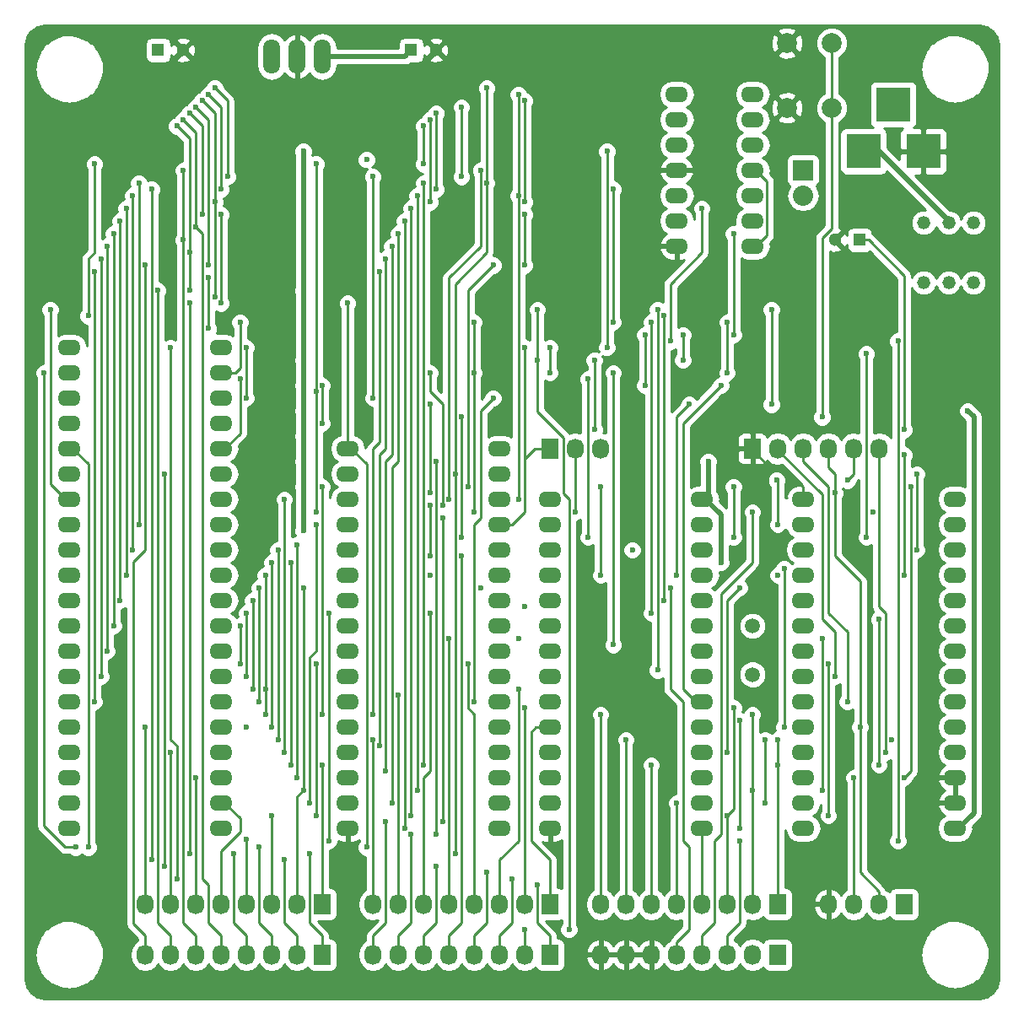
<source format=gbl>
G04 #@! TF.FileFunction,Copper,L2,Bot,Signal*
%FSLAX46Y46*%
G04 Gerber Fmt 4.6, Leading zero omitted, Abs format (unit mm)*
G04 Created by KiCad (PCBNEW 4.0.3-1.fc24-product) date Thu Dec  8 13:22:35 2016*
%MOMM*%
%LPD*%
G01*
G04 APERTURE LIST*
%ADD10C,0.100000*%
%ADD11O,2.300000X1.600000*%
%ADD12R,1.727200X2.032000*%
%ADD13O,1.727200X2.032000*%
%ADD14R,1.300000X1.300000*%
%ADD15C,1.300000*%
%ADD16R,3.500120X3.500120*%
%ADD17C,1.998980*%
%ADD18O,1.699260X3.500120*%
%ADD19C,1.501140*%
%ADD20R,2.032000X2.032000*%
%ADD21O,2.032000X2.032000*%
%ADD22C,1.320800*%
%ADD23C,0.600000*%
%ADD24C,0.250000*%
%ADD25C,0.500000*%
%ADD26C,0.254000*%
G04 APERTURE END LIST*
D10*
D11*
X150495000Y-100330000D03*
X150495000Y-102870000D03*
X150495000Y-105410000D03*
X150495000Y-107950000D03*
X150495000Y-110490000D03*
X150495000Y-113030000D03*
X150495000Y-115570000D03*
X150495000Y-118110000D03*
X150495000Y-120650000D03*
X150495000Y-123190000D03*
X150495000Y-125730000D03*
X150495000Y-128270000D03*
X150495000Y-130810000D03*
X150495000Y-133350000D03*
X165735000Y-133350000D03*
X165735000Y-130810000D03*
X165735000Y-128270000D03*
X165735000Y-125730000D03*
X165735000Y-123190000D03*
X165735000Y-120650000D03*
X165735000Y-118110000D03*
X165735000Y-115570000D03*
X165735000Y-113030000D03*
X165735000Y-110490000D03*
X165735000Y-107950000D03*
X165735000Y-105410000D03*
X165735000Y-102870000D03*
X165735000Y-100330000D03*
X130175000Y-95250000D03*
X130175000Y-97790000D03*
X130175000Y-100330000D03*
X130175000Y-102870000D03*
X130175000Y-105410000D03*
X130175000Y-107950000D03*
X130175000Y-110490000D03*
X130175000Y-113030000D03*
X130175000Y-115570000D03*
X130175000Y-118110000D03*
X130175000Y-120650000D03*
X130175000Y-123190000D03*
X130175000Y-125730000D03*
X130175000Y-128270000D03*
X130175000Y-130810000D03*
X130175000Y-133350000D03*
X145415000Y-133350000D03*
X145415000Y-130810000D03*
X145415000Y-128270000D03*
X145415000Y-125730000D03*
X145415000Y-123190000D03*
X145415000Y-120650000D03*
X145415000Y-118110000D03*
X145415000Y-115570000D03*
X145415000Y-113030000D03*
X145415000Y-110490000D03*
X145415000Y-107950000D03*
X145415000Y-105410000D03*
X145415000Y-102870000D03*
X145415000Y-100330000D03*
X145415000Y-97790000D03*
X145415000Y-95250000D03*
X102235000Y-85090000D03*
X102235000Y-87630000D03*
X102235000Y-90170000D03*
X102235000Y-92710000D03*
X102235000Y-95250000D03*
X102235000Y-97790000D03*
X102235000Y-100330000D03*
X102235000Y-102870000D03*
X102235000Y-105410000D03*
X102235000Y-107950000D03*
X102235000Y-110490000D03*
X102235000Y-113030000D03*
X102235000Y-115570000D03*
X102235000Y-118110000D03*
X102235000Y-120650000D03*
X102235000Y-123190000D03*
X102235000Y-125730000D03*
X102235000Y-128270000D03*
X102235000Y-130810000D03*
X102235000Y-133350000D03*
X117475000Y-133350000D03*
X117475000Y-130810000D03*
X117475000Y-128270000D03*
X117475000Y-125730000D03*
X117475000Y-123190000D03*
X117475000Y-120650000D03*
X117475000Y-118110000D03*
X117475000Y-115570000D03*
X117475000Y-113030000D03*
X117475000Y-110490000D03*
X117475000Y-107950000D03*
X117475000Y-105410000D03*
X117475000Y-102870000D03*
X117475000Y-100330000D03*
X117475000Y-97790000D03*
X117475000Y-95250000D03*
X117475000Y-92710000D03*
X117475000Y-90170000D03*
X117475000Y-87630000D03*
X117475000Y-85090000D03*
D12*
X150495000Y-95250000D03*
D13*
X153035000Y-95250000D03*
X155575000Y-95250000D03*
D14*
X181570000Y-74295000D03*
D15*
X179070000Y-74295000D03*
D14*
X111165000Y-55245000D03*
D15*
X113665000Y-55245000D03*
D14*
X136565000Y-55245000D03*
D15*
X139065000Y-55245000D03*
D16*
X181960520Y-65405000D03*
X187960000Y-65405000D03*
X184960260Y-60706000D03*
D17*
X174279560Y-54533800D03*
X174279560Y-61036200D03*
X178780440Y-61036200D03*
X178780440Y-54533800D03*
D18*
X125095000Y-55880000D03*
X122555000Y-55880000D03*
X127635000Y-55880000D03*
D12*
X170815000Y-95250000D03*
D13*
X173355000Y-95250000D03*
X175895000Y-95250000D03*
X178435000Y-95250000D03*
X180975000Y-95250000D03*
X183515000Y-95250000D03*
D11*
X175895000Y-100330000D03*
X175895000Y-102870000D03*
X175895000Y-105410000D03*
X175895000Y-107950000D03*
X175895000Y-110490000D03*
X175895000Y-113030000D03*
X175895000Y-115570000D03*
X175895000Y-118110000D03*
X175895000Y-120650000D03*
X175895000Y-123190000D03*
X175895000Y-125730000D03*
X175895000Y-128270000D03*
X175895000Y-130810000D03*
X175895000Y-133350000D03*
X191135000Y-133350000D03*
X191135000Y-130810000D03*
X191135000Y-128270000D03*
X191135000Y-125730000D03*
X191135000Y-123190000D03*
X191135000Y-120650000D03*
X191135000Y-118110000D03*
X191135000Y-115570000D03*
X191135000Y-113030000D03*
X191135000Y-110490000D03*
X191135000Y-107950000D03*
X191135000Y-105410000D03*
X191135000Y-102870000D03*
X191135000Y-100330000D03*
D19*
X170815000Y-113030000D03*
X170815000Y-117911880D03*
D11*
X163195000Y-59690000D03*
X163195000Y-62230000D03*
X163195000Y-64770000D03*
X163195000Y-67310000D03*
X163195000Y-69850000D03*
X163195000Y-72390000D03*
X163195000Y-74930000D03*
X170815000Y-74930000D03*
X170815000Y-72390000D03*
X170815000Y-69850000D03*
X170815000Y-67310000D03*
X170815000Y-64770000D03*
X170815000Y-62230000D03*
X170815000Y-59690000D03*
D20*
X175895000Y-67310000D03*
D21*
X175895000Y-69850000D03*
D12*
X173355000Y-140970000D03*
D13*
X170815000Y-140970000D03*
X168275000Y-140970000D03*
X165735000Y-140970000D03*
X163195000Y-140970000D03*
X160655000Y-140970000D03*
X158115000Y-140970000D03*
X155575000Y-140970000D03*
D12*
X150495000Y-140970000D03*
D13*
X147955000Y-140970000D03*
X145415000Y-140970000D03*
X142875000Y-140970000D03*
X140335000Y-140970000D03*
X137795000Y-140970000D03*
X135255000Y-140970000D03*
X132715000Y-140970000D03*
D12*
X150495000Y-146050000D03*
D13*
X147955000Y-146050000D03*
X145415000Y-146050000D03*
X142875000Y-146050000D03*
X140335000Y-146050000D03*
X137795000Y-146050000D03*
X135255000Y-146050000D03*
X132715000Y-146050000D03*
D12*
X127635000Y-140970000D03*
D13*
X125095000Y-140970000D03*
X122555000Y-140970000D03*
X120015000Y-140970000D03*
X117475000Y-140970000D03*
X114935000Y-140970000D03*
X112395000Y-140970000D03*
X109855000Y-140970000D03*
D12*
X127635000Y-146050000D03*
D13*
X125095000Y-146050000D03*
X122555000Y-146050000D03*
X120015000Y-146050000D03*
X117475000Y-146050000D03*
X114935000Y-146050000D03*
X112395000Y-146050000D03*
X109855000Y-146050000D03*
D12*
X173355000Y-146050000D03*
D13*
X170815000Y-146050000D03*
X168275000Y-146050000D03*
X165735000Y-146050000D03*
X163195000Y-146050000D03*
X160655000Y-146050000D03*
X158115000Y-146050000D03*
X155575000Y-146050000D03*
D22*
X188010800Y-78562200D03*
X190500000Y-78562200D03*
X192989200Y-78562200D03*
X188010800Y-72567800D03*
X190500000Y-72567800D03*
X192989200Y-72567800D03*
D12*
X186055000Y-140970000D03*
D13*
X183515000Y-140970000D03*
X180975000Y-140970000D03*
X178435000Y-140970000D03*
D23*
X153035000Y-101600000D03*
X125730000Y-103505000D03*
X125730000Y-79375000D03*
X166370000Y-96520000D03*
X167640000Y-106680000D03*
X192405000Y-91440000D03*
X125730000Y-65405000D03*
X125730000Y-99060000D03*
X125730000Y-88900000D03*
X125730000Y-91440000D03*
X125730000Y-93980000D03*
X125730000Y-96520000D03*
X125730000Y-86360000D03*
X142240000Y-116840000D03*
X146685000Y-138430000D03*
X113030000Y-138430000D03*
X112395000Y-85090000D03*
X111760000Y-97789960D03*
X111760000Y-137160000D03*
X139065000Y-137160000D03*
X144145000Y-80645000D03*
X167640000Y-79375000D03*
X154940000Y-79375000D03*
X158066616Y-95769990D03*
X158115000Y-59690000D03*
X180340000Y-78105000D03*
X153670000Y-133350000D03*
X121920000Y-78740000D03*
X167005000Y-93980000D03*
X187325000Y-130175000D03*
X189230000Y-81915000D03*
X191770000Y-90170000D03*
X189865000Y-94615000D03*
X140335000Y-75565000D03*
X120650000Y-102870000D03*
X102235000Y-79375008D03*
X142875000Y-62865000D03*
X131445000Y-88900000D03*
X154305000Y-74930000D03*
X154940000Y-63500000D03*
X126365000Y-64135000D03*
X107315000Y-133350000D03*
X193040000Y-135890000D03*
X176530000Y-90170000D03*
X163830000Y-89535000D03*
X151130000Y-89535000D03*
X108585000Y-64770000D03*
X102870000Y-135255000D03*
X149225000Y-139065000D03*
X99695000Y-87630000D03*
X147955000Y-143510000D03*
X152400000Y-143510000D03*
X119380000Y-88265000D03*
X149225000Y-86360000D03*
X149225000Y-81280000D03*
X104140000Y-135255000D03*
X144145000Y-137795000D03*
X138430000Y-87630000D03*
X139700000Y-100965000D03*
X138430000Y-100965000D03*
X138430000Y-106045000D03*
X141605000Y-106045000D03*
X100330000Y-81280000D03*
X119380000Y-82550000D03*
X104784999Y-77479999D03*
X104775000Y-120650000D03*
X105410000Y-76200000D03*
X105410000Y-118110000D03*
X106054999Y-74939999D03*
X106045000Y-115570000D03*
X106680000Y-73660000D03*
X106680000Y-113030000D03*
X107315000Y-72390000D03*
X107315000Y-110490000D03*
X107950000Y-71120000D03*
X107950000Y-107950000D03*
X108585000Y-69850000D03*
X108585000Y-105410000D03*
X109220000Y-102870000D03*
X109220000Y-68580000D03*
X140970000Y-135890000D03*
X126365000Y-135890000D03*
X116840000Y-59055000D03*
X140970000Y-97790000D03*
X144145000Y-59055000D03*
X118110000Y-67945000D03*
X144145000Y-68580000D03*
X123825000Y-136525000D03*
X110490000Y-136525000D03*
X110490000Y-69215000D03*
X116205000Y-59690000D03*
X147320000Y-59690000D03*
X117475000Y-69215000D03*
X147320000Y-100330000D03*
X147320000Y-69850000D03*
X130175000Y-80645000D03*
X116840000Y-80010000D03*
X132080000Y-135255000D03*
X121285000Y-135255000D03*
X115570000Y-60325000D03*
X147955000Y-70485000D03*
X147955000Y-60325000D03*
X116840000Y-70485000D03*
X114300000Y-79375000D03*
X111125000Y-79375000D03*
X113030000Y-62865000D03*
X137795000Y-62865000D03*
X137795000Y-66675000D03*
X114300000Y-75565000D03*
X113665000Y-62230000D03*
X138430000Y-70485000D03*
X138430000Y-62230000D03*
X114935000Y-73025000D03*
X109855000Y-123190000D03*
X142240000Y-99060000D03*
X127635010Y-99060000D03*
X120015000Y-123190000D03*
X147955000Y-76835000D03*
X144780000Y-76835000D03*
X147955000Y-71755000D03*
X127635000Y-121920000D03*
X117475000Y-71755000D03*
X117475000Y-80645000D03*
X114300000Y-80645000D03*
X114300000Y-135890000D03*
X118745000Y-135890000D03*
X114300000Y-61595000D03*
X115570000Y-71755000D03*
X139065000Y-61595000D03*
X139065000Y-69215000D03*
X143519980Y-67310000D03*
X112395000Y-125730000D03*
X140335000Y-100330000D03*
X123825000Y-125730000D03*
X123825000Y-100330000D03*
X109855000Y-76834992D03*
X114935000Y-60960000D03*
X116205000Y-76835000D03*
X141605000Y-60960000D03*
X141605000Y-67945000D03*
X132080000Y-66250002D03*
X113665000Y-74295000D03*
X113665000Y-67310000D03*
X125095000Y-104890020D03*
X114935000Y-128270000D03*
X125095000Y-128270000D03*
X154305000Y-104140000D03*
X154305000Y-88265000D03*
X156845000Y-82550000D03*
X156845000Y-69215000D03*
X163830000Y-86360000D03*
X163830000Y-83820000D03*
X160020000Y-88900000D03*
X160020000Y-83820000D03*
X147955000Y-85090000D03*
X156210000Y-85090000D03*
X156210000Y-65405000D03*
X168275000Y-82550000D03*
X168275000Y-87630000D03*
X167640000Y-88900000D03*
X168910000Y-73660000D03*
X168910000Y-83820000D03*
X127635000Y-127000000D03*
X138430000Y-107950000D03*
X163195000Y-107950000D03*
X164465000Y-90805000D03*
X172720000Y-90805000D03*
X172720000Y-81280000D03*
X124460000Y-106680000D03*
X124460000Y-127000000D03*
X120015000Y-134490000D03*
X160655000Y-111760000D03*
X160655000Y-82550000D03*
X128270000Y-111760000D03*
X128270000Y-134620000D03*
X122555000Y-132080000D03*
X161290000Y-117475000D03*
X161290000Y-81280000D03*
X127000000Y-116840000D03*
X127000000Y-132080000D03*
X141605000Y-92075000D03*
X127000000Y-102870000D03*
X141605000Y-104140000D03*
X126365000Y-130810000D03*
X185420000Y-84455000D03*
X185420000Y-134620000D03*
X169545000Y-134620000D03*
X161925000Y-110490000D03*
X161925000Y-81915000D03*
X125730000Y-109220000D03*
X125730000Y-129540000D03*
X104775000Y-66675000D03*
X104140000Y-81915000D03*
X116205000Y-83185000D03*
X116205000Y-78105000D03*
X162560000Y-109220000D03*
X120015000Y-85090000D03*
X120015000Y-90170000D03*
X138430000Y-90805000D03*
X138430000Y-99695000D03*
X155575000Y-99060000D03*
X155575000Y-107950000D03*
X173355000Y-107950000D03*
X186055000Y-95885000D03*
X186055000Y-107950000D03*
X132715000Y-90170000D03*
X132715000Y-67945000D03*
X177800000Y-92075000D03*
X186055000Y-93345000D03*
X179070000Y-99695000D03*
X181610000Y-123190000D03*
X180975000Y-128270000D03*
X180339994Y-98424994D03*
X186690000Y-99060000D03*
X186055000Y-128270000D03*
X173354990Y-124460000D03*
X173355000Y-127000000D03*
X137795000Y-127000000D03*
X137795000Y-68580000D03*
X184785000Y-124460000D03*
X168910000Y-121285000D03*
X136525000Y-132080000D03*
X136525000Y-71120000D03*
X168275000Y-132080000D03*
X155575000Y-121920000D03*
X173990000Y-107315000D03*
X173990000Y-123190002D03*
X132715000Y-121920000D03*
X133350000Y-77470000D03*
X172085000Y-130810000D03*
X172085000Y-124460000D03*
X122555000Y-123190000D03*
X122555000Y-106680000D03*
X147955000Y-121285000D03*
X169545000Y-122555000D03*
X169545000Y-133350000D03*
X121285000Y-120650000D03*
X121285000Y-109220000D03*
X170815000Y-129540000D03*
X170815000Y-121920000D03*
X137160000Y-69850000D03*
X137160000Y-129540000D03*
X139700000Y-102235000D03*
X139700000Y-132715000D03*
X133985000Y-132715000D03*
X127000000Y-89535000D03*
X154940000Y-86360000D03*
X154940000Y-93345000D03*
X127000000Y-66675000D03*
X127000000Y-101600000D03*
X165735000Y-71120000D03*
X162560000Y-84455000D03*
X170815000Y-101600000D03*
X182880000Y-101600000D03*
X127635000Y-88900000D03*
X142875000Y-101600000D03*
X142875000Y-87630000D03*
X142875000Y-82550000D03*
X127635000Y-92710000D03*
X160655000Y-127000000D03*
X133985000Y-127635000D03*
X134620000Y-74930000D03*
X183515000Y-127000000D03*
X183515000Y-112395000D03*
X135890000Y-133350000D03*
X135890000Y-72390000D03*
X178435000Y-116840000D03*
X178435000Y-132080000D03*
X169545000Y-109220000D03*
X168275000Y-125730000D03*
X158115000Y-124460000D03*
X133350000Y-125095000D03*
X133985000Y-76200000D03*
X163195000Y-130810000D03*
X134620000Y-130810000D03*
X135255000Y-73660000D03*
X177800000Y-114300000D03*
X177800000Y-129540000D03*
X147320000Y-119380000D03*
X120015000Y-111760000D03*
X120015000Y-118110000D03*
X168910000Y-99060000D03*
X168910000Y-104140000D03*
X173229843Y-98415020D03*
X132715000Y-124460000D03*
X173355000Y-102870000D03*
X158750000Y-105410000D03*
X123190000Y-124460000D03*
X123190000Y-105410000D03*
X138430000Y-111760000D03*
X147955000Y-111125000D03*
X120650000Y-110489998D03*
X120650000Y-119380000D03*
X121920000Y-119380000D03*
X135255000Y-120015000D03*
X143510000Y-109220000D03*
X121920000Y-121920000D03*
X121920000Y-107950000D03*
X179070000Y-118110000D03*
X180340000Y-120650000D03*
X184150000Y-125730000D03*
X182245000Y-104140000D03*
X182245000Y-85725000D03*
X139065000Y-96520000D03*
X139065000Y-133985000D03*
X136525000Y-133985000D03*
X187325000Y-105410000D03*
X187325000Y-97790000D03*
X140335000Y-114300000D03*
X147320000Y-114300000D03*
X119380000Y-113030000D03*
X119380000Y-116840000D03*
X156845000Y-114935000D03*
X156845000Y-87630000D03*
X150495000Y-85090000D03*
X150495000Y-87630000D03*
X144780000Y-90170000D03*
X142875000Y-120650000D03*
D24*
X153035000Y-95250000D02*
X153035000Y-101600000D01*
D25*
X125730000Y-99695000D02*
X125730000Y-103505000D01*
X125730000Y-86360000D02*
X125730000Y-79375000D01*
X125730000Y-79375000D02*
X125730000Y-65405000D01*
X165735000Y-100330000D02*
X166085000Y-100330000D01*
X166085000Y-100330000D02*
X167640000Y-101885000D01*
X167640000Y-101885000D02*
X167640000Y-106680000D01*
X192405000Y-91440000D02*
X193040000Y-92075000D01*
X193040000Y-92075000D02*
X193040000Y-131795000D01*
X193040000Y-131795000D02*
X191485000Y-133350000D01*
X166370000Y-96520000D02*
X166370000Y-99695000D01*
X166370000Y-99695000D02*
X165735000Y-100330000D01*
X191485000Y-133350000D02*
X191135000Y-133350000D01*
X125730000Y-99695000D02*
X125730000Y-96520000D01*
X125730000Y-99060000D02*
X125730000Y-99695000D01*
X125730000Y-86360000D02*
X125730000Y-88900000D01*
X125730000Y-88900000D02*
X125730000Y-91440000D01*
X125730000Y-91440000D02*
X125730000Y-93980000D01*
X125730000Y-93980000D02*
X125730000Y-96520000D01*
X127635000Y-55880000D02*
X135930000Y-55880000D01*
X135930000Y-55880000D02*
X136565000Y-55245000D01*
D24*
X142240000Y-121285000D02*
X142240000Y-116840000D01*
X142875000Y-121920000D02*
X142240000Y-121285000D01*
X142875000Y-140970000D02*
X142875000Y-121920000D01*
X145415000Y-144145000D02*
X145415000Y-146050000D01*
X146685000Y-142875000D02*
X145415000Y-144145000D01*
X146685000Y-138430000D02*
X146685000Y-142875000D01*
X113030000Y-125095000D02*
X113030000Y-138430000D01*
X112395000Y-124460000D02*
X113030000Y-125095000D01*
X112395000Y-85090000D02*
X112395000Y-124460000D01*
X111760000Y-137160000D02*
X111760000Y-97789960D01*
X139065000Y-142875000D02*
X139065000Y-137160000D01*
X137795000Y-144145000D02*
X139065000Y-142875000D01*
X137795000Y-146050000D02*
X137795000Y-144145000D01*
X170815000Y-95250000D02*
X170815000Y-95402400D01*
X170815000Y-95402400D02*
X172567600Y-97155000D01*
X173990000Y-97155000D02*
X175895000Y-99060000D01*
X172567600Y-97155000D02*
X173990000Y-97155000D01*
X175895000Y-99060000D02*
X175895000Y-100330000D01*
X101810692Y-135255000D02*
X102870000Y-135255000D01*
X99695000Y-133139308D02*
X101810692Y-135255000D01*
X99695000Y-87630000D02*
X99695000Y-133139308D01*
X149225000Y-142875000D02*
X150495000Y-144145000D01*
X150495000Y-144145000D02*
X150495000Y-146050000D01*
X149225000Y-139065000D02*
X149225000Y-142875000D01*
X147955000Y-143510000D02*
X147955000Y-146050000D01*
X152400000Y-100293996D02*
X152400000Y-143510000D01*
X149225000Y-86360000D02*
X149225000Y-91515398D01*
X149225000Y-91515398D02*
X151846390Y-94136788D01*
X151846390Y-94136788D02*
X151846390Y-99740386D01*
X151846390Y-99740386D02*
X152400000Y-100293996D01*
X117825000Y-95250000D02*
X119380000Y-93695000D01*
X117475000Y-95250000D02*
X117825000Y-95250000D01*
X119380000Y-93695000D02*
X119380000Y-88265000D01*
X149225000Y-81280000D02*
X149225000Y-86360000D01*
X104140000Y-135255000D02*
X104140000Y-96805000D01*
X104140000Y-96805000D02*
X102585000Y-95250000D01*
X102585000Y-95250000D02*
X102235000Y-95250000D01*
X144145000Y-142875000D02*
X144145000Y-137795000D01*
X142875000Y-144145000D02*
X144145000Y-142875000D01*
X142875000Y-146050000D02*
X142875000Y-144145000D01*
X139700000Y-90805000D02*
X139700000Y-100965000D01*
X138430000Y-89535000D02*
X139700000Y-90805000D01*
X138430000Y-87630000D02*
X138430000Y-89535000D01*
X138430000Y-106045000D02*
X138430000Y-100965000D01*
X141605000Y-142875000D02*
X141605000Y-106045000D01*
X140335000Y-144145000D02*
X141605000Y-142875000D01*
X140335000Y-146050000D02*
X140335000Y-144145000D01*
X100330000Y-98775000D02*
X100330000Y-81280000D01*
X101885000Y-100330000D02*
X100330000Y-98775000D01*
X102235000Y-100330000D02*
X101885000Y-100330000D01*
X119380000Y-87125000D02*
X119380000Y-82550000D01*
X117475000Y-87630000D02*
X118875000Y-87630000D01*
X118875000Y-87630000D02*
X119380000Y-87125000D01*
X117125000Y-87630000D02*
X117475000Y-87630000D01*
X104775000Y-120650000D02*
X104775000Y-77489998D01*
X104775000Y-77489998D02*
X104784999Y-77479999D01*
X105410000Y-118110000D02*
X105410000Y-76200000D01*
X106045000Y-115570000D02*
X106045000Y-74949998D01*
X106045000Y-74949998D02*
X106054999Y-74939999D01*
X106680000Y-113030000D02*
X106680000Y-73660000D01*
X107315000Y-110490000D02*
X107315000Y-72390000D01*
X107950000Y-107950000D02*
X107950000Y-71120000D01*
X108585000Y-105410000D02*
X108585000Y-69850000D01*
X109220000Y-68580000D02*
X109220000Y-102870000D01*
X144145000Y-59055000D02*
X144145000Y-69850000D01*
X140970000Y-97790000D02*
X140970000Y-135890000D01*
X126365000Y-142875000D02*
X126365000Y-135890000D01*
X127635000Y-144145000D02*
X126365000Y-142875000D01*
X127635000Y-146050000D02*
X127635000Y-144145000D01*
X118110000Y-60325000D02*
X116840000Y-59055000D01*
X118110000Y-67945000D02*
X118110000Y-60325000D01*
X140970000Y-78740000D02*
X140970000Y-97790000D01*
X144145000Y-75565000D02*
X140970000Y-78740000D01*
X144145000Y-69850000D02*
X144145000Y-75565000D01*
X144145000Y-68580000D02*
X144145000Y-69850000D01*
X125095000Y-144145000D02*
X125095000Y-146050000D01*
X123825000Y-142875000D02*
X125095000Y-144145000D01*
X123825000Y-136525000D02*
X123825000Y-142875000D01*
X110490000Y-69215000D02*
X110490000Y-136525000D01*
X117475000Y-60960000D02*
X116205000Y-59690000D01*
X117475000Y-69215000D02*
X117475000Y-60960000D01*
X147320000Y-69850000D02*
X147320000Y-70485000D01*
X147320000Y-70485000D02*
X147320000Y-100330000D01*
X147320000Y-59690000D02*
X147320000Y-70485000D01*
X130175000Y-95250000D02*
X130175000Y-80645000D01*
X116840000Y-70485000D02*
X116840000Y-80010000D01*
X132080000Y-135255000D02*
X132080000Y-96805000D01*
X132080000Y-96805000D02*
X130525000Y-95250000D01*
X130525000Y-95250000D02*
X130175000Y-95250000D01*
X121285000Y-142875000D02*
X121285000Y-135255000D01*
X122555000Y-144145000D02*
X121285000Y-142875000D01*
X122555000Y-146050000D02*
X122555000Y-144145000D01*
X116840000Y-61595000D02*
X115570000Y-60325000D01*
X116840000Y-70485000D02*
X116840000Y-61595000D01*
X147955000Y-60325000D02*
X147955000Y-70485000D01*
X112395000Y-146050000D02*
X112395000Y-144145000D01*
X112395000Y-144145000D02*
X111125000Y-142875000D01*
X111125000Y-142875000D02*
X111125000Y-79375000D01*
X114300000Y-79375000D02*
X114300000Y-75565000D01*
X114300000Y-64135000D02*
X113030000Y-62865000D01*
X114300000Y-75565000D02*
X114300000Y-64135000D01*
X137795000Y-66675000D02*
X137795000Y-62865000D01*
X117475000Y-146050000D02*
X117475000Y-144145000D01*
X117475000Y-144145000D02*
X116205000Y-142875000D01*
X116205000Y-142875000D02*
X116205000Y-139065000D01*
X115570000Y-73660000D02*
X114935000Y-73025000D01*
X116205000Y-139065000D02*
X115570000Y-138430000D01*
X115570000Y-138430000D02*
X115570000Y-73660000D01*
X114935000Y-63500000D02*
X113665000Y-62230000D01*
X114935000Y-73025000D02*
X114935000Y-63500000D01*
X138430000Y-62230000D02*
X138430000Y-70485000D01*
X109855000Y-140970000D02*
X109855000Y-123190000D01*
X142240000Y-79375000D02*
X142240000Y-99060000D01*
X144780000Y-76835000D02*
X142240000Y-79375000D01*
X127635000Y-99060010D02*
X127635010Y-99060000D01*
X127635000Y-121920000D02*
X127635000Y-99060010D01*
X147955000Y-71755000D02*
X147955000Y-76835000D01*
X117825000Y-123190000D02*
X117475000Y-123190000D01*
X117475000Y-80645000D02*
X117475000Y-71755000D01*
X114300000Y-135890000D02*
X114300000Y-80645000D01*
X118745000Y-142875000D02*
X118745000Y-135890000D01*
X120015000Y-144145000D02*
X118745000Y-142875000D01*
X120015000Y-146050000D02*
X120015000Y-144145000D01*
X115570000Y-62865000D02*
X114300000Y-61595000D01*
X115570000Y-71755000D02*
X115570000Y-62865000D01*
X139065000Y-69215000D02*
X139065000Y-61595000D01*
X140335000Y-100330000D02*
X140335000Y-78105000D01*
X140335000Y-78105000D02*
X143519980Y-74920020D01*
X143519980Y-74920020D02*
X143519980Y-67310000D01*
X112395000Y-140970000D02*
X112395000Y-125730000D01*
X123825000Y-100330000D02*
X123825000Y-125730000D01*
X109855000Y-146050000D02*
X109855000Y-144145000D01*
X109855000Y-144145000D02*
X108666390Y-142956390D01*
X108666390Y-142956390D02*
X108666390Y-106598610D01*
X108666390Y-106598610D02*
X109855000Y-105410000D01*
X109855000Y-105410000D02*
X109855000Y-76834992D01*
X109855000Y-146050000D02*
X109855000Y-145897600D01*
X116205000Y-62230000D02*
X114935000Y-60960000D01*
X116205000Y-76835000D02*
X116205000Y-62230000D01*
X141605000Y-67945000D02*
X141605000Y-60960000D01*
X113665000Y-142875000D02*
X113665000Y-74295000D01*
X114935000Y-144145000D02*
X113665000Y-142875000D01*
X114935000Y-146050000D02*
X114935000Y-144145000D01*
X113665000Y-67310000D02*
X113665000Y-74295000D01*
X125095000Y-128270000D02*
X125095000Y-104890020D01*
X114935000Y-140970000D02*
X114935000Y-128270000D01*
X154305000Y-88265000D02*
X154305000Y-104140000D01*
X117125000Y-128270000D02*
X117475000Y-128270000D01*
X156845000Y-69215000D02*
X156845000Y-82550000D01*
X163830000Y-83820000D02*
X163830000Y-86360000D01*
X160020000Y-83820000D02*
X160020000Y-88900000D01*
X148934994Y-95250000D02*
X147955000Y-96229994D01*
X150495000Y-95250000D02*
X148934994Y-95250000D01*
X147955000Y-96229994D02*
X147955000Y-97155000D01*
X147955000Y-85090000D02*
X147955000Y-97155000D01*
X147955000Y-97155000D02*
X147955000Y-101600000D01*
X147955000Y-101600000D02*
X146685000Y-102870000D01*
X146685000Y-102870000D02*
X145415000Y-102870000D01*
X156210000Y-65405000D02*
X156210000Y-85090000D01*
X168275000Y-87630000D02*
X168275000Y-82550000D01*
X165735000Y-120650000D02*
X165100000Y-120650000D01*
X165100000Y-120650000D02*
X163830000Y-119380000D01*
X163830000Y-119380000D02*
X163830000Y-92710000D01*
X163830000Y-92710000D02*
X167640000Y-88900000D01*
X168910000Y-83820000D02*
X168910000Y-73660000D01*
X127635000Y-140970000D02*
X127635000Y-127000000D01*
X164465000Y-90805000D02*
X163195000Y-92075000D01*
X163195000Y-92075000D02*
X163195000Y-107950000D01*
X172720000Y-81280000D02*
X172720000Y-90805000D01*
X124460000Y-127000000D02*
X124460000Y-106680000D01*
X120015000Y-140970000D02*
X120015000Y-134490000D01*
X160655000Y-82550000D02*
X160655000Y-111760000D01*
X128270000Y-111760000D02*
X128270000Y-134620000D01*
X122555000Y-140970000D02*
X122555000Y-132080000D01*
X161290000Y-81280000D02*
X161290000Y-117475000D01*
X127000000Y-132080000D02*
X127000000Y-116840000D01*
X119380000Y-133694996D02*
X119380000Y-132365000D01*
X117475000Y-135599996D02*
X119380000Y-133694996D01*
X117475000Y-140970000D02*
X117475000Y-135599996D01*
X117825000Y-130810000D02*
X117475000Y-130810000D01*
X119380000Y-132365000D02*
X117825000Y-130810000D01*
X141605000Y-104140000D02*
X141605000Y-92075000D01*
X126365000Y-130810000D02*
X126365000Y-116205000D01*
X126365000Y-116205000D02*
X127000000Y-115570000D01*
X127000000Y-115570000D02*
X127000000Y-102870000D01*
X185420000Y-134620000D02*
X185420000Y-84455000D01*
X168275000Y-144145000D02*
X169545000Y-142875000D01*
X169545000Y-142875000D02*
X169545000Y-134620000D01*
X168275000Y-145897600D02*
X168275000Y-144145000D01*
X168275000Y-146050000D02*
X168275000Y-145897600D01*
X125095000Y-140970000D02*
X125095000Y-130175000D01*
X125095000Y-130175000D02*
X125730000Y-129540000D01*
X161925000Y-81915000D02*
X161925000Y-110490000D01*
X125730000Y-109220000D02*
X125730000Y-129540000D01*
X104140000Y-76200000D02*
X104775000Y-75565000D01*
X104775000Y-75565000D02*
X104775000Y-66675000D01*
X104140000Y-81915000D02*
X104140000Y-76200000D01*
X116205000Y-78105000D02*
X116205000Y-83185000D01*
X190500000Y-72567800D02*
X190500000Y-72390000D01*
D25*
X190500000Y-72390000D02*
X183515000Y-65405000D01*
D24*
X183515000Y-65405000D02*
X181960520Y-65405000D01*
X162560000Y-119380000D02*
X162560000Y-109220000D01*
X163830000Y-120650000D02*
X162560000Y-119380000D01*
X164465000Y-143514000D02*
X164465000Y-135255000D01*
X163195000Y-144784000D02*
X164465000Y-143514000D01*
X163195000Y-146050000D02*
X163195000Y-144784000D01*
X163830000Y-134620000D02*
X163830000Y-120650000D01*
X164465000Y-135255000D02*
X163830000Y-134620000D01*
X120015000Y-90170000D02*
X120015000Y-85090000D01*
X138430000Y-99695000D02*
X138430000Y-90805000D01*
X155575000Y-107950000D02*
X155575000Y-99060000D01*
X186055000Y-107950000D02*
X186055000Y-95885000D01*
X132715000Y-67945000D02*
X132715000Y-90170000D01*
X178780440Y-61036200D02*
X178780440Y-73141558D01*
X178780440Y-54533800D02*
X178780440Y-61036200D01*
X178780440Y-73141558D02*
X177800000Y-74121998D01*
X177800000Y-74121998D02*
X177800000Y-92075000D01*
X186055000Y-93345000D02*
X186055000Y-77880000D01*
X186055000Y-77880000D02*
X182470000Y-74295000D01*
X182470000Y-74295000D02*
X181570000Y-74295000D01*
X183515000Y-140970000D02*
X183515000Y-139700000D01*
X183515000Y-139700000D02*
X181610000Y-137795000D01*
X181610000Y-137795000D02*
X181610000Y-122555000D01*
X181610000Y-108585000D02*
X181610000Y-122555000D01*
X181610000Y-122555000D02*
X181610000Y-123190000D01*
X179070000Y-97790000D02*
X179070000Y-99695000D01*
X179070000Y-99695000D02*
X179070000Y-106045000D01*
X178435000Y-95250000D02*
X178435000Y-97155000D01*
X178435000Y-97155000D02*
X179070000Y-97790000D01*
X179070000Y-106045000D02*
X181610000Y-108585000D01*
X180975000Y-140970000D02*
X180975000Y-128270000D01*
X180975000Y-97789988D02*
X180339994Y-98424994D01*
X180975000Y-95250000D02*
X180975000Y-97789988D01*
X186055000Y-128270000D02*
X186690000Y-127635000D01*
X186690000Y-127635000D02*
X186690000Y-99060000D01*
X173355000Y-140970000D02*
X173355000Y-127000000D01*
X173355000Y-124460010D02*
X173354990Y-124460000D01*
X173355000Y-127000000D02*
X173355000Y-124460010D01*
X137795000Y-68580000D02*
X137795000Y-127000000D01*
X168910000Y-131445000D02*
X168910000Y-121285000D01*
X168275000Y-132080000D02*
X168910000Y-131445000D01*
X168275000Y-140970000D02*
X168275000Y-132080000D01*
X136525000Y-71120000D02*
X136525000Y-132080000D01*
X155575000Y-140970000D02*
X155575000Y-121920000D01*
X166085000Y-123190000D02*
X165735000Y-123190000D01*
X173990000Y-123190002D02*
X173990000Y-107315000D01*
X132715000Y-95250000D02*
X132715000Y-121920000D01*
X133350000Y-94615000D02*
X132715000Y-95250000D01*
X133350000Y-77470000D02*
X133350000Y-94615000D01*
X172085000Y-124460000D02*
X172085000Y-130810000D01*
X150495000Y-140970000D02*
X150495000Y-136525000D01*
X148590000Y-134620000D02*
X148590000Y-123695000D01*
X150495000Y-136525000D02*
X148590000Y-134620000D01*
X148590000Y-123695000D02*
X149095000Y-123190000D01*
X149095000Y-123190000D02*
X150495000Y-123190000D01*
X122555000Y-106680000D02*
X122555000Y-123190000D01*
X147955000Y-140970000D02*
X147955000Y-121285000D01*
X169545000Y-133350000D02*
X169545000Y-122555000D01*
X121285000Y-109220000D02*
X121285000Y-120650000D01*
X170815000Y-121920000D02*
X170815000Y-129540000D01*
X170815000Y-140970000D02*
X170815000Y-129540000D01*
X137160000Y-129540000D02*
X137160000Y-69850000D01*
X139700000Y-132715000D02*
X139700000Y-102235000D01*
X132715000Y-144145000D02*
X133985000Y-142875000D01*
X133985000Y-142875000D02*
X133985000Y-132715000D01*
X132715000Y-146050000D02*
X132715000Y-144145000D01*
X127000000Y-66675000D02*
X127000000Y-89535000D01*
X127000000Y-101600000D02*
X127000000Y-89535000D01*
X154940000Y-93345000D02*
X154940000Y-86360000D01*
X165735000Y-71120000D02*
X165735000Y-75565000D01*
X165735000Y-146050000D02*
X165735000Y-144145000D01*
X165735000Y-144145000D02*
X167005000Y-142875000D01*
X167005000Y-142875000D02*
X167005000Y-134620000D01*
X167005000Y-134620000D02*
X167640000Y-133985000D01*
X167640000Y-109855000D02*
X170815000Y-106680000D01*
X167640000Y-133985000D02*
X167640000Y-109855000D01*
X170815000Y-106680000D02*
X170815000Y-101600000D01*
X165735000Y-75565000D02*
X162560000Y-78740000D01*
X162560000Y-78740000D02*
X162560000Y-84455000D01*
X127635000Y-92710000D02*
X127635000Y-88900000D01*
X142875000Y-101600000D02*
X142875000Y-87630000D01*
X142875000Y-82550000D02*
X142875000Y-87630000D01*
X160655000Y-140970000D02*
X160655000Y-127000000D01*
X133985000Y-96520000D02*
X133985000Y-127635000D01*
X134620000Y-95885000D02*
X133985000Y-96520000D01*
X134620000Y-74930000D02*
X134620000Y-95885000D01*
X183515000Y-112395000D02*
X183515000Y-127000000D01*
X165735000Y-140970000D02*
X165735000Y-133350000D01*
X135890000Y-72390000D02*
X135890000Y-133350000D01*
X178435000Y-132080000D02*
X178435000Y-116840000D01*
X168275000Y-110490000D02*
X169545000Y-109220000D01*
X168275000Y-125730000D02*
X168275000Y-110490000D01*
X158115000Y-140970000D02*
X158115000Y-124460000D01*
X133350000Y-95885000D02*
X133350000Y-125095000D01*
X133985000Y-95250000D02*
X133350000Y-95885000D01*
X133985000Y-76200000D02*
X133985000Y-95250000D01*
X163195000Y-140970000D02*
X163195000Y-130810000D01*
X134620000Y-97155000D02*
X134620000Y-130810000D01*
X135255000Y-96520000D02*
X134620000Y-97155000D01*
X135255000Y-73660000D02*
X135255000Y-96520000D01*
X177800000Y-129540000D02*
X177800000Y-114300000D01*
X145415000Y-140970000D02*
X145415000Y-136525000D01*
X145415000Y-136525000D02*
X147320000Y-134620000D01*
X147320000Y-134620000D02*
X147320000Y-119380000D01*
X120015000Y-118110000D02*
X120015000Y-111760000D01*
X168910000Y-104140000D02*
X168910000Y-99060000D01*
X173355000Y-98424994D02*
X173345026Y-98415020D01*
X173345026Y-98415020D02*
X173229843Y-98415020D01*
X173355000Y-102870000D02*
X173355000Y-98424994D01*
X132715000Y-140970000D02*
X132715000Y-124460000D01*
X123190000Y-105410000D02*
X123190000Y-124460000D01*
X138430000Y-127635000D02*
X138430000Y-111760000D01*
X137795000Y-128270000D02*
X138430000Y-127635000D01*
X137795000Y-140970000D02*
X137795000Y-128270000D01*
X120650000Y-119380000D02*
X120650000Y-110489998D01*
X121920000Y-107950000D02*
X121920000Y-119380000D01*
X121920000Y-119380000D02*
X121920000Y-121920000D01*
X135255000Y-140970000D02*
X135255000Y-120015000D01*
X173355000Y-95250000D02*
X173355000Y-95402400D01*
X173355000Y-95402400D02*
X177800000Y-99847400D01*
X177800000Y-99847400D02*
X177800000Y-112395000D01*
X177800000Y-112395000D02*
X179070000Y-113665000D01*
X179070000Y-113665000D02*
X179070000Y-118110000D01*
X175895000Y-95250000D02*
X175895000Y-96520000D01*
X175895000Y-96520000D02*
X178435000Y-99060000D01*
X178435000Y-99060000D02*
X178435000Y-111760000D01*
X178435000Y-111760000D02*
X180340000Y-113665000D01*
X180340000Y-113665000D02*
X180340000Y-120650000D01*
X183515000Y-95250000D02*
X183515000Y-111125000D01*
X183515000Y-111125000D02*
X184150000Y-111760000D01*
X184150000Y-111760000D02*
X184150000Y-125730000D01*
X182245000Y-85725000D02*
X182245000Y-104140000D01*
X139065000Y-133985000D02*
X139065000Y-96520000D01*
X136525000Y-142875000D02*
X136525000Y-133985000D01*
X135255000Y-144145000D02*
X136525000Y-142875000D01*
X135255000Y-146050000D02*
X135255000Y-144145000D01*
X187325000Y-97790000D02*
X187325000Y-105410000D01*
X191135000Y-105410000D02*
X190785000Y-105410000D01*
X140335000Y-140970000D02*
X140335000Y-114300000D01*
X119380000Y-116840000D02*
X119380000Y-113030000D01*
X119380000Y-116840000D02*
X119380000Y-113030000D01*
X170815000Y-67310000D02*
X171165000Y-67310000D01*
X171165000Y-67310000D02*
X172290010Y-68435010D01*
X172290010Y-68435010D02*
X172290010Y-73804990D01*
X172290010Y-73804990D02*
X171165000Y-74930000D01*
X171165000Y-74930000D02*
X170815000Y-74930000D01*
X156845000Y-87630000D02*
X156845000Y-114935000D01*
X150495000Y-87630000D02*
X150495000Y-85090000D01*
X165735000Y-115570000D02*
X166085000Y-115570000D01*
X143510000Y-91440000D02*
X144780000Y-90170000D01*
X143510000Y-102235000D02*
X143510000Y-91440000D01*
X142875000Y-102870000D02*
X143510000Y-102235000D01*
X142875000Y-120650000D02*
X142875000Y-102870000D01*
D26*
G36*
X194369989Y-52932152D02*
X194959170Y-53325830D01*
X195352848Y-53915011D01*
X195505000Y-54679931D01*
X195505000Y-148520069D01*
X195352848Y-149284989D01*
X194959170Y-149874170D01*
X194369989Y-150267848D01*
X193605069Y-150420000D01*
X99764931Y-150420000D01*
X99000011Y-150267848D01*
X98410830Y-149874170D01*
X98017152Y-149284989D01*
X97865000Y-148520069D01*
X97865000Y-146235167D01*
X98799838Y-146235167D01*
X98807820Y-146254485D01*
X98807406Y-146728682D01*
X99328037Y-147988704D01*
X99588413Y-148249534D01*
X99641883Y-148378943D01*
X99904673Y-148642192D01*
X100033989Y-148695889D01*
X100291226Y-148953575D01*
X101550337Y-149476404D01*
X102028896Y-149476822D01*
X102048201Y-149484838D01*
X102420167Y-149485162D01*
X102439485Y-149477180D01*
X102913682Y-149477594D01*
X104173704Y-148956963D01*
X104434534Y-148696587D01*
X104563943Y-148643117D01*
X104827192Y-148380327D01*
X104880889Y-148251011D01*
X105138575Y-147993774D01*
X105661404Y-146734663D01*
X105661822Y-146256104D01*
X105669838Y-146236799D01*
X105670162Y-145864833D01*
X105662180Y-145845515D01*
X105662594Y-145371318D01*
X105141963Y-144111296D01*
X104881587Y-143850466D01*
X104828117Y-143721057D01*
X104565327Y-143457808D01*
X104436011Y-143404111D01*
X104178774Y-143146425D01*
X102919663Y-142623596D01*
X102441104Y-142623178D01*
X102421799Y-142615162D01*
X102049833Y-142614838D01*
X102030515Y-142622820D01*
X101556318Y-142622406D01*
X100296296Y-143143037D01*
X100035466Y-143403413D01*
X99906057Y-143456883D01*
X99642808Y-143719673D01*
X99589111Y-143848989D01*
X99331425Y-144106226D01*
X98808596Y-145365337D01*
X98808178Y-145843896D01*
X98800162Y-145863201D01*
X98799838Y-146235167D01*
X97865000Y-146235167D01*
X97865000Y-87815167D01*
X98759838Y-87815167D01*
X98901883Y-88158943D01*
X98935000Y-88192118D01*
X98935000Y-133139308D01*
X98992852Y-133430147D01*
X99157599Y-133676709D01*
X101273291Y-135792401D01*
X101519852Y-135957148D01*
X101810692Y-136015000D01*
X102307537Y-136015000D01*
X102339673Y-136047192D01*
X102683201Y-136189838D01*
X103055167Y-136190162D01*
X103398943Y-136048117D01*
X103504954Y-135942290D01*
X103609673Y-136047192D01*
X103953201Y-136189838D01*
X104325167Y-136190162D01*
X104668943Y-136048117D01*
X104932192Y-135785327D01*
X105074838Y-135441799D01*
X105075162Y-135069833D01*
X104933117Y-134726057D01*
X104900000Y-134692882D01*
X104900000Y-121585110D01*
X104960167Y-121585162D01*
X105303943Y-121443117D01*
X105567192Y-121180327D01*
X105709838Y-120836799D01*
X105710162Y-120464833D01*
X105568117Y-120121057D01*
X105535000Y-120087882D01*
X105535000Y-119045110D01*
X105595167Y-119045162D01*
X105938943Y-118903117D01*
X106202192Y-118640327D01*
X106344838Y-118296799D01*
X106345162Y-117924833D01*
X106203117Y-117581057D01*
X106170000Y-117547882D01*
X106170000Y-116505110D01*
X106230167Y-116505162D01*
X106573943Y-116363117D01*
X106837192Y-116100327D01*
X106979838Y-115756799D01*
X106980162Y-115384833D01*
X106838117Y-115041057D01*
X106805000Y-115007882D01*
X106805000Y-113965110D01*
X106865167Y-113965162D01*
X107208943Y-113823117D01*
X107472192Y-113560327D01*
X107614838Y-113216799D01*
X107615162Y-112844833D01*
X107473117Y-112501057D01*
X107440000Y-112467882D01*
X107440000Y-111425110D01*
X107500167Y-111425162D01*
X107843943Y-111283117D01*
X107906390Y-111220779D01*
X107906390Y-142956390D01*
X107964242Y-143247229D01*
X108128989Y-143493791D01*
X109095000Y-144459802D01*
X109095000Y-144605352D01*
X108795330Y-144805585D01*
X108470474Y-145291766D01*
X108356400Y-145865255D01*
X108356400Y-146234745D01*
X108470474Y-146808234D01*
X108795330Y-147294415D01*
X109281511Y-147619271D01*
X109855000Y-147733345D01*
X110428489Y-147619271D01*
X110914670Y-147294415D01*
X111125000Y-146979634D01*
X111335330Y-147294415D01*
X111821511Y-147619271D01*
X112395000Y-147733345D01*
X112968489Y-147619271D01*
X113454670Y-147294415D01*
X113665000Y-146979634D01*
X113875330Y-147294415D01*
X114361511Y-147619271D01*
X114935000Y-147733345D01*
X115508489Y-147619271D01*
X115994670Y-147294415D01*
X116205000Y-146979634D01*
X116415330Y-147294415D01*
X116901511Y-147619271D01*
X117475000Y-147733345D01*
X118048489Y-147619271D01*
X118534670Y-147294415D01*
X118745000Y-146979634D01*
X118955330Y-147294415D01*
X119441511Y-147619271D01*
X120015000Y-147733345D01*
X120588489Y-147619271D01*
X121074670Y-147294415D01*
X121285000Y-146979634D01*
X121495330Y-147294415D01*
X121981511Y-147619271D01*
X122555000Y-147733345D01*
X123128489Y-147619271D01*
X123614670Y-147294415D01*
X123825000Y-146979634D01*
X124035330Y-147294415D01*
X124521511Y-147619271D01*
X125095000Y-147733345D01*
X125668489Y-147619271D01*
X126154670Y-147294415D01*
X126164243Y-147280087D01*
X126168238Y-147301317D01*
X126307310Y-147517441D01*
X126519510Y-147662431D01*
X126771400Y-147713440D01*
X128498600Y-147713440D01*
X128733917Y-147669162D01*
X128950041Y-147530090D01*
X129095031Y-147317890D01*
X129146040Y-147066000D01*
X129146040Y-145034000D01*
X129101762Y-144798683D01*
X128962690Y-144582559D01*
X128750490Y-144437569D01*
X128498600Y-144386560D01*
X128395000Y-144386560D01*
X128395000Y-144145000D01*
X128337148Y-143854161D01*
X128337148Y-143854160D01*
X128172401Y-143607599D01*
X127198242Y-142633440D01*
X128498600Y-142633440D01*
X128733917Y-142589162D01*
X128950041Y-142450090D01*
X129095031Y-142237890D01*
X129146040Y-141986000D01*
X129146040Y-139954000D01*
X129101762Y-139718683D01*
X128962690Y-139502559D01*
X128750490Y-139357569D01*
X128498600Y-139306560D01*
X128395000Y-139306560D01*
X128395000Y-135555110D01*
X128455167Y-135555162D01*
X128798943Y-135413117D01*
X129062192Y-135150327D01*
X129204838Y-134806799D01*
X129204983Y-134640760D01*
X129698000Y-134785000D01*
X130048000Y-134785000D01*
X130048000Y-133477000D01*
X130028000Y-133477000D01*
X130028000Y-133223000D01*
X130048000Y-133223000D01*
X130048000Y-133203000D01*
X130302000Y-133203000D01*
X130302000Y-133223000D01*
X130322000Y-133223000D01*
X130322000Y-133477000D01*
X130302000Y-133477000D01*
X130302000Y-134785000D01*
X130652000Y-134785000D01*
X131191483Y-134627166D01*
X131320000Y-134523808D01*
X131320000Y-134692537D01*
X131287808Y-134724673D01*
X131145162Y-135068201D01*
X131144838Y-135440167D01*
X131286883Y-135783943D01*
X131549673Y-136047192D01*
X131893201Y-136189838D01*
X131955000Y-136189892D01*
X131955000Y-139525352D01*
X131655330Y-139725585D01*
X131330474Y-140211766D01*
X131216400Y-140785255D01*
X131216400Y-141154745D01*
X131330474Y-141728234D01*
X131655330Y-142214415D01*
X132141511Y-142539271D01*
X132715000Y-142653345D01*
X133225000Y-142551900D01*
X133225000Y-142560198D01*
X132177599Y-143607599D01*
X132012852Y-143854161D01*
X131955000Y-144145000D01*
X131955000Y-144605352D01*
X131655330Y-144805585D01*
X131330474Y-145291766D01*
X131216400Y-145865255D01*
X131216400Y-146234745D01*
X131330474Y-146808234D01*
X131655330Y-147294415D01*
X132141511Y-147619271D01*
X132715000Y-147733345D01*
X133288489Y-147619271D01*
X133774670Y-147294415D01*
X133985000Y-146979634D01*
X134195330Y-147294415D01*
X134681511Y-147619271D01*
X135255000Y-147733345D01*
X135828489Y-147619271D01*
X136314670Y-147294415D01*
X136525000Y-146979634D01*
X136735330Y-147294415D01*
X137221511Y-147619271D01*
X137795000Y-147733345D01*
X138368489Y-147619271D01*
X138854670Y-147294415D01*
X139065000Y-146979634D01*
X139275330Y-147294415D01*
X139761511Y-147619271D01*
X140335000Y-147733345D01*
X140908489Y-147619271D01*
X141394670Y-147294415D01*
X141605000Y-146979634D01*
X141815330Y-147294415D01*
X142301511Y-147619271D01*
X142875000Y-147733345D01*
X143448489Y-147619271D01*
X143934670Y-147294415D01*
X144145000Y-146979634D01*
X144355330Y-147294415D01*
X144841511Y-147619271D01*
X145415000Y-147733345D01*
X145988489Y-147619271D01*
X146474670Y-147294415D01*
X146685000Y-146979634D01*
X146895330Y-147294415D01*
X147381511Y-147619271D01*
X147955000Y-147733345D01*
X148528489Y-147619271D01*
X149014670Y-147294415D01*
X149024243Y-147280087D01*
X149028238Y-147301317D01*
X149167310Y-147517441D01*
X149379510Y-147662431D01*
X149631400Y-147713440D01*
X151358600Y-147713440D01*
X151593917Y-147669162D01*
X151810041Y-147530090D01*
X151955031Y-147317890D01*
X152006040Y-147066000D01*
X152006040Y-146411913D01*
X154089816Y-146411913D01*
X154283046Y-146964320D01*
X154672964Y-147400732D01*
X155200209Y-147654709D01*
X155215974Y-147657358D01*
X155448000Y-147536217D01*
X155448000Y-146177000D01*
X155702000Y-146177000D01*
X155702000Y-147536217D01*
X155934026Y-147657358D01*
X155949791Y-147654709D01*
X156477036Y-147400732D01*
X156845000Y-146988892D01*
X157212964Y-147400732D01*
X157740209Y-147654709D01*
X157755974Y-147657358D01*
X157988000Y-147536217D01*
X157988000Y-146177000D01*
X158242000Y-146177000D01*
X158242000Y-147536217D01*
X158474026Y-147657358D01*
X158489791Y-147654709D01*
X159017036Y-147400732D01*
X159385000Y-146988892D01*
X159752964Y-147400732D01*
X160280209Y-147654709D01*
X160295974Y-147657358D01*
X160528000Y-147536217D01*
X160528000Y-146177000D01*
X158242000Y-146177000D01*
X157988000Y-146177000D01*
X155702000Y-146177000D01*
X155448000Y-146177000D01*
X154234076Y-146177000D01*
X154089816Y-146411913D01*
X152006040Y-146411913D01*
X152006040Y-145688087D01*
X154089816Y-145688087D01*
X154234076Y-145923000D01*
X155448000Y-145923000D01*
X155448000Y-144563783D01*
X155702000Y-144563783D01*
X155702000Y-145923000D01*
X157988000Y-145923000D01*
X157988000Y-144563783D01*
X158242000Y-144563783D01*
X158242000Y-145923000D01*
X160528000Y-145923000D01*
X160528000Y-144563783D01*
X160295974Y-144442642D01*
X160280209Y-144445291D01*
X159752964Y-144699268D01*
X159385000Y-145111108D01*
X159017036Y-144699268D01*
X158489791Y-144445291D01*
X158474026Y-144442642D01*
X158242000Y-144563783D01*
X157988000Y-144563783D01*
X157755974Y-144442642D01*
X157740209Y-144445291D01*
X157212964Y-144699268D01*
X156845000Y-145111108D01*
X156477036Y-144699268D01*
X155949791Y-144445291D01*
X155934026Y-144442642D01*
X155702000Y-144563783D01*
X155448000Y-144563783D01*
X155215974Y-144442642D01*
X155200209Y-144445291D01*
X154672964Y-144699268D01*
X154283046Y-145135680D01*
X154089816Y-145688087D01*
X152006040Y-145688087D01*
X152006040Y-145034000D01*
X151961762Y-144798683D01*
X151822690Y-144582559D01*
X151610490Y-144437569D01*
X151358600Y-144386560D01*
X151255000Y-144386560D01*
X151255000Y-144145000D01*
X151197148Y-143854161D01*
X151197148Y-143854160D01*
X151032401Y-143607599D01*
X150058242Y-142633440D01*
X151358600Y-142633440D01*
X151593917Y-142589162D01*
X151640000Y-142559508D01*
X151640000Y-142947537D01*
X151607808Y-142979673D01*
X151465162Y-143323201D01*
X151464838Y-143695167D01*
X151606883Y-144038943D01*
X151869673Y-144302192D01*
X152213201Y-144444838D01*
X152585167Y-144445162D01*
X152928943Y-144303117D01*
X153192192Y-144040327D01*
X153334838Y-143696799D01*
X153335162Y-143324833D01*
X153193117Y-142981057D01*
X153160000Y-142947882D01*
X153160000Y-140785255D01*
X154076400Y-140785255D01*
X154076400Y-141154745D01*
X154190474Y-141728234D01*
X154515330Y-142214415D01*
X155001511Y-142539271D01*
X155575000Y-142653345D01*
X156148489Y-142539271D01*
X156634670Y-142214415D01*
X156845000Y-141899634D01*
X157055330Y-142214415D01*
X157541511Y-142539271D01*
X158115000Y-142653345D01*
X158688489Y-142539271D01*
X159174670Y-142214415D01*
X159385000Y-141899634D01*
X159595330Y-142214415D01*
X160081511Y-142539271D01*
X160655000Y-142653345D01*
X161228489Y-142539271D01*
X161714670Y-142214415D01*
X161925000Y-141899634D01*
X162135330Y-142214415D01*
X162621511Y-142539271D01*
X163195000Y-142653345D01*
X163705000Y-142551900D01*
X163705000Y-143199198D01*
X162657599Y-144246599D01*
X162492852Y-144493161D01*
X162475983Y-144577968D01*
X162135330Y-144805585D01*
X161928539Y-145115069D01*
X161557036Y-144699268D01*
X161029791Y-144445291D01*
X161014026Y-144442642D01*
X160782000Y-144563783D01*
X160782000Y-145923000D01*
X160802000Y-145923000D01*
X160802000Y-146177000D01*
X160782000Y-146177000D01*
X160782000Y-147536217D01*
X161014026Y-147657358D01*
X161029791Y-147654709D01*
X161557036Y-147400732D01*
X161928539Y-146984931D01*
X162135330Y-147294415D01*
X162621511Y-147619271D01*
X163195000Y-147733345D01*
X163768489Y-147619271D01*
X164254670Y-147294415D01*
X164465000Y-146979634D01*
X164675330Y-147294415D01*
X165161511Y-147619271D01*
X165735000Y-147733345D01*
X166308489Y-147619271D01*
X166794670Y-147294415D01*
X167005000Y-146979634D01*
X167215330Y-147294415D01*
X167701511Y-147619271D01*
X168275000Y-147733345D01*
X168848489Y-147619271D01*
X169334670Y-147294415D01*
X169545000Y-146979634D01*
X169755330Y-147294415D01*
X170241511Y-147619271D01*
X170815000Y-147733345D01*
X171388489Y-147619271D01*
X171874670Y-147294415D01*
X171884243Y-147280087D01*
X171888238Y-147301317D01*
X172027310Y-147517441D01*
X172239510Y-147662431D01*
X172491400Y-147713440D01*
X174218600Y-147713440D01*
X174453917Y-147669162D01*
X174670041Y-147530090D01*
X174815031Y-147317890D01*
X174866040Y-147066000D01*
X174866040Y-146235167D01*
X187699838Y-146235167D01*
X187707820Y-146254485D01*
X187707406Y-146728682D01*
X188228037Y-147988704D01*
X188488413Y-148249534D01*
X188541883Y-148378943D01*
X188804673Y-148642192D01*
X188933989Y-148695889D01*
X189191226Y-148953575D01*
X190450337Y-149476404D01*
X190928896Y-149476822D01*
X190948201Y-149484838D01*
X191320167Y-149485162D01*
X191339485Y-149477180D01*
X191813682Y-149477594D01*
X193073704Y-148956963D01*
X193334534Y-148696587D01*
X193463943Y-148643117D01*
X193727192Y-148380327D01*
X193780889Y-148251011D01*
X194038575Y-147993774D01*
X194561404Y-146734663D01*
X194561822Y-146256104D01*
X194569838Y-146236799D01*
X194570162Y-145864833D01*
X194562180Y-145845515D01*
X194562594Y-145371318D01*
X194041963Y-144111296D01*
X193781587Y-143850466D01*
X193728117Y-143721057D01*
X193465327Y-143457808D01*
X193336011Y-143404111D01*
X193078774Y-143146425D01*
X191819663Y-142623596D01*
X191341104Y-142623178D01*
X191321799Y-142615162D01*
X190949833Y-142614838D01*
X190930515Y-142622820D01*
X190456318Y-142622406D01*
X189196296Y-143143037D01*
X188935466Y-143403413D01*
X188806057Y-143456883D01*
X188542808Y-143719673D01*
X188489111Y-143848989D01*
X188231425Y-144106226D01*
X187708596Y-145365337D01*
X187708178Y-145843896D01*
X187700162Y-145863201D01*
X187699838Y-146235167D01*
X174866040Y-146235167D01*
X174866040Y-145034000D01*
X174821762Y-144798683D01*
X174682690Y-144582559D01*
X174470490Y-144437569D01*
X174218600Y-144386560D01*
X172491400Y-144386560D01*
X172256083Y-144430838D01*
X172039959Y-144569910D01*
X171894969Y-144782110D01*
X171886600Y-144823439D01*
X171874670Y-144805585D01*
X171388489Y-144480729D01*
X170815000Y-144366655D01*
X170241511Y-144480729D01*
X169755330Y-144805585D01*
X169545000Y-145120366D01*
X169334670Y-144805585D01*
X169035000Y-144605352D01*
X169035000Y-144459802D01*
X170082401Y-143412401D01*
X170247148Y-143165840D01*
X170305000Y-142875000D01*
X170305000Y-142551900D01*
X170815000Y-142653345D01*
X171388489Y-142539271D01*
X171874670Y-142214415D01*
X171884243Y-142200087D01*
X171888238Y-142221317D01*
X172027310Y-142437441D01*
X172239510Y-142582431D01*
X172491400Y-142633440D01*
X174218600Y-142633440D01*
X174453917Y-142589162D01*
X174670041Y-142450090D01*
X174815031Y-142237890D01*
X174866040Y-141986000D01*
X174866040Y-141331913D01*
X176949816Y-141331913D01*
X177143046Y-141884320D01*
X177532964Y-142320732D01*
X178060209Y-142574709D01*
X178075974Y-142577358D01*
X178308000Y-142456217D01*
X178308000Y-141097000D01*
X177094076Y-141097000D01*
X176949816Y-141331913D01*
X174866040Y-141331913D01*
X174866040Y-140608087D01*
X176949816Y-140608087D01*
X177094076Y-140843000D01*
X178308000Y-140843000D01*
X178308000Y-139483783D01*
X178075974Y-139362642D01*
X178060209Y-139365291D01*
X177532964Y-139619268D01*
X177143046Y-140055680D01*
X176949816Y-140608087D01*
X174866040Y-140608087D01*
X174866040Y-139954000D01*
X174821762Y-139718683D01*
X174682690Y-139502559D01*
X174470490Y-139357569D01*
X174218600Y-139306560D01*
X174115000Y-139306560D01*
X174115000Y-133550943D01*
X174184263Y-133899151D01*
X174495332Y-134364698D01*
X174960879Y-134675767D01*
X175510030Y-134785000D01*
X176279970Y-134785000D01*
X176829121Y-134675767D01*
X177294668Y-134364698D01*
X177605737Y-133899151D01*
X177714970Y-133350000D01*
X177605737Y-132800849D01*
X177294668Y-132335302D01*
X176912582Y-132080000D01*
X177294668Y-131824698D01*
X177605737Y-131359151D01*
X177675000Y-131010943D01*
X177675000Y-131517537D01*
X177642808Y-131549673D01*
X177500162Y-131893201D01*
X177499838Y-132265167D01*
X177641883Y-132608943D01*
X177904673Y-132872192D01*
X178248201Y-133014838D01*
X178620167Y-133015162D01*
X178963943Y-132873117D01*
X179227192Y-132610327D01*
X179369838Y-132266799D01*
X179370162Y-131894833D01*
X179228117Y-131551057D01*
X179195000Y-131517882D01*
X179195000Y-119045110D01*
X179255167Y-119045162D01*
X179580000Y-118910944D01*
X179580000Y-120087537D01*
X179547808Y-120119673D01*
X179405162Y-120463201D01*
X179404838Y-120835167D01*
X179546883Y-121178943D01*
X179809673Y-121442192D01*
X180153201Y-121584838D01*
X180525167Y-121585162D01*
X180850000Y-121450944D01*
X180850000Y-122627537D01*
X180817808Y-122659673D01*
X180675162Y-123003201D01*
X180674838Y-123375167D01*
X180816883Y-123718943D01*
X180850000Y-123752118D01*
X180850000Y-127334890D01*
X180789833Y-127334838D01*
X180446057Y-127476883D01*
X180182808Y-127739673D01*
X180040162Y-128083201D01*
X180039838Y-128455167D01*
X180181883Y-128798943D01*
X180215000Y-128832118D01*
X180215000Y-139525352D01*
X179915330Y-139725585D01*
X179708539Y-140035069D01*
X179337036Y-139619268D01*
X178809791Y-139365291D01*
X178794026Y-139362642D01*
X178562000Y-139483783D01*
X178562000Y-140843000D01*
X178582000Y-140843000D01*
X178582000Y-141097000D01*
X178562000Y-141097000D01*
X178562000Y-142456217D01*
X178794026Y-142577358D01*
X178809791Y-142574709D01*
X179337036Y-142320732D01*
X179708539Y-141904931D01*
X179915330Y-142214415D01*
X180401511Y-142539271D01*
X180975000Y-142653345D01*
X181548489Y-142539271D01*
X182034670Y-142214415D01*
X182245000Y-141899634D01*
X182455330Y-142214415D01*
X182941511Y-142539271D01*
X183515000Y-142653345D01*
X184088489Y-142539271D01*
X184574670Y-142214415D01*
X184584243Y-142200087D01*
X184588238Y-142221317D01*
X184727310Y-142437441D01*
X184939510Y-142582431D01*
X185191400Y-142633440D01*
X186918600Y-142633440D01*
X187153917Y-142589162D01*
X187370041Y-142450090D01*
X187515031Y-142237890D01*
X187566040Y-141986000D01*
X187566040Y-139954000D01*
X187521762Y-139718683D01*
X187382690Y-139502559D01*
X187170490Y-139357569D01*
X186918600Y-139306560D01*
X185191400Y-139306560D01*
X184956083Y-139350838D01*
X184739959Y-139489910D01*
X184594969Y-139702110D01*
X184586600Y-139743439D01*
X184574670Y-139725585D01*
X184234935Y-139498581D01*
X184217148Y-139409161D01*
X184052401Y-139162599D01*
X182370000Y-137480198D01*
X182370000Y-123752463D01*
X182402192Y-123720327D01*
X182544838Y-123376799D01*
X182545162Y-123004833D01*
X182403117Y-122661057D01*
X182370000Y-122627882D01*
X182370000Y-108585000D01*
X182312148Y-108294161D01*
X182312148Y-108294160D01*
X182147401Y-108047599D01*
X179830000Y-105730198D01*
X179830000Y-100257463D01*
X179862192Y-100225327D01*
X180004838Y-99881799D01*
X180005162Y-99509833D01*
X179899688Y-99254566D01*
X180153195Y-99359832D01*
X180525161Y-99360156D01*
X180868937Y-99218111D01*
X181132186Y-98955321D01*
X181274832Y-98611793D01*
X181274873Y-98564917D01*
X181485000Y-98354790D01*
X181485000Y-103577537D01*
X181452808Y-103609673D01*
X181310162Y-103953201D01*
X181309838Y-104325167D01*
X181451883Y-104668943D01*
X181714673Y-104932192D01*
X182058201Y-105074838D01*
X182430167Y-105075162D01*
X182755000Y-104940944D01*
X182755000Y-111125000D01*
X182812852Y-111415839D01*
X182956726Y-111631163D01*
X182722808Y-111864673D01*
X182580162Y-112208201D01*
X182579838Y-112580167D01*
X182721883Y-112923943D01*
X182755000Y-112957118D01*
X182755000Y-126437537D01*
X182722808Y-126469673D01*
X182580162Y-126813201D01*
X182579838Y-127185167D01*
X182721883Y-127528943D01*
X182984673Y-127792192D01*
X183328201Y-127934838D01*
X183700167Y-127935162D01*
X184043943Y-127793117D01*
X184307192Y-127530327D01*
X184449838Y-127186799D01*
X184450162Y-126814833D01*
X184380568Y-126646403D01*
X184660000Y-126530944D01*
X184660000Y-134057537D01*
X184627808Y-134089673D01*
X184485162Y-134433201D01*
X184484838Y-134805167D01*
X184626883Y-135148943D01*
X184889673Y-135412192D01*
X185233201Y-135554838D01*
X185605167Y-135555162D01*
X185948943Y-135413117D01*
X186212192Y-135150327D01*
X186354838Y-134806799D01*
X186355162Y-134434833D01*
X186213117Y-134091057D01*
X186180000Y-134057882D01*
X186180000Y-129205110D01*
X186240167Y-129205162D01*
X186583943Y-129063117D01*
X186847192Y-128800327D01*
X186922469Y-128619039D01*
X189393096Y-128619039D01*
X189410633Y-128701819D01*
X189680500Y-129194896D01*
X190109607Y-129540000D01*
X189680500Y-129885104D01*
X189410633Y-130378181D01*
X189393096Y-130460961D01*
X189515085Y-130683000D01*
X191008000Y-130683000D01*
X191008000Y-128397000D01*
X189515085Y-128397000D01*
X189393096Y-128619039D01*
X186922469Y-128619039D01*
X186989838Y-128456799D01*
X186989879Y-128409923D01*
X187227401Y-128172401D01*
X187392148Y-127925839D01*
X187450000Y-127635000D01*
X187450000Y-106345110D01*
X187510167Y-106345162D01*
X187853943Y-106203117D01*
X188117192Y-105940327D01*
X188259838Y-105596799D01*
X188260162Y-105224833D01*
X188118117Y-104881057D01*
X188085000Y-104847882D01*
X188085000Y-100330000D01*
X189315030Y-100330000D01*
X189424263Y-100879151D01*
X189735332Y-101344698D01*
X190117418Y-101600000D01*
X189735332Y-101855302D01*
X189424263Y-102320849D01*
X189315030Y-102870000D01*
X189424263Y-103419151D01*
X189735332Y-103884698D01*
X190117418Y-104140000D01*
X189735332Y-104395302D01*
X189424263Y-104860849D01*
X189315030Y-105410000D01*
X189424263Y-105959151D01*
X189735332Y-106424698D01*
X190117418Y-106680000D01*
X189735332Y-106935302D01*
X189424263Y-107400849D01*
X189315030Y-107950000D01*
X189424263Y-108499151D01*
X189735332Y-108964698D01*
X190117418Y-109220000D01*
X189735332Y-109475302D01*
X189424263Y-109940849D01*
X189315030Y-110490000D01*
X189424263Y-111039151D01*
X189735332Y-111504698D01*
X190117418Y-111760000D01*
X189735332Y-112015302D01*
X189424263Y-112480849D01*
X189315030Y-113030000D01*
X189424263Y-113579151D01*
X189735332Y-114044698D01*
X190117418Y-114300000D01*
X189735332Y-114555302D01*
X189424263Y-115020849D01*
X189315030Y-115570000D01*
X189424263Y-116119151D01*
X189735332Y-116584698D01*
X190117418Y-116840000D01*
X189735332Y-117095302D01*
X189424263Y-117560849D01*
X189315030Y-118110000D01*
X189424263Y-118659151D01*
X189735332Y-119124698D01*
X190117418Y-119380000D01*
X189735332Y-119635302D01*
X189424263Y-120100849D01*
X189315030Y-120650000D01*
X189424263Y-121199151D01*
X189735332Y-121664698D01*
X190117418Y-121920000D01*
X189735332Y-122175302D01*
X189424263Y-122640849D01*
X189315030Y-123190000D01*
X189424263Y-123739151D01*
X189735332Y-124204698D01*
X190117418Y-124460000D01*
X189735332Y-124715302D01*
X189424263Y-125180849D01*
X189315030Y-125730000D01*
X189424263Y-126279151D01*
X189735332Y-126744698D01*
X190113151Y-126997149D01*
X189680500Y-127345104D01*
X189410633Y-127838181D01*
X189393096Y-127920961D01*
X189515085Y-128143000D01*
X191008000Y-128143000D01*
X191008000Y-128123000D01*
X191262000Y-128123000D01*
X191262000Y-128143000D01*
X191282000Y-128143000D01*
X191282000Y-128397000D01*
X191262000Y-128397000D01*
X191262000Y-130683000D01*
X191282000Y-130683000D01*
X191282000Y-130937000D01*
X191262000Y-130937000D01*
X191262000Y-130957000D01*
X191008000Y-130957000D01*
X191008000Y-130937000D01*
X189515085Y-130937000D01*
X189393096Y-131159039D01*
X189410633Y-131241819D01*
X189680500Y-131734896D01*
X190113151Y-132082851D01*
X189735332Y-132335302D01*
X189424263Y-132800849D01*
X189315030Y-133350000D01*
X189424263Y-133899151D01*
X189735332Y-134364698D01*
X190200879Y-134675767D01*
X190750030Y-134785000D01*
X191519970Y-134785000D01*
X192069121Y-134675767D01*
X192534668Y-134364698D01*
X192845737Y-133899151D01*
X192954970Y-133350000D01*
X192918737Y-133167843D01*
X193665787Y-132420792D01*
X193665790Y-132420790D01*
X193857633Y-132133675D01*
X193869735Y-132072834D01*
X193925001Y-131795000D01*
X193925000Y-131794995D01*
X193925000Y-92075005D01*
X193925001Y-92075000D01*
X193857634Y-91736326D01*
X193743158Y-91565000D01*
X193665790Y-91449210D01*
X193665787Y-91449208D01*
X193247744Y-91031165D01*
X193198117Y-90911057D01*
X192935327Y-90647808D01*
X192591799Y-90505162D01*
X192219833Y-90504838D01*
X191876057Y-90646883D01*
X191612808Y-90909673D01*
X191470162Y-91253201D01*
X191469838Y-91625167D01*
X191611883Y-91968943D01*
X191874673Y-92232192D01*
X191995986Y-92282566D01*
X192155000Y-92441579D01*
X192155000Y-99061616D01*
X192069121Y-99004233D01*
X191519970Y-98895000D01*
X190750030Y-98895000D01*
X190200879Y-99004233D01*
X189735332Y-99315302D01*
X189424263Y-99780849D01*
X189315030Y-100330000D01*
X188085000Y-100330000D01*
X188085000Y-98352463D01*
X188117192Y-98320327D01*
X188259838Y-97976799D01*
X188260162Y-97604833D01*
X188118117Y-97261057D01*
X187855327Y-96997808D01*
X187511799Y-96855162D01*
X187139833Y-96854838D01*
X186815000Y-96989056D01*
X186815000Y-96447463D01*
X186847192Y-96415327D01*
X186989838Y-96071799D01*
X186990162Y-95699833D01*
X186848117Y-95356057D01*
X186585327Y-95092808D01*
X186241799Y-94950162D01*
X186180000Y-94950108D01*
X186180000Y-94280110D01*
X186240167Y-94280162D01*
X186583943Y-94138117D01*
X186847192Y-93875327D01*
X186989838Y-93531799D01*
X186990162Y-93159833D01*
X186848117Y-92816057D01*
X186815000Y-92782882D01*
X186815000Y-79060333D01*
X186911973Y-79295026D01*
X187276057Y-79659746D01*
X187751999Y-79857374D01*
X188267340Y-79857824D01*
X188743626Y-79661027D01*
X189108346Y-79296943D01*
X189255518Y-78942513D01*
X189401173Y-79295026D01*
X189765257Y-79659746D01*
X190241199Y-79857374D01*
X190756540Y-79857824D01*
X191232826Y-79661027D01*
X191597546Y-79296943D01*
X191744718Y-78942513D01*
X191890373Y-79295026D01*
X192254457Y-79659746D01*
X192730399Y-79857374D01*
X193245740Y-79857824D01*
X193722026Y-79661027D01*
X194086746Y-79296943D01*
X194284374Y-78821001D01*
X194284824Y-78305660D01*
X194088027Y-77829374D01*
X193723943Y-77464654D01*
X193248001Y-77267026D01*
X192732660Y-77266576D01*
X192256374Y-77463373D01*
X191891654Y-77827457D01*
X191744482Y-78181887D01*
X191598827Y-77829374D01*
X191234743Y-77464654D01*
X190758801Y-77267026D01*
X190243460Y-77266576D01*
X189767174Y-77463373D01*
X189402454Y-77827457D01*
X189255282Y-78181887D01*
X189109627Y-77829374D01*
X188745543Y-77464654D01*
X188269601Y-77267026D01*
X187754260Y-77266576D01*
X187277974Y-77463373D01*
X186913254Y-77827457D01*
X186815000Y-78064079D01*
X186815000Y-77880000D01*
X186757148Y-77589161D01*
X186592401Y-77342599D01*
X183007401Y-73757599D01*
X182867440Y-73664080D01*
X182867440Y-73645000D01*
X182823162Y-73409683D01*
X182684090Y-73193559D01*
X182471890Y-73048569D01*
X182220000Y-72997560D01*
X180920000Y-72997560D01*
X180684683Y-73041838D01*
X180468559Y-73180910D01*
X180323569Y-73393110D01*
X180272560Y-73645000D01*
X180272560Y-73807385D01*
X180199611Y-73631271D01*
X179969016Y-73575590D01*
X179249605Y-74295000D01*
X179969016Y-75014410D01*
X180199611Y-74958729D01*
X180272560Y-74749098D01*
X180272560Y-74945000D01*
X180316838Y-75180317D01*
X180455910Y-75396441D01*
X180668110Y-75541431D01*
X180920000Y-75592440D01*
X182220000Y-75592440D01*
X182455317Y-75548162D01*
X182572777Y-75472579D01*
X185295000Y-78194802D01*
X185295000Y-83519890D01*
X185234833Y-83519838D01*
X184891057Y-83661883D01*
X184627808Y-83924673D01*
X184485162Y-84268201D01*
X184484838Y-84640167D01*
X184626883Y-84983943D01*
X184660000Y-85017118D01*
X184660000Y-94133290D01*
X184574670Y-94005585D01*
X184088489Y-93680729D01*
X183515000Y-93566655D01*
X183005000Y-93668100D01*
X183005000Y-86287463D01*
X183037192Y-86255327D01*
X183179838Y-85911799D01*
X183180162Y-85539833D01*
X183038117Y-85196057D01*
X182775327Y-84932808D01*
X182431799Y-84790162D01*
X182059833Y-84789838D01*
X181716057Y-84931883D01*
X181452808Y-85194673D01*
X181310162Y-85538201D01*
X181309838Y-85910167D01*
X181451883Y-86253943D01*
X181485000Y-86287118D01*
X181485000Y-93668100D01*
X180975000Y-93566655D01*
X180401511Y-93680729D01*
X179915330Y-94005585D01*
X179705000Y-94320366D01*
X179494670Y-94005585D01*
X179008489Y-93680729D01*
X178435000Y-93566655D01*
X177861511Y-93680729D01*
X177375330Y-94005585D01*
X177165000Y-94320366D01*
X176954670Y-94005585D01*
X176468489Y-93680729D01*
X175895000Y-93566655D01*
X175321511Y-93680729D01*
X174835330Y-94005585D01*
X174625000Y-94320366D01*
X174414670Y-94005585D01*
X173928489Y-93680729D01*
X173355000Y-93566655D01*
X172781511Y-93680729D01*
X172295330Y-94005585D01*
X172280500Y-94027780D01*
X172216927Y-93874302D01*
X172038299Y-93695673D01*
X171804910Y-93599000D01*
X171100750Y-93599000D01*
X170942000Y-93757750D01*
X170942000Y-95123000D01*
X170962000Y-95123000D01*
X170962000Y-95377000D01*
X170942000Y-95377000D01*
X170942000Y-96742250D01*
X171100750Y-96901000D01*
X171804910Y-96901000D01*
X172038299Y-96804327D01*
X172216927Y-96625698D01*
X172280500Y-96472220D01*
X172295330Y-96494415D01*
X172781511Y-96819271D01*
X173355000Y-96933345D01*
X173735464Y-96857666D01*
X175772798Y-98895000D01*
X175418000Y-98895000D01*
X174878517Y-99052834D01*
X174440500Y-99405104D01*
X174170633Y-99898181D01*
X174153096Y-99980961D01*
X174275084Y-100202998D01*
X174115000Y-100202998D01*
X174115000Y-98721464D01*
X174164681Y-98601819D01*
X174165005Y-98229853D01*
X174022960Y-97886077D01*
X173760170Y-97622828D01*
X173416642Y-97480182D01*
X173044676Y-97479858D01*
X172700900Y-97621903D01*
X172437651Y-97884693D01*
X172295005Y-98228221D01*
X172294681Y-98600187D01*
X172436726Y-98943963D01*
X172595000Y-99102513D01*
X172595000Y-102307537D01*
X172562808Y-102339673D01*
X172420162Y-102683201D01*
X172419838Y-103055167D01*
X172561883Y-103398943D01*
X172824673Y-103662192D01*
X173168201Y-103804838D01*
X173540167Y-103805162D01*
X173883943Y-103663117D01*
X174147192Y-103400327D01*
X174169725Y-103346062D01*
X174184263Y-103419151D01*
X174495332Y-103884698D01*
X174877418Y-104140000D01*
X174495332Y-104395302D01*
X174184263Y-104860849D01*
X174075030Y-105410000D01*
X174184263Y-105959151D01*
X174495332Y-106424698D01*
X174877418Y-106680000D01*
X174757339Y-106760234D01*
X174520327Y-106522808D01*
X174176799Y-106380162D01*
X173804833Y-106379838D01*
X173461057Y-106521883D01*
X173197808Y-106784673D01*
X173088235Y-107048554D01*
X172826057Y-107156883D01*
X172562808Y-107419673D01*
X172420162Y-107763201D01*
X172419838Y-108135167D01*
X172561883Y-108478943D01*
X172824673Y-108742192D01*
X173168201Y-108884838D01*
X173230000Y-108884892D01*
X173230000Y-122627539D01*
X173197808Y-122659675D01*
X173055162Y-123003203D01*
X173054838Y-123375169D01*
X173124430Y-123543594D01*
X172826047Y-123666883D01*
X172720041Y-123772705D01*
X172615327Y-123667808D01*
X172271799Y-123525162D01*
X171899833Y-123524838D01*
X171575000Y-123659056D01*
X171575000Y-122482463D01*
X171607192Y-122450327D01*
X171749838Y-122106799D01*
X171750162Y-121734833D01*
X171608117Y-121391057D01*
X171345327Y-121127808D01*
X171001799Y-120985162D01*
X170629833Y-120984838D01*
X170286057Y-121126883D01*
X170022808Y-121389673D01*
X169898378Y-121689332D01*
X169775668Y-121638378D01*
X169844838Y-121471799D01*
X169845162Y-121099833D01*
X169703117Y-120756057D01*
X169440327Y-120492808D01*
X169096799Y-120350162D01*
X169035000Y-120350108D01*
X169035000Y-118186278D01*
X169429190Y-118186278D01*
X169639686Y-118695717D01*
X170029113Y-119085824D01*
X170538184Y-119297209D01*
X171089398Y-119297690D01*
X171598837Y-119087194D01*
X171988944Y-118697767D01*
X172200329Y-118188696D01*
X172200810Y-117637482D01*
X171990314Y-117128043D01*
X171600887Y-116737936D01*
X171091816Y-116526551D01*
X170540602Y-116526070D01*
X170031163Y-116736566D01*
X169641056Y-117125993D01*
X169429671Y-117635064D01*
X169429190Y-118186278D01*
X169035000Y-118186278D01*
X169035000Y-113304398D01*
X169429190Y-113304398D01*
X169639686Y-113813837D01*
X170029113Y-114203944D01*
X170538184Y-114415329D01*
X171089398Y-114415810D01*
X171598837Y-114205314D01*
X171988944Y-113815887D01*
X172200329Y-113306816D01*
X172200810Y-112755602D01*
X171990314Y-112246163D01*
X171600887Y-111856056D01*
X171091816Y-111644671D01*
X170540602Y-111644190D01*
X170031163Y-111854686D01*
X169641056Y-112244113D01*
X169429671Y-112753184D01*
X169429190Y-113304398D01*
X169035000Y-113304398D01*
X169035000Y-110804802D01*
X169684680Y-110155122D01*
X169730167Y-110155162D01*
X170073943Y-110013117D01*
X170337192Y-109750327D01*
X170479838Y-109406799D01*
X170480162Y-109034833D01*
X170338117Y-108691057D01*
X170108631Y-108461171D01*
X171352401Y-107217401D01*
X171517148Y-106970839D01*
X171575000Y-106680000D01*
X171575000Y-102162463D01*
X171607192Y-102130327D01*
X171749838Y-101786799D01*
X171750162Y-101414833D01*
X171608117Y-101071057D01*
X171345327Y-100807808D01*
X171001799Y-100665162D01*
X170629833Y-100664838D01*
X170286057Y-100806883D01*
X170022808Y-101069673D01*
X169880162Y-101413201D01*
X169879838Y-101785167D01*
X170021883Y-102128943D01*
X170055000Y-102162118D01*
X170055000Y-106365198D01*
X167102599Y-109317599D01*
X167039648Y-109411812D01*
X166752582Y-109220000D01*
X167134668Y-108964698D01*
X167445737Y-108499151D01*
X167554970Y-107950000D01*
X167488308Y-107614869D01*
X167825167Y-107615162D01*
X168168943Y-107473117D01*
X168432192Y-107210327D01*
X168574838Y-106866799D01*
X168575162Y-106494833D01*
X168525000Y-106373431D01*
X168525000Y-104992537D01*
X168723201Y-105074838D01*
X169095167Y-105075162D01*
X169438943Y-104933117D01*
X169702192Y-104670327D01*
X169844838Y-104326799D01*
X169845162Y-103954833D01*
X169703117Y-103611057D01*
X169670000Y-103577882D01*
X169670000Y-99622463D01*
X169702192Y-99590327D01*
X169844838Y-99246799D01*
X169845162Y-98874833D01*
X169703117Y-98531057D01*
X169440327Y-98267808D01*
X169096799Y-98125162D01*
X168724833Y-98124838D01*
X168381057Y-98266883D01*
X168117808Y-98529673D01*
X167975162Y-98873201D01*
X167974838Y-99245167D01*
X168116883Y-99588943D01*
X168150000Y-99622118D01*
X168150000Y-101143421D01*
X167518737Y-100512157D01*
X167554970Y-100330000D01*
X167445737Y-99780849D01*
X167255000Y-99495391D01*
X167255000Y-96826822D01*
X167304838Y-96706799D01*
X167305162Y-96334833D01*
X167163117Y-95991057D01*
X166900327Y-95727808D01*
X166556799Y-95585162D01*
X166184833Y-95584838D01*
X165841057Y-95726883D01*
X165577808Y-95989673D01*
X165435162Y-96333201D01*
X165434838Y-96705167D01*
X165485000Y-96826569D01*
X165485000Y-98895000D01*
X165350030Y-98895000D01*
X164800879Y-99004233D01*
X164590000Y-99145138D01*
X164590000Y-95535750D01*
X169316400Y-95535750D01*
X169316400Y-96392309D01*
X169413073Y-96625698D01*
X169591701Y-96804327D01*
X169825090Y-96901000D01*
X170529250Y-96901000D01*
X170688000Y-96742250D01*
X170688000Y-95377000D01*
X169475150Y-95377000D01*
X169316400Y-95535750D01*
X164590000Y-95535750D01*
X164590000Y-94107691D01*
X169316400Y-94107691D01*
X169316400Y-94964250D01*
X169475150Y-95123000D01*
X170688000Y-95123000D01*
X170688000Y-93757750D01*
X170529250Y-93599000D01*
X169825090Y-93599000D01*
X169591701Y-93695673D01*
X169413073Y-93874302D01*
X169316400Y-94107691D01*
X164590000Y-94107691D01*
X164590000Y-93024802D01*
X165354635Y-92260167D01*
X176864838Y-92260167D01*
X177006883Y-92603943D01*
X177269673Y-92867192D01*
X177613201Y-93009838D01*
X177985167Y-93010162D01*
X178328943Y-92868117D01*
X178592192Y-92605327D01*
X178734838Y-92261799D01*
X178735162Y-91889833D01*
X178593117Y-91546057D01*
X178560000Y-91512882D01*
X178560000Y-75478107D01*
X178889078Y-75592622D01*
X179399428Y-75563083D01*
X179733729Y-75424611D01*
X179789410Y-75194016D01*
X179070000Y-74474605D01*
X179055858Y-74488748D01*
X178876253Y-74309143D01*
X178890395Y-74295000D01*
X178876252Y-74280858D01*
X179055858Y-74101252D01*
X179070000Y-74115395D01*
X179789410Y-73395984D01*
X179733729Y-73165389D01*
X179540440Y-73098127D01*
X179540440Y-63654940D01*
X179563020Y-63654940D01*
X179563020Y-67155060D01*
X179607298Y-67390377D01*
X179746370Y-67606501D01*
X179958570Y-67751491D01*
X180210460Y-67802500D01*
X183710580Y-67802500D01*
X183945897Y-67758222D01*
X184162021Y-67619150D01*
X184290108Y-67431688D01*
X188130926Y-71272505D01*
X187754260Y-71272176D01*
X187277974Y-71468973D01*
X186913254Y-71833057D01*
X186715626Y-72308999D01*
X186715176Y-72824340D01*
X186911973Y-73300626D01*
X187276057Y-73665346D01*
X187751999Y-73862974D01*
X188267340Y-73863424D01*
X188743626Y-73666627D01*
X189108346Y-73302543D01*
X189255518Y-72948113D01*
X189401173Y-73300626D01*
X189765257Y-73665346D01*
X190241199Y-73862974D01*
X190756540Y-73863424D01*
X191232826Y-73666627D01*
X191597546Y-73302543D01*
X191744718Y-72948113D01*
X191890373Y-73300626D01*
X192254457Y-73665346D01*
X192730399Y-73862974D01*
X193245740Y-73863424D01*
X193722026Y-73666627D01*
X194086746Y-73302543D01*
X194284374Y-72826601D01*
X194284824Y-72311260D01*
X194088027Y-71834974D01*
X193723943Y-71470254D01*
X193248001Y-71272626D01*
X192732660Y-71272176D01*
X192256374Y-71468973D01*
X191891654Y-71833057D01*
X191744482Y-72187487D01*
X191598827Y-71834974D01*
X191234743Y-71470254D01*
X190758801Y-71272626D01*
X190634096Y-71272517D01*
X187151640Y-67790060D01*
X187674250Y-67790060D01*
X187833000Y-67631310D01*
X187833000Y-65532000D01*
X188087000Y-65532000D01*
X188087000Y-67631310D01*
X188245750Y-67790060D01*
X189836369Y-67790060D01*
X190069758Y-67693387D01*
X190248387Y-67514759D01*
X190345060Y-67281370D01*
X190345060Y-65690750D01*
X190186310Y-65532000D01*
X188087000Y-65532000D01*
X187833000Y-65532000D01*
X185733690Y-65532000D01*
X185574940Y-65690750D01*
X185574940Y-66213360D01*
X184358020Y-64996440D01*
X184358020Y-63654940D01*
X184313742Y-63419623D01*
X184174670Y-63203499D01*
X184028317Y-63103500D01*
X185881900Y-63103500D01*
X185850242Y-63116613D01*
X185671613Y-63295241D01*
X185574940Y-63528630D01*
X185574940Y-65119250D01*
X185733690Y-65278000D01*
X187833000Y-65278000D01*
X187833000Y-63178690D01*
X188087000Y-63178690D01*
X188087000Y-65278000D01*
X190186310Y-65278000D01*
X190345060Y-65119250D01*
X190345060Y-63528630D01*
X190248387Y-63295241D01*
X190069758Y-63116613D01*
X189836369Y-63019940D01*
X188245750Y-63019940D01*
X188087000Y-63178690D01*
X187833000Y-63178690D01*
X187674250Y-63019940D01*
X187006683Y-63019940D01*
X187161761Y-62920150D01*
X187306751Y-62707950D01*
X187357760Y-62456060D01*
X187357760Y-58955940D01*
X187313482Y-58720623D01*
X187174410Y-58504499D01*
X186962210Y-58359509D01*
X186710320Y-58308500D01*
X183210200Y-58308500D01*
X182974883Y-58352778D01*
X182758759Y-58491850D01*
X182613769Y-58704050D01*
X182562760Y-58955940D01*
X182562760Y-62456060D01*
X182607038Y-62691377D01*
X182746110Y-62907501D01*
X182892463Y-63007500D01*
X180210460Y-63007500D01*
X179975143Y-63051778D01*
X179759019Y-63190850D01*
X179614029Y-63403050D01*
X179563020Y-63654940D01*
X179540440Y-63654940D01*
X179540440Y-62490696D01*
X179705095Y-62422662D01*
X180165286Y-61963273D01*
X180414646Y-61362747D01*
X180415214Y-60712506D01*
X180166902Y-60111545D01*
X179707513Y-59651354D01*
X179540440Y-59581979D01*
X179540440Y-57335167D01*
X187699838Y-57335167D01*
X187707820Y-57354485D01*
X187707406Y-57828682D01*
X188228037Y-59088704D01*
X188488413Y-59349534D01*
X188541883Y-59478943D01*
X188804673Y-59742192D01*
X188933989Y-59795889D01*
X189191226Y-60053575D01*
X190450337Y-60576404D01*
X190928896Y-60576822D01*
X190948201Y-60584838D01*
X191320167Y-60585162D01*
X191339485Y-60577180D01*
X191813682Y-60577594D01*
X193073704Y-60056963D01*
X193334534Y-59796587D01*
X193463943Y-59743117D01*
X193727192Y-59480327D01*
X193780889Y-59351011D01*
X194038575Y-59093774D01*
X194561404Y-57834663D01*
X194561822Y-57356104D01*
X194569838Y-57336799D01*
X194570162Y-56964833D01*
X194562180Y-56945515D01*
X194562594Y-56471318D01*
X194041963Y-55211296D01*
X193781587Y-54950466D01*
X193728117Y-54821057D01*
X193465327Y-54557808D01*
X193336011Y-54504111D01*
X193078774Y-54246425D01*
X191819663Y-53723596D01*
X191341104Y-53723178D01*
X191321799Y-53715162D01*
X190949833Y-53714838D01*
X190930515Y-53722820D01*
X190456318Y-53722406D01*
X189196296Y-54243037D01*
X188935466Y-54503413D01*
X188806057Y-54556883D01*
X188542808Y-54819673D01*
X188489111Y-54948989D01*
X188231425Y-55206226D01*
X187708596Y-56465337D01*
X187708178Y-56943896D01*
X187700162Y-56963201D01*
X187699838Y-57335167D01*
X179540440Y-57335167D01*
X179540440Y-55988296D01*
X179705095Y-55920262D01*
X180165286Y-55460873D01*
X180414646Y-54860347D01*
X180415214Y-54210106D01*
X180166902Y-53609145D01*
X179707513Y-53148954D01*
X179106987Y-52899594D01*
X178456746Y-52899026D01*
X177855785Y-53147338D01*
X177395594Y-53606727D01*
X177146234Y-54207253D01*
X177145666Y-54857494D01*
X177393978Y-55458455D01*
X177853367Y-55918646D01*
X178020440Y-55988021D01*
X178020440Y-59581704D01*
X177855785Y-59649738D01*
X177395594Y-60109127D01*
X177146234Y-60709653D01*
X177145666Y-61359894D01*
X177393978Y-61960855D01*
X177853367Y-62421046D01*
X178020440Y-62490421D01*
X178020440Y-72826756D01*
X177262599Y-73584597D01*
X177097852Y-73831159D01*
X177040000Y-74121998D01*
X177040000Y-91512537D01*
X177007808Y-91544673D01*
X176865162Y-91888201D01*
X176864838Y-92260167D01*
X165354635Y-92260167D01*
X167779680Y-89835122D01*
X167825167Y-89835162D01*
X168168943Y-89693117D01*
X168432192Y-89430327D01*
X168574838Y-89086799D01*
X168575162Y-88714833D01*
X168505568Y-88546403D01*
X168803943Y-88423117D01*
X169067192Y-88160327D01*
X169209838Y-87816799D01*
X169210162Y-87444833D01*
X169068117Y-87101057D01*
X169035000Y-87067882D01*
X169035000Y-84755110D01*
X169095167Y-84755162D01*
X169438943Y-84613117D01*
X169702192Y-84350327D01*
X169844838Y-84006799D01*
X169845162Y-83634833D01*
X169703117Y-83291057D01*
X169670000Y-83257882D01*
X169670000Y-81465167D01*
X171784838Y-81465167D01*
X171926883Y-81808943D01*
X171960000Y-81842118D01*
X171960000Y-90242537D01*
X171927808Y-90274673D01*
X171785162Y-90618201D01*
X171784838Y-90990167D01*
X171926883Y-91333943D01*
X172189673Y-91597192D01*
X172533201Y-91739838D01*
X172905167Y-91740162D01*
X173248943Y-91598117D01*
X173512192Y-91335327D01*
X173654838Y-90991799D01*
X173655162Y-90619833D01*
X173513117Y-90276057D01*
X173480000Y-90242882D01*
X173480000Y-81842463D01*
X173512192Y-81810327D01*
X173654838Y-81466799D01*
X173655162Y-81094833D01*
X173513117Y-80751057D01*
X173250327Y-80487808D01*
X172906799Y-80345162D01*
X172534833Y-80344838D01*
X172191057Y-80486883D01*
X171927808Y-80749673D01*
X171785162Y-81093201D01*
X171784838Y-81465167D01*
X169670000Y-81465167D01*
X169670000Y-76114862D01*
X169880879Y-76255767D01*
X170430030Y-76365000D01*
X171199970Y-76365000D01*
X171749121Y-76255767D01*
X172214668Y-75944698D01*
X172525737Y-75479151D01*
X172634970Y-74930000D01*
X172569407Y-74600395D01*
X172827411Y-74342391D01*
X172992158Y-74095830D01*
X173010204Y-74005104D01*
X173050010Y-73804990D01*
X173050010Y-69850000D01*
X174211655Y-69850000D01*
X174337330Y-70481810D01*
X174695222Y-71017433D01*
X175230845Y-71375325D01*
X175862655Y-71501000D01*
X175927345Y-71501000D01*
X176559155Y-71375325D01*
X177094778Y-71017433D01*
X177452670Y-70481810D01*
X177578345Y-69850000D01*
X177452670Y-69218190D01*
X177225501Y-68878208D01*
X177362441Y-68790090D01*
X177507431Y-68577890D01*
X177558440Y-68326000D01*
X177558440Y-66294000D01*
X177514162Y-66058683D01*
X177375090Y-65842559D01*
X177162890Y-65697569D01*
X176911000Y-65646560D01*
X174879000Y-65646560D01*
X174643683Y-65690838D01*
X174427559Y-65829910D01*
X174282569Y-66042110D01*
X174231560Y-66294000D01*
X174231560Y-68326000D01*
X174275838Y-68561317D01*
X174414910Y-68777441D01*
X174563837Y-68879198D01*
X174337330Y-69218190D01*
X174211655Y-69850000D01*
X173050010Y-69850000D01*
X173050010Y-68435010D01*
X172992158Y-68144171D01*
X172992158Y-68144170D01*
X172827411Y-67897609D01*
X172569407Y-67639605D01*
X172634970Y-67310000D01*
X172525737Y-66760849D01*
X172214668Y-66295302D01*
X171832582Y-66040000D01*
X172214668Y-65784698D01*
X172525737Y-65319151D01*
X172634970Y-64770000D01*
X172525737Y-64220849D01*
X172214668Y-63755302D01*
X171832582Y-63500000D01*
X172214668Y-63244698D01*
X172525737Y-62779151D01*
X172634970Y-62230000D01*
X172626688Y-62188363D01*
X173307003Y-62188363D01*
X173405602Y-62455165D01*
X174015142Y-62681601D01*
X174664937Y-62657541D01*
X175153518Y-62455165D01*
X175252117Y-62188363D01*
X174279560Y-61215805D01*
X173307003Y-62188363D01*
X172626688Y-62188363D01*
X172525737Y-61680849D01*
X172214668Y-61215302D01*
X171832582Y-60960000D01*
X172114269Y-60771782D01*
X172634159Y-60771782D01*
X172658219Y-61421577D01*
X172860595Y-61910158D01*
X173127397Y-62008757D01*
X174099955Y-61036200D01*
X174459165Y-61036200D01*
X175431723Y-62008757D01*
X175698525Y-61910158D01*
X175924961Y-61300618D01*
X175900901Y-60650823D01*
X175698525Y-60162242D01*
X175431723Y-60063643D01*
X174459165Y-61036200D01*
X174099955Y-61036200D01*
X173127397Y-60063643D01*
X172860595Y-60162242D01*
X172634159Y-60771782D01*
X172114269Y-60771782D01*
X172214668Y-60704698D01*
X172525737Y-60239151D01*
X172596373Y-59884037D01*
X173307003Y-59884037D01*
X174279560Y-60856595D01*
X175252117Y-59884037D01*
X175153518Y-59617235D01*
X174543978Y-59390799D01*
X173894183Y-59414859D01*
X173405602Y-59617235D01*
X173307003Y-59884037D01*
X172596373Y-59884037D01*
X172634970Y-59690000D01*
X172525737Y-59140849D01*
X172214668Y-58675302D01*
X171749121Y-58364233D01*
X171199970Y-58255000D01*
X170430030Y-58255000D01*
X169880879Y-58364233D01*
X169415332Y-58675302D01*
X169104263Y-59140849D01*
X168995030Y-59690000D01*
X169104263Y-60239151D01*
X169415332Y-60704698D01*
X169797418Y-60960000D01*
X169415332Y-61215302D01*
X169104263Y-61680849D01*
X168995030Y-62230000D01*
X169104263Y-62779151D01*
X169415332Y-63244698D01*
X169797418Y-63500000D01*
X169415332Y-63755302D01*
X169104263Y-64220849D01*
X168995030Y-64770000D01*
X169104263Y-65319151D01*
X169415332Y-65784698D01*
X169797418Y-66040000D01*
X169415332Y-66295302D01*
X169104263Y-66760849D01*
X168995030Y-67310000D01*
X169104263Y-67859151D01*
X169415332Y-68324698D01*
X169797418Y-68580000D01*
X169415332Y-68835302D01*
X169104263Y-69300849D01*
X168995030Y-69850000D01*
X169104263Y-70399151D01*
X169415332Y-70864698D01*
X169797418Y-71120000D01*
X169415332Y-71375302D01*
X169104263Y-71840849D01*
X168995030Y-72390000D01*
X169061692Y-72725131D01*
X168724833Y-72724838D01*
X168381057Y-72866883D01*
X168117808Y-73129673D01*
X167975162Y-73473201D01*
X167974838Y-73845167D01*
X168116883Y-74188943D01*
X168150000Y-74222118D01*
X168150000Y-81614890D01*
X168089833Y-81614838D01*
X167746057Y-81756883D01*
X167482808Y-82019673D01*
X167340162Y-82363201D01*
X167339838Y-82735167D01*
X167481883Y-83078943D01*
X167515000Y-83112118D01*
X167515000Y-87067537D01*
X167482808Y-87099673D01*
X167340162Y-87443201D01*
X167339838Y-87815167D01*
X167409432Y-87983597D01*
X167111057Y-88106883D01*
X166847808Y-88369673D01*
X166705162Y-88713201D01*
X166705121Y-88760077D01*
X165223659Y-90241539D01*
X164995327Y-90012808D01*
X164651799Y-89870162D01*
X164279833Y-89869838D01*
X163936057Y-90011883D01*
X163672808Y-90274673D01*
X163530162Y-90618201D01*
X163530121Y-90665077D01*
X162685000Y-91510198D01*
X162685000Y-85390110D01*
X162745167Y-85390162D01*
X163070000Y-85255944D01*
X163070000Y-85797537D01*
X163037808Y-85829673D01*
X162895162Y-86173201D01*
X162894838Y-86545167D01*
X163036883Y-86888943D01*
X163299673Y-87152192D01*
X163643201Y-87294838D01*
X164015167Y-87295162D01*
X164358943Y-87153117D01*
X164622192Y-86890327D01*
X164764838Y-86546799D01*
X164765162Y-86174833D01*
X164623117Y-85831057D01*
X164590000Y-85797882D01*
X164590000Y-84382463D01*
X164622192Y-84350327D01*
X164764838Y-84006799D01*
X164765162Y-83634833D01*
X164623117Y-83291057D01*
X164360327Y-83027808D01*
X164016799Y-82885162D01*
X163644833Y-82884838D01*
X163320000Y-83019056D01*
X163320000Y-79054802D01*
X166272401Y-76102401D01*
X166437148Y-75855839D01*
X166495000Y-75565000D01*
X166495000Y-71682463D01*
X166527192Y-71650327D01*
X166669838Y-71306799D01*
X166670162Y-70934833D01*
X166528117Y-70591057D01*
X166265327Y-70327808D01*
X165921799Y-70185162D01*
X165549833Y-70184838D01*
X165206057Y-70326883D01*
X164942808Y-70589673D01*
X164800162Y-70933201D01*
X164799838Y-71305167D01*
X164941883Y-71648943D01*
X164975000Y-71682118D01*
X164975000Y-72189057D01*
X164905737Y-71840849D01*
X164594668Y-71375302D01*
X164212582Y-71120000D01*
X164594668Y-70864698D01*
X164905737Y-70399151D01*
X165014970Y-69850000D01*
X164905737Y-69300849D01*
X164594668Y-68835302D01*
X164216849Y-68582851D01*
X164649500Y-68234896D01*
X164919367Y-67741819D01*
X164936904Y-67659039D01*
X164814915Y-67437000D01*
X163322000Y-67437000D01*
X163322000Y-67457000D01*
X163068000Y-67457000D01*
X163068000Y-67437000D01*
X161575085Y-67437000D01*
X161453096Y-67659039D01*
X161470633Y-67741819D01*
X161740500Y-68234896D01*
X162173151Y-68582851D01*
X161795332Y-68835302D01*
X161484263Y-69300849D01*
X161375030Y-69850000D01*
X161484263Y-70399151D01*
X161795332Y-70864698D01*
X162177418Y-71120000D01*
X161795332Y-71375302D01*
X161484263Y-71840849D01*
X161375030Y-72390000D01*
X161484263Y-72939151D01*
X161795332Y-73404698D01*
X162173151Y-73657149D01*
X161740500Y-74005104D01*
X161470633Y-74498181D01*
X161453096Y-74580961D01*
X161575085Y-74803000D01*
X163068000Y-74803000D01*
X163068000Y-74783000D01*
X163322000Y-74783000D01*
X163322000Y-74803000D01*
X163342000Y-74803000D01*
X163342000Y-75057000D01*
X163322000Y-75057000D01*
X163322000Y-76365000D01*
X163672000Y-76365000D01*
X163938029Y-76287169D01*
X162022599Y-78202599D01*
X161857852Y-78449161D01*
X161800000Y-78740000D01*
X161800000Y-80479367D01*
X161476799Y-80345162D01*
X161104833Y-80344838D01*
X160761057Y-80486883D01*
X160497808Y-80749673D01*
X160355162Y-81093201D01*
X160354838Y-81465167D01*
X160424432Y-81633597D01*
X160126057Y-81756883D01*
X159862808Y-82019673D01*
X159720162Y-82363201D01*
X159719838Y-82735167D01*
X159789432Y-82903597D01*
X159491057Y-83026883D01*
X159227808Y-83289673D01*
X159085162Y-83633201D01*
X159084838Y-84005167D01*
X159226883Y-84348943D01*
X159260000Y-84382118D01*
X159260000Y-88337537D01*
X159227808Y-88369673D01*
X159085162Y-88713201D01*
X159084838Y-89085167D01*
X159226883Y-89428943D01*
X159489673Y-89692192D01*
X159833201Y-89834838D01*
X159895000Y-89834892D01*
X159895000Y-111197537D01*
X159862808Y-111229673D01*
X159720162Y-111573201D01*
X159719838Y-111945167D01*
X159861883Y-112288943D01*
X160124673Y-112552192D01*
X160468201Y-112694838D01*
X160530000Y-112694892D01*
X160530000Y-116912537D01*
X160497808Y-116944673D01*
X160355162Y-117288201D01*
X160354838Y-117660167D01*
X160496883Y-118003943D01*
X160759673Y-118267192D01*
X161103201Y-118409838D01*
X161475167Y-118410162D01*
X161800000Y-118275944D01*
X161800000Y-119380000D01*
X161857852Y-119670839D01*
X162022599Y-119917401D01*
X163070000Y-120964802D01*
X163070000Y-129874890D01*
X163009833Y-129874838D01*
X162666057Y-130016883D01*
X162402808Y-130279673D01*
X162260162Y-130623201D01*
X162259838Y-130995167D01*
X162401883Y-131338943D01*
X162435000Y-131372118D01*
X162435000Y-139525352D01*
X162135330Y-139725585D01*
X161925000Y-140040366D01*
X161714670Y-139725585D01*
X161415000Y-139525352D01*
X161415000Y-127562463D01*
X161447192Y-127530327D01*
X161589838Y-127186799D01*
X161590162Y-126814833D01*
X161448117Y-126471057D01*
X161185327Y-126207808D01*
X160841799Y-126065162D01*
X160469833Y-126064838D01*
X160126057Y-126206883D01*
X159862808Y-126469673D01*
X159720162Y-126813201D01*
X159719838Y-127185167D01*
X159861883Y-127528943D01*
X159895000Y-127562118D01*
X159895000Y-139525352D01*
X159595330Y-139725585D01*
X159385000Y-140040366D01*
X159174670Y-139725585D01*
X158875000Y-139525352D01*
X158875000Y-125022463D01*
X158907192Y-124990327D01*
X159049838Y-124646799D01*
X159050162Y-124274833D01*
X158908117Y-123931057D01*
X158645327Y-123667808D01*
X158301799Y-123525162D01*
X157929833Y-123524838D01*
X157586057Y-123666883D01*
X157322808Y-123929673D01*
X157180162Y-124273201D01*
X157179838Y-124645167D01*
X157321883Y-124988943D01*
X157355000Y-125022118D01*
X157355000Y-139525352D01*
X157055330Y-139725585D01*
X156845000Y-140040366D01*
X156634670Y-139725585D01*
X156335000Y-139525352D01*
X156335000Y-122482463D01*
X156367192Y-122450327D01*
X156509838Y-122106799D01*
X156510162Y-121734833D01*
X156368117Y-121391057D01*
X156105327Y-121127808D01*
X155761799Y-120985162D01*
X155389833Y-120984838D01*
X155046057Y-121126883D01*
X154782808Y-121389673D01*
X154640162Y-121733201D01*
X154639838Y-122105167D01*
X154781883Y-122448943D01*
X154815000Y-122482118D01*
X154815000Y-139525352D01*
X154515330Y-139725585D01*
X154190474Y-140211766D01*
X154076400Y-140785255D01*
X153160000Y-140785255D01*
X153160000Y-102535110D01*
X153220167Y-102535162D01*
X153545000Y-102400944D01*
X153545000Y-103577537D01*
X153512808Y-103609673D01*
X153370162Y-103953201D01*
X153369838Y-104325167D01*
X153511883Y-104668943D01*
X153774673Y-104932192D01*
X154118201Y-105074838D01*
X154490167Y-105075162D01*
X154815000Y-104940944D01*
X154815000Y-107387537D01*
X154782808Y-107419673D01*
X154640162Y-107763201D01*
X154639838Y-108135167D01*
X154781883Y-108478943D01*
X155044673Y-108742192D01*
X155388201Y-108884838D01*
X155760167Y-108885162D01*
X156085000Y-108750944D01*
X156085000Y-114372537D01*
X156052808Y-114404673D01*
X155910162Y-114748201D01*
X155909838Y-115120167D01*
X156051883Y-115463943D01*
X156314673Y-115727192D01*
X156658201Y-115869838D01*
X157030167Y-115870162D01*
X157373943Y-115728117D01*
X157637192Y-115465327D01*
X157779838Y-115121799D01*
X157780162Y-114749833D01*
X157638117Y-114406057D01*
X157605000Y-114372882D01*
X157605000Y-105595167D01*
X157814838Y-105595167D01*
X157956883Y-105938943D01*
X158219673Y-106202192D01*
X158563201Y-106344838D01*
X158935167Y-106345162D01*
X159278943Y-106203117D01*
X159542192Y-105940327D01*
X159684838Y-105596799D01*
X159685162Y-105224833D01*
X159543117Y-104881057D01*
X159280327Y-104617808D01*
X158936799Y-104475162D01*
X158564833Y-104474838D01*
X158221057Y-104616883D01*
X157957808Y-104879673D01*
X157815162Y-105223201D01*
X157814838Y-105595167D01*
X157605000Y-105595167D01*
X157605000Y-88192463D01*
X157637192Y-88160327D01*
X157779838Y-87816799D01*
X157780162Y-87444833D01*
X157638117Y-87101057D01*
X157375327Y-86837808D01*
X157031799Y-86695162D01*
X156659833Y-86694838D01*
X156316057Y-86836883D01*
X156052808Y-87099673D01*
X155910162Y-87443201D01*
X155909838Y-87815167D01*
X156051883Y-88158943D01*
X156085000Y-88192118D01*
X156085000Y-93668100D01*
X155838593Y-93619087D01*
X155874838Y-93531799D01*
X155875162Y-93159833D01*
X155733117Y-92816057D01*
X155700000Y-92782882D01*
X155700000Y-86922463D01*
X155732192Y-86890327D01*
X155874838Y-86546799D01*
X155875162Y-86174833D01*
X155769690Y-85919570D01*
X156023201Y-86024838D01*
X156395167Y-86025162D01*
X156738943Y-85883117D01*
X157002192Y-85620327D01*
X157144838Y-85276799D01*
X157145162Y-84904833D01*
X157003117Y-84561057D01*
X156970000Y-84527882D01*
X156970000Y-83485110D01*
X157030167Y-83485162D01*
X157373943Y-83343117D01*
X157637192Y-83080327D01*
X157779838Y-82736799D01*
X157780162Y-82364833D01*
X157638117Y-82021057D01*
X157605000Y-81987882D01*
X157605000Y-75279039D01*
X161453096Y-75279039D01*
X161470633Y-75361819D01*
X161740500Y-75854896D01*
X162178517Y-76207166D01*
X162718000Y-76365000D01*
X163068000Y-76365000D01*
X163068000Y-75057000D01*
X161575085Y-75057000D01*
X161453096Y-75279039D01*
X157605000Y-75279039D01*
X157605000Y-69777463D01*
X157637192Y-69745327D01*
X157779838Y-69401799D01*
X157780162Y-69029833D01*
X157638117Y-68686057D01*
X157375327Y-68422808D01*
X157031799Y-68280162D01*
X156970000Y-68280108D01*
X156970000Y-65967463D01*
X157002192Y-65935327D01*
X157144838Y-65591799D01*
X157145162Y-65219833D01*
X157003117Y-64876057D01*
X156740327Y-64612808D01*
X156396799Y-64470162D01*
X156024833Y-64469838D01*
X155681057Y-64611883D01*
X155417808Y-64874673D01*
X155275162Y-65218201D01*
X155274838Y-65590167D01*
X155416883Y-65933943D01*
X155450000Y-65967118D01*
X155450000Y-84527537D01*
X155417808Y-84559673D01*
X155275162Y-84903201D01*
X155274838Y-85275167D01*
X155380310Y-85530430D01*
X155126799Y-85425162D01*
X154754833Y-85424838D01*
X154411057Y-85566883D01*
X154147808Y-85829673D01*
X154005162Y-86173201D01*
X154004838Y-86545167D01*
X154146883Y-86888943D01*
X154180000Y-86922118D01*
X154180000Y-87329890D01*
X154119833Y-87329838D01*
X153776057Y-87471883D01*
X153512808Y-87734673D01*
X153370162Y-88078201D01*
X153369838Y-88450167D01*
X153511883Y-88793943D01*
X153545000Y-88827118D01*
X153545000Y-93668100D01*
X153035000Y-93566655D01*
X152461511Y-93680729D01*
X152445355Y-93691524D01*
X152383791Y-93599387D01*
X149985000Y-91200596D01*
X149985000Y-88430633D01*
X150308201Y-88564838D01*
X150680167Y-88565162D01*
X151023943Y-88423117D01*
X151287192Y-88160327D01*
X151429838Y-87816799D01*
X151430162Y-87444833D01*
X151288117Y-87101057D01*
X151255000Y-87067882D01*
X151255000Y-85652463D01*
X151287192Y-85620327D01*
X151429838Y-85276799D01*
X151430162Y-84904833D01*
X151288117Y-84561057D01*
X151025327Y-84297808D01*
X150681799Y-84155162D01*
X150309833Y-84154838D01*
X149985000Y-84289056D01*
X149985000Y-81842463D01*
X150017192Y-81810327D01*
X150159838Y-81466799D01*
X150160162Y-81094833D01*
X150018117Y-80751057D01*
X149755327Y-80487808D01*
X149411799Y-80345162D01*
X149039833Y-80344838D01*
X148696057Y-80486883D01*
X148432808Y-80749673D01*
X148290162Y-81093201D01*
X148289838Y-81465167D01*
X148431883Y-81808943D01*
X148465000Y-81842118D01*
X148465000Y-84289367D01*
X148141799Y-84155162D01*
X148080000Y-84155108D01*
X148080000Y-77770110D01*
X148140167Y-77770162D01*
X148483943Y-77628117D01*
X148747192Y-77365327D01*
X148889838Y-77021799D01*
X148890162Y-76649833D01*
X148748117Y-76306057D01*
X148715000Y-76272882D01*
X148715000Y-72317463D01*
X148747192Y-72285327D01*
X148889838Y-71941799D01*
X148890162Y-71569833D01*
X148748117Y-71226057D01*
X148642290Y-71120046D01*
X148747192Y-71015327D01*
X148889838Y-70671799D01*
X148890162Y-70299833D01*
X148748117Y-69956057D01*
X148715000Y-69922882D01*
X148715000Y-60887463D01*
X148747192Y-60855327D01*
X148889838Y-60511799D01*
X148890162Y-60139833D01*
X148748117Y-59796057D01*
X148642245Y-59690000D01*
X161375030Y-59690000D01*
X161484263Y-60239151D01*
X161795332Y-60704698D01*
X162177418Y-60960000D01*
X161795332Y-61215302D01*
X161484263Y-61680849D01*
X161375030Y-62230000D01*
X161484263Y-62779151D01*
X161795332Y-63244698D01*
X162177418Y-63500000D01*
X161795332Y-63755302D01*
X161484263Y-64220849D01*
X161375030Y-64770000D01*
X161484263Y-65319151D01*
X161795332Y-65784698D01*
X162173151Y-66037149D01*
X161740500Y-66385104D01*
X161470633Y-66878181D01*
X161453096Y-66960961D01*
X161575085Y-67183000D01*
X163068000Y-67183000D01*
X163068000Y-67163000D01*
X163322000Y-67163000D01*
X163322000Y-67183000D01*
X164814915Y-67183000D01*
X164936904Y-66960961D01*
X164919367Y-66878181D01*
X164649500Y-66385104D01*
X164216849Y-66037149D01*
X164594668Y-65784698D01*
X164905737Y-65319151D01*
X165014970Y-64770000D01*
X164905737Y-64220849D01*
X164594668Y-63755302D01*
X164212582Y-63500000D01*
X164594668Y-63244698D01*
X164905737Y-62779151D01*
X165014970Y-62230000D01*
X164905737Y-61680849D01*
X164594668Y-61215302D01*
X164212582Y-60960000D01*
X164594668Y-60704698D01*
X164905737Y-60239151D01*
X165014970Y-59690000D01*
X164905737Y-59140849D01*
X164594668Y-58675302D01*
X164129121Y-58364233D01*
X163579970Y-58255000D01*
X162810030Y-58255000D01*
X162260879Y-58364233D01*
X161795332Y-58675302D01*
X161484263Y-59140849D01*
X161375030Y-59690000D01*
X148642245Y-59690000D01*
X148485327Y-59532808D01*
X148221446Y-59423235D01*
X148113117Y-59161057D01*
X147850327Y-58897808D01*
X147506799Y-58755162D01*
X147134833Y-58754838D01*
X146791057Y-58896883D01*
X146527808Y-59159673D01*
X146385162Y-59503201D01*
X146384838Y-59875167D01*
X146526883Y-60218943D01*
X146560000Y-60252118D01*
X146560000Y-69287537D01*
X146527808Y-69319673D01*
X146385162Y-69663201D01*
X146384838Y-70035167D01*
X146526883Y-70378943D01*
X146560000Y-70412118D01*
X146560000Y-94065138D01*
X146349121Y-93924233D01*
X145799970Y-93815000D01*
X145030030Y-93815000D01*
X144480879Y-93924233D01*
X144270000Y-94065138D01*
X144270000Y-91754802D01*
X144919680Y-91105122D01*
X144965167Y-91105162D01*
X145308943Y-90963117D01*
X145572192Y-90700327D01*
X145714838Y-90356799D01*
X145715162Y-89984833D01*
X145573117Y-89641057D01*
X145310327Y-89377808D01*
X144966799Y-89235162D01*
X144594833Y-89234838D01*
X144251057Y-89376883D01*
X143987808Y-89639673D01*
X143845162Y-89983201D01*
X143845121Y-90030077D01*
X143635000Y-90240198D01*
X143635000Y-88192463D01*
X143667192Y-88160327D01*
X143809838Y-87816799D01*
X143810162Y-87444833D01*
X143668117Y-87101057D01*
X143635000Y-87067882D01*
X143635000Y-83112463D01*
X143667192Y-83080327D01*
X143809838Y-82736799D01*
X143810162Y-82364833D01*
X143668117Y-82021057D01*
X143405327Y-81757808D01*
X143061799Y-81615162D01*
X143000000Y-81615108D01*
X143000000Y-79689802D01*
X144919680Y-77770122D01*
X144965167Y-77770162D01*
X145308943Y-77628117D01*
X145572192Y-77365327D01*
X145714838Y-77021799D01*
X145715162Y-76649833D01*
X145573117Y-76306057D01*
X145310327Y-76042808D01*
X144966799Y-75900162D01*
X144817619Y-75900032D01*
X144847148Y-75855839D01*
X144905000Y-75565000D01*
X144905000Y-69142463D01*
X144937192Y-69110327D01*
X145079838Y-68766799D01*
X145080162Y-68394833D01*
X144938117Y-68051057D01*
X144905000Y-68017882D01*
X144905000Y-59617463D01*
X144937192Y-59585327D01*
X145079838Y-59241799D01*
X145080162Y-58869833D01*
X144938117Y-58526057D01*
X144675327Y-58262808D01*
X144331799Y-58120162D01*
X143959833Y-58119838D01*
X143616057Y-58261883D01*
X143352808Y-58524673D01*
X143210162Y-58868201D01*
X143209838Y-59240167D01*
X143351883Y-59583943D01*
X143385000Y-59617118D01*
X143385000Y-66374882D01*
X143334813Y-66374838D01*
X142991037Y-66516883D01*
X142727788Y-66779673D01*
X142585142Y-67123201D01*
X142584818Y-67495167D01*
X142726863Y-67838943D01*
X142759980Y-67872118D01*
X142759980Y-74605218D01*
X139797599Y-77567599D01*
X139632852Y-77814161D01*
X139575000Y-78105000D01*
X139575000Y-89605198D01*
X139190000Y-89220198D01*
X139190000Y-88192463D01*
X139222192Y-88160327D01*
X139364838Y-87816799D01*
X139365162Y-87444833D01*
X139223117Y-87101057D01*
X138960327Y-86837808D01*
X138616799Y-86695162D01*
X138555000Y-86695108D01*
X138555000Y-71420110D01*
X138615167Y-71420162D01*
X138958943Y-71278117D01*
X139222192Y-71015327D01*
X139364838Y-70671799D01*
X139365162Y-70299833D01*
X139295568Y-70131403D01*
X139593943Y-70008117D01*
X139857192Y-69745327D01*
X139999838Y-69401799D01*
X140000162Y-69029833D01*
X139858117Y-68686057D01*
X139825000Y-68652882D01*
X139825000Y-62157463D01*
X139857192Y-62125327D01*
X139999838Y-61781799D01*
X140000162Y-61409833D01*
X139890805Y-61145167D01*
X140669838Y-61145167D01*
X140811883Y-61488943D01*
X140845000Y-61522118D01*
X140845000Y-67382537D01*
X140812808Y-67414673D01*
X140670162Y-67758201D01*
X140669838Y-68130167D01*
X140811883Y-68473943D01*
X141074673Y-68737192D01*
X141418201Y-68879838D01*
X141790167Y-68880162D01*
X142133943Y-68738117D01*
X142397192Y-68475327D01*
X142539838Y-68131799D01*
X142540162Y-67759833D01*
X142398117Y-67416057D01*
X142365000Y-67382882D01*
X142365000Y-61522463D01*
X142397192Y-61490327D01*
X142539838Y-61146799D01*
X142540162Y-60774833D01*
X142398117Y-60431057D01*
X142135327Y-60167808D01*
X141791799Y-60025162D01*
X141419833Y-60024838D01*
X141076057Y-60166883D01*
X140812808Y-60429673D01*
X140670162Y-60773201D01*
X140669838Y-61145167D01*
X139890805Y-61145167D01*
X139858117Y-61066057D01*
X139595327Y-60802808D01*
X139251799Y-60660162D01*
X138879833Y-60659838D01*
X138536057Y-60801883D01*
X138272808Y-61064673D01*
X138163235Y-61328554D01*
X137901057Y-61436883D01*
X137637808Y-61699673D01*
X137528235Y-61963554D01*
X137266057Y-62071883D01*
X137002808Y-62334673D01*
X136860162Y-62678201D01*
X136859838Y-63050167D01*
X137001883Y-63393943D01*
X137035000Y-63427118D01*
X137035000Y-66112537D01*
X137002808Y-66144673D01*
X136860162Y-66488201D01*
X136859838Y-66860167D01*
X137001883Y-67203943D01*
X137264673Y-67467192D01*
X137608201Y-67609838D01*
X137670000Y-67609892D01*
X137670000Y-67644890D01*
X137609833Y-67644838D01*
X137266057Y-67786883D01*
X137002808Y-68049673D01*
X136860162Y-68393201D01*
X136859838Y-68765167D01*
X136929432Y-68933597D01*
X136631057Y-69056883D01*
X136367808Y-69319673D01*
X136225162Y-69663201D01*
X136224838Y-70035167D01*
X136294432Y-70203597D01*
X135996057Y-70326883D01*
X135732808Y-70589673D01*
X135590162Y-70933201D01*
X135589838Y-71305167D01*
X135659432Y-71473597D01*
X135361057Y-71596883D01*
X135097808Y-71859673D01*
X134955162Y-72203201D01*
X134954838Y-72575167D01*
X135024432Y-72743597D01*
X134726057Y-72866883D01*
X134462808Y-73129673D01*
X134320162Y-73473201D01*
X134319838Y-73845167D01*
X134389432Y-74013597D01*
X134091057Y-74136883D01*
X133827808Y-74399673D01*
X133685162Y-74743201D01*
X133684838Y-75115167D01*
X133754432Y-75283597D01*
X133475000Y-75399056D01*
X133475000Y-68507463D01*
X133507192Y-68475327D01*
X133649838Y-68131799D01*
X133650162Y-67759833D01*
X133508117Y-67416057D01*
X133245327Y-67152808D01*
X132901799Y-67010162D01*
X132642184Y-67009936D01*
X132872192Y-66780329D01*
X133014838Y-66436801D01*
X133015162Y-66064835D01*
X132873117Y-65721059D01*
X132610327Y-65457810D01*
X132266799Y-65315164D01*
X131894833Y-65314840D01*
X131551057Y-65456885D01*
X131287808Y-65719675D01*
X131145162Y-66063203D01*
X131144838Y-66435169D01*
X131286883Y-66778945D01*
X131549673Y-67042194D01*
X131893201Y-67184840D01*
X132152816Y-67185066D01*
X131922808Y-67414673D01*
X131780162Y-67758201D01*
X131779838Y-68130167D01*
X131921883Y-68473943D01*
X131955000Y-68507118D01*
X131955000Y-89607537D01*
X131922808Y-89639673D01*
X131780162Y-89983201D01*
X131779838Y-90355167D01*
X131921883Y-90698943D01*
X132184673Y-90962192D01*
X132528201Y-91104838D01*
X132590000Y-91104892D01*
X132590000Y-94300198D01*
X132177599Y-94712599D01*
X132012852Y-94959161D01*
X131974985Y-95149529D01*
X131885737Y-94700849D01*
X131574668Y-94235302D01*
X131109121Y-93924233D01*
X130935000Y-93889598D01*
X130935000Y-81207463D01*
X130967192Y-81175327D01*
X131109838Y-80831799D01*
X131110162Y-80459833D01*
X130968117Y-80116057D01*
X130705327Y-79852808D01*
X130361799Y-79710162D01*
X129989833Y-79709838D01*
X129646057Y-79851883D01*
X129382808Y-80114673D01*
X129240162Y-80458201D01*
X129239838Y-80830167D01*
X129381883Y-81173943D01*
X129415000Y-81207118D01*
X129415000Y-93889598D01*
X129240879Y-93924233D01*
X128775332Y-94235302D01*
X128464263Y-94700849D01*
X128355030Y-95250000D01*
X128464263Y-95799151D01*
X128775332Y-96264698D01*
X129157418Y-96520000D01*
X128775332Y-96775302D01*
X128464263Y-97240849D01*
X128355030Y-97790000D01*
X128464263Y-98339151D01*
X128775332Y-98804698D01*
X129157418Y-99060000D01*
X128775332Y-99315302D01*
X128464263Y-99780849D01*
X128395000Y-100129057D01*
X128395000Y-99622473D01*
X128427202Y-99590327D01*
X128569848Y-99246799D01*
X128570172Y-98874833D01*
X128428127Y-98531057D01*
X128165337Y-98267808D01*
X127821809Y-98125162D01*
X127760000Y-98125108D01*
X127760000Y-93645110D01*
X127820167Y-93645162D01*
X128163943Y-93503117D01*
X128427192Y-93240327D01*
X128569838Y-92896799D01*
X128570162Y-92524833D01*
X128428117Y-92181057D01*
X128395000Y-92147882D01*
X128395000Y-89462463D01*
X128427192Y-89430327D01*
X128569838Y-89086799D01*
X128570162Y-88714833D01*
X128428117Y-88371057D01*
X128165327Y-88107808D01*
X127821799Y-87965162D01*
X127760000Y-87965108D01*
X127760000Y-67237463D01*
X127792192Y-67205327D01*
X127934838Y-66861799D01*
X127935162Y-66489833D01*
X127793117Y-66146057D01*
X127530327Y-65882808D01*
X127186799Y-65740162D01*
X126814833Y-65739838D01*
X126615000Y-65822407D01*
X126615000Y-65711822D01*
X126664838Y-65591799D01*
X126665162Y-65219833D01*
X126523117Y-64876057D01*
X126260327Y-64612808D01*
X125916799Y-64470162D01*
X125544833Y-64469838D01*
X125201057Y-64611883D01*
X124937808Y-64874673D01*
X124795162Y-65218201D01*
X124794838Y-65590167D01*
X124845000Y-65711569D01*
X124845000Y-79068178D01*
X124795162Y-79188201D01*
X124794838Y-79560167D01*
X124845000Y-79681569D01*
X124845000Y-86053178D01*
X124795162Y-86173201D01*
X124794838Y-86545167D01*
X124845000Y-86666569D01*
X124845000Y-88593178D01*
X124795162Y-88713201D01*
X124794838Y-89085167D01*
X124845000Y-89206569D01*
X124845000Y-91133178D01*
X124795162Y-91253201D01*
X124794838Y-91625167D01*
X124845000Y-91746569D01*
X124845000Y-93673178D01*
X124795162Y-93793201D01*
X124794838Y-94165167D01*
X124845000Y-94286569D01*
X124845000Y-96213178D01*
X124795162Y-96333201D01*
X124794838Y-96705167D01*
X124845000Y-96826569D01*
X124845000Y-98753178D01*
X124795162Y-98873201D01*
X124794838Y-99245167D01*
X124845000Y-99366569D01*
X124845000Y-103198178D01*
X124795162Y-103318201D01*
X124794838Y-103690167D01*
X124905026Y-103956844D01*
X124585000Y-104089076D01*
X124585000Y-100892463D01*
X124617192Y-100860327D01*
X124759838Y-100516799D01*
X124760162Y-100144833D01*
X124618117Y-99801057D01*
X124355327Y-99537808D01*
X124011799Y-99395162D01*
X123639833Y-99394838D01*
X123296057Y-99536883D01*
X123032808Y-99799673D01*
X122890162Y-100143201D01*
X122889838Y-100515167D01*
X123031883Y-100858943D01*
X123065000Y-100892118D01*
X123065000Y-104474890D01*
X123004833Y-104474838D01*
X122661057Y-104616883D01*
X122397808Y-104879673D01*
X122255162Y-105223201D01*
X122254838Y-105595167D01*
X122324432Y-105763597D01*
X122026057Y-105886883D01*
X121762808Y-106149673D01*
X121620162Y-106493201D01*
X121619838Y-106865167D01*
X121689432Y-107033597D01*
X121391057Y-107156883D01*
X121127808Y-107419673D01*
X120985162Y-107763201D01*
X120984838Y-108135167D01*
X121054432Y-108303597D01*
X120756057Y-108426883D01*
X120492808Y-108689673D01*
X120350162Y-109033201D01*
X120349838Y-109405167D01*
X120419431Y-109573596D01*
X120121057Y-109696881D01*
X119857808Y-109959671D01*
X119715162Y-110303199D01*
X119714838Y-110675165D01*
X119784433Y-110843597D01*
X119486057Y-110966883D01*
X119222808Y-111229673D01*
X119080162Y-111573201D01*
X119079838Y-111945167D01*
X119149432Y-112113597D01*
X118985583Y-112181298D01*
X118874668Y-112015302D01*
X118492582Y-111760000D01*
X118874668Y-111504698D01*
X119185737Y-111039151D01*
X119294970Y-110490000D01*
X119185737Y-109940849D01*
X118874668Y-109475302D01*
X118492582Y-109220000D01*
X118874668Y-108964698D01*
X119185737Y-108499151D01*
X119294970Y-107950000D01*
X119185737Y-107400849D01*
X118874668Y-106935302D01*
X118492582Y-106680000D01*
X118874668Y-106424698D01*
X119185737Y-105959151D01*
X119294970Y-105410000D01*
X119185737Y-104860849D01*
X118874668Y-104395302D01*
X118492582Y-104140000D01*
X118874668Y-103884698D01*
X119185737Y-103419151D01*
X119294970Y-102870000D01*
X119185737Y-102320849D01*
X118874668Y-101855302D01*
X118492582Y-101600000D01*
X118874668Y-101344698D01*
X119185737Y-100879151D01*
X119294970Y-100330000D01*
X119185737Y-99780849D01*
X118874668Y-99315302D01*
X118492582Y-99060000D01*
X118874668Y-98804698D01*
X119185737Y-98339151D01*
X119294970Y-97790000D01*
X119185737Y-97240849D01*
X118874668Y-96775302D01*
X118492582Y-96520000D01*
X118874668Y-96264698D01*
X119185737Y-95799151D01*
X119294970Y-95250000D01*
X119229407Y-94920395D01*
X119917401Y-94232401D01*
X120082148Y-93985839D01*
X120140000Y-93695000D01*
X120140000Y-91105110D01*
X120200167Y-91105162D01*
X120543943Y-90963117D01*
X120807192Y-90700327D01*
X120949838Y-90356799D01*
X120950162Y-89984833D01*
X120808117Y-89641057D01*
X120775000Y-89607882D01*
X120775000Y-85652463D01*
X120807192Y-85620327D01*
X120949838Y-85276799D01*
X120950162Y-84904833D01*
X120808117Y-84561057D01*
X120545327Y-84297808D01*
X120201799Y-84155162D01*
X120140000Y-84155108D01*
X120140000Y-83112463D01*
X120172192Y-83080327D01*
X120314838Y-82736799D01*
X120315162Y-82364833D01*
X120173117Y-82021057D01*
X119910327Y-81757808D01*
X119566799Y-81615162D01*
X119194833Y-81614838D01*
X118851057Y-81756883D01*
X118587808Y-82019673D01*
X118445162Y-82363201D01*
X118444838Y-82735167D01*
X118586883Y-83078943D01*
X118620000Y-83112118D01*
X118620000Y-83905138D01*
X118409121Y-83764233D01*
X117859970Y-83655000D01*
X117090030Y-83655000D01*
X117016139Y-83669698D01*
X117139838Y-83371799D01*
X117140162Y-82999833D01*
X116998117Y-82656057D01*
X116965000Y-82622882D01*
X116965000Y-81445633D01*
X117288201Y-81579838D01*
X117660167Y-81580162D01*
X118003943Y-81438117D01*
X118267192Y-81175327D01*
X118409838Y-80831799D01*
X118410162Y-80459833D01*
X118268117Y-80116057D01*
X118235000Y-80082882D01*
X118235000Y-72317463D01*
X118267192Y-72285327D01*
X118409838Y-71941799D01*
X118410162Y-71569833D01*
X118268117Y-71226057D01*
X118005327Y-70962808D01*
X117705668Y-70838378D01*
X117774838Y-70671799D01*
X117775162Y-70299833D01*
X117705568Y-70131403D01*
X118003943Y-70008117D01*
X118267192Y-69745327D01*
X118409838Y-69401799D01*
X118410162Y-69029833D01*
X118340568Y-68861403D01*
X118638943Y-68738117D01*
X118902192Y-68475327D01*
X119044838Y-68131799D01*
X119045162Y-67759833D01*
X118903117Y-67416057D01*
X118870000Y-67382882D01*
X118870000Y-60325000D01*
X118845136Y-60200000D01*
X118812148Y-60034160D01*
X118647401Y-59787599D01*
X117775122Y-58915320D01*
X117775162Y-58869833D01*
X117633117Y-58526057D01*
X117370327Y-58262808D01*
X117026799Y-58120162D01*
X116654833Y-58119838D01*
X116311057Y-58261883D01*
X116047808Y-58524673D01*
X115938235Y-58788554D01*
X115676057Y-58896883D01*
X115412808Y-59159673D01*
X115303235Y-59423554D01*
X115041057Y-59531883D01*
X114777808Y-59794673D01*
X114668235Y-60058554D01*
X114406057Y-60166883D01*
X114142808Y-60429673D01*
X114033235Y-60693554D01*
X113771057Y-60801883D01*
X113507808Y-61064673D01*
X113398235Y-61328554D01*
X113136057Y-61436883D01*
X112872808Y-61699673D01*
X112763235Y-61963554D01*
X112501057Y-62071883D01*
X112237808Y-62334673D01*
X112095162Y-62678201D01*
X112094838Y-63050167D01*
X112236883Y-63393943D01*
X112499673Y-63657192D01*
X112843201Y-63799838D01*
X112890077Y-63799879D01*
X113540000Y-64449802D01*
X113540000Y-66374890D01*
X113479833Y-66374838D01*
X113136057Y-66516883D01*
X112872808Y-66779673D01*
X112730162Y-67123201D01*
X112729838Y-67495167D01*
X112871883Y-67838943D01*
X112905000Y-67872118D01*
X112905000Y-73732537D01*
X112872808Y-73764673D01*
X112730162Y-74108201D01*
X112729838Y-74480167D01*
X112871883Y-74823943D01*
X112905000Y-74857118D01*
X112905000Y-84289367D01*
X112581799Y-84155162D01*
X112209833Y-84154838D01*
X111885000Y-84289056D01*
X111885000Y-79937463D01*
X111917192Y-79905327D01*
X112059838Y-79561799D01*
X112060162Y-79189833D01*
X111918117Y-78846057D01*
X111655327Y-78582808D01*
X111311799Y-78440162D01*
X111250000Y-78440108D01*
X111250000Y-69777463D01*
X111282192Y-69745327D01*
X111424838Y-69401799D01*
X111425162Y-69029833D01*
X111283117Y-68686057D01*
X111020327Y-68422808D01*
X110676799Y-68280162D01*
X110304833Y-68279838D01*
X110136403Y-68349432D01*
X110013117Y-68051057D01*
X109750327Y-67787808D01*
X109406799Y-67645162D01*
X109034833Y-67644838D01*
X108691057Y-67786883D01*
X108427808Y-68049673D01*
X108285162Y-68393201D01*
X108284838Y-68765167D01*
X108354432Y-68933597D01*
X108056057Y-69056883D01*
X107792808Y-69319673D01*
X107650162Y-69663201D01*
X107649838Y-70035167D01*
X107719432Y-70203597D01*
X107421057Y-70326883D01*
X107157808Y-70589673D01*
X107015162Y-70933201D01*
X107014838Y-71305167D01*
X107084432Y-71473597D01*
X106786057Y-71596883D01*
X106522808Y-71859673D01*
X106380162Y-72203201D01*
X106379838Y-72575167D01*
X106449432Y-72743597D01*
X106151057Y-72866883D01*
X105887808Y-73129673D01*
X105745162Y-73473201D01*
X105744838Y-73845167D01*
X105819419Y-74025667D01*
X105535000Y-74143186D01*
X105535000Y-67237463D01*
X105567192Y-67205327D01*
X105709838Y-66861799D01*
X105710162Y-66489833D01*
X105568117Y-66146057D01*
X105305327Y-65882808D01*
X104961799Y-65740162D01*
X104589833Y-65739838D01*
X104246057Y-65881883D01*
X103982808Y-66144673D01*
X103840162Y-66488201D01*
X103839838Y-66860167D01*
X103981883Y-67203943D01*
X104015000Y-67237118D01*
X104015000Y-75250198D01*
X103602599Y-75662599D01*
X103437852Y-75909161D01*
X103380000Y-76200000D01*
X103380000Y-81352537D01*
X103347808Y-81384673D01*
X103205162Y-81728201D01*
X103204838Y-82100167D01*
X103346883Y-82443943D01*
X103609673Y-82707192D01*
X103953201Y-82849838D01*
X104015000Y-82849892D01*
X104015000Y-84889057D01*
X103945737Y-84540849D01*
X103634668Y-84075302D01*
X103169121Y-83764233D01*
X102619970Y-83655000D01*
X101850030Y-83655000D01*
X101300879Y-83764233D01*
X101090000Y-83905138D01*
X101090000Y-81842463D01*
X101122192Y-81810327D01*
X101264838Y-81466799D01*
X101265162Y-81094833D01*
X101123117Y-80751057D01*
X100860327Y-80487808D01*
X100516799Y-80345162D01*
X100144833Y-80344838D01*
X99801057Y-80486883D01*
X99537808Y-80749673D01*
X99395162Y-81093201D01*
X99394838Y-81465167D01*
X99536883Y-81808943D01*
X99570000Y-81842118D01*
X99570000Y-86694890D01*
X99509833Y-86694838D01*
X99166057Y-86836883D01*
X98902808Y-87099673D01*
X98760162Y-87443201D01*
X98759838Y-87815167D01*
X97865000Y-87815167D01*
X97865000Y-57335167D01*
X98799838Y-57335167D01*
X98807820Y-57354485D01*
X98807406Y-57828682D01*
X99328037Y-59088704D01*
X99588413Y-59349534D01*
X99641883Y-59478943D01*
X99904673Y-59742192D01*
X100033989Y-59795889D01*
X100291226Y-60053575D01*
X101550337Y-60576404D01*
X102028896Y-60576822D01*
X102048201Y-60584838D01*
X102420167Y-60585162D01*
X102439485Y-60577180D01*
X102913682Y-60577594D01*
X104173704Y-60056963D01*
X104434534Y-59796587D01*
X104563943Y-59743117D01*
X104827192Y-59480327D01*
X104880889Y-59351011D01*
X105138575Y-59093774D01*
X105661404Y-57834663D01*
X105661822Y-57356104D01*
X105669838Y-57336799D01*
X105670162Y-56964833D01*
X105662180Y-56945515D01*
X105662594Y-56471318D01*
X105141963Y-55211296D01*
X104881587Y-54950466D01*
X104828117Y-54821057D01*
X104602455Y-54595000D01*
X109867560Y-54595000D01*
X109867560Y-55895000D01*
X109911838Y-56130317D01*
X110050910Y-56346441D01*
X110263110Y-56491431D01*
X110515000Y-56542440D01*
X111815000Y-56542440D01*
X112050317Y-56498162D01*
X112266441Y-56359090D01*
X112411431Y-56146890D01*
X112412012Y-56144016D01*
X112945590Y-56144016D01*
X113001271Y-56374611D01*
X113484078Y-56542622D01*
X113994428Y-56513083D01*
X114328729Y-56374611D01*
X114384410Y-56144016D01*
X113665000Y-55424605D01*
X112945590Y-56144016D01*
X112412012Y-56144016D01*
X112462440Y-55895000D01*
X112462440Y-55732615D01*
X112535389Y-55908729D01*
X112765984Y-55964410D01*
X113485395Y-55245000D01*
X113844605Y-55245000D01*
X114564016Y-55964410D01*
X114794611Y-55908729D01*
X114962622Y-55425922D01*
X114934083Y-54932844D01*
X121070370Y-54932844D01*
X121070370Y-56827156D01*
X121183381Y-57395299D01*
X121505208Y-57876948D01*
X121986857Y-58198775D01*
X122555000Y-58311786D01*
X123123143Y-58198775D01*
X123604792Y-57876948D01*
X123830516Y-57539127D01*
X124135011Y-57920024D01*
X124644190Y-58200649D01*
X124738168Y-58221540D01*
X124968000Y-58100214D01*
X124968000Y-56007000D01*
X124948000Y-56007000D01*
X124948000Y-55753000D01*
X124968000Y-55753000D01*
X124968000Y-53659786D01*
X125222000Y-53659786D01*
X125222000Y-55753000D01*
X125242000Y-55753000D01*
X125242000Y-56007000D01*
X125222000Y-56007000D01*
X125222000Y-58100214D01*
X125451832Y-58221540D01*
X125545810Y-58200649D01*
X126054989Y-57920024D01*
X126359484Y-57539127D01*
X126585208Y-57876948D01*
X127066857Y-58198775D01*
X127635000Y-58311786D01*
X128203143Y-58198775D01*
X128684792Y-57876948D01*
X129006619Y-57395299D01*
X129119630Y-56827156D01*
X129119630Y-56765000D01*
X135929995Y-56765000D01*
X135930000Y-56765001D01*
X136212484Y-56708810D01*
X136268675Y-56697633D01*
X136500939Y-56542440D01*
X137215000Y-56542440D01*
X137450317Y-56498162D01*
X137666441Y-56359090D01*
X137811431Y-56146890D01*
X137812012Y-56144016D01*
X138345590Y-56144016D01*
X138401271Y-56374611D01*
X138884078Y-56542622D01*
X139394428Y-56513083D01*
X139728729Y-56374611D01*
X139784410Y-56144016D01*
X139065000Y-55424605D01*
X138345590Y-56144016D01*
X137812012Y-56144016D01*
X137862440Y-55895000D01*
X137862440Y-55732615D01*
X137935389Y-55908729D01*
X138165984Y-55964410D01*
X138885395Y-55245000D01*
X139244605Y-55245000D01*
X139964016Y-55964410D01*
X140194611Y-55908729D01*
X140272130Y-55685963D01*
X173307003Y-55685963D01*
X173405602Y-55952765D01*
X174015142Y-56179201D01*
X174664937Y-56155141D01*
X175153518Y-55952765D01*
X175252117Y-55685963D01*
X174279560Y-54713405D01*
X173307003Y-55685963D01*
X140272130Y-55685963D01*
X140362622Y-55425922D01*
X140333083Y-54915572D01*
X140194611Y-54581271D01*
X139964016Y-54525590D01*
X139244605Y-55245000D01*
X138885395Y-55245000D01*
X138165984Y-54525590D01*
X137935389Y-54581271D01*
X137862440Y-54790902D01*
X137862440Y-54595000D01*
X137818162Y-54359683D01*
X137809347Y-54345984D01*
X138345590Y-54345984D01*
X139065000Y-55065395D01*
X139784410Y-54345984D01*
X139765914Y-54269382D01*
X172634159Y-54269382D01*
X172658219Y-54919177D01*
X172860595Y-55407758D01*
X173127397Y-55506357D01*
X174099955Y-54533800D01*
X174459165Y-54533800D01*
X175431723Y-55506357D01*
X175698525Y-55407758D01*
X175924961Y-54798218D01*
X175900901Y-54148423D01*
X175698525Y-53659842D01*
X175431723Y-53561243D01*
X174459165Y-54533800D01*
X174099955Y-54533800D01*
X173127397Y-53561243D01*
X172860595Y-53659842D01*
X172634159Y-54269382D01*
X139765914Y-54269382D01*
X139728729Y-54115389D01*
X139245922Y-53947378D01*
X138735572Y-53976917D01*
X138401271Y-54115389D01*
X138345590Y-54345984D01*
X137809347Y-54345984D01*
X137679090Y-54143559D01*
X137466890Y-53998569D01*
X137215000Y-53947560D01*
X135915000Y-53947560D01*
X135679683Y-53991838D01*
X135463559Y-54130910D01*
X135318569Y-54343110D01*
X135267560Y-54595000D01*
X135267560Y-54995000D01*
X129119630Y-54995000D01*
X129119630Y-54932844D01*
X129006619Y-54364701D01*
X128684792Y-53883052D01*
X128203143Y-53561225D01*
X127635000Y-53448214D01*
X127066857Y-53561225D01*
X126585208Y-53883052D01*
X126359484Y-54220873D01*
X126054989Y-53839976D01*
X125545810Y-53559351D01*
X125451832Y-53538460D01*
X125222000Y-53659786D01*
X124968000Y-53659786D01*
X124738168Y-53538460D01*
X124644190Y-53559351D01*
X124135011Y-53839976D01*
X123830516Y-54220873D01*
X123604792Y-53883052D01*
X123123143Y-53561225D01*
X122555000Y-53448214D01*
X121986857Y-53561225D01*
X121505208Y-53883052D01*
X121183381Y-54364701D01*
X121070370Y-54932844D01*
X114934083Y-54932844D01*
X114933083Y-54915572D01*
X114794611Y-54581271D01*
X114564016Y-54525590D01*
X113844605Y-55245000D01*
X113485395Y-55245000D01*
X112765984Y-54525590D01*
X112535389Y-54581271D01*
X112462440Y-54790902D01*
X112462440Y-54595000D01*
X112418162Y-54359683D01*
X112409347Y-54345984D01*
X112945590Y-54345984D01*
X113665000Y-55065395D01*
X114384410Y-54345984D01*
X114328729Y-54115389D01*
X113845922Y-53947378D01*
X113335572Y-53976917D01*
X113001271Y-54115389D01*
X112945590Y-54345984D01*
X112409347Y-54345984D01*
X112279090Y-54143559D01*
X112066890Y-53998569D01*
X111815000Y-53947560D01*
X110515000Y-53947560D01*
X110279683Y-53991838D01*
X110063559Y-54130910D01*
X109918569Y-54343110D01*
X109867560Y-54595000D01*
X104602455Y-54595000D01*
X104565327Y-54557808D01*
X104436011Y-54504111D01*
X104178774Y-54246425D01*
X102919663Y-53723596D01*
X102441104Y-53723178D01*
X102421799Y-53715162D01*
X102049833Y-53714838D01*
X102030515Y-53722820D01*
X101556318Y-53722406D01*
X100296296Y-54243037D01*
X100035466Y-54503413D01*
X99906057Y-54556883D01*
X99642808Y-54819673D01*
X99589111Y-54948989D01*
X99331425Y-55206226D01*
X98808596Y-56465337D01*
X98808178Y-56943896D01*
X98800162Y-56963201D01*
X98799838Y-57335167D01*
X97865000Y-57335167D01*
X97865000Y-54679931D01*
X98017152Y-53915011D01*
X98373540Y-53381637D01*
X173307003Y-53381637D01*
X174279560Y-54354195D01*
X175252117Y-53381637D01*
X175153518Y-53114835D01*
X174543978Y-52888399D01*
X173894183Y-52912459D01*
X173405602Y-53114835D01*
X173307003Y-53381637D01*
X98373540Y-53381637D01*
X98410830Y-53325830D01*
X99000011Y-52932152D01*
X99764931Y-52780000D01*
X193605069Y-52780000D01*
X194369989Y-52932152D01*
X194369989Y-52932152D01*
G37*
X194369989Y-52932152D02*
X194959170Y-53325830D01*
X195352848Y-53915011D01*
X195505000Y-54679931D01*
X195505000Y-148520069D01*
X195352848Y-149284989D01*
X194959170Y-149874170D01*
X194369989Y-150267848D01*
X193605069Y-150420000D01*
X99764931Y-150420000D01*
X99000011Y-150267848D01*
X98410830Y-149874170D01*
X98017152Y-149284989D01*
X97865000Y-148520069D01*
X97865000Y-146235167D01*
X98799838Y-146235167D01*
X98807820Y-146254485D01*
X98807406Y-146728682D01*
X99328037Y-147988704D01*
X99588413Y-148249534D01*
X99641883Y-148378943D01*
X99904673Y-148642192D01*
X100033989Y-148695889D01*
X100291226Y-148953575D01*
X101550337Y-149476404D01*
X102028896Y-149476822D01*
X102048201Y-149484838D01*
X102420167Y-149485162D01*
X102439485Y-149477180D01*
X102913682Y-149477594D01*
X104173704Y-148956963D01*
X104434534Y-148696587D01*
X104563943Y-148643117D01*
X104827192Y-148380327D01*
X104880889Y-148251011D01*
X105138575Y-147993774D01*
X105661404Y-146734663D01*
X105661822Y-146256104D01*
X105669838Y-146236799D01*
X105670162Y-145864833D01*
X105662180Y-145845515D01*
X105662594Y-145371318D01*
X105141963Y-144111296D01*
X104881587Y-143850466D01*
X104828117Y-143721057D01*
X104565327Y-143457808D01*
X104436011Y-143404111D01*
X104178774Y-143146425D01*
X102919663Y-142623596D01*
X102441104Y-142623178D01*
X102421799Y-142615162D01*
X102049833Y-142614838D01*
X102030515Y-142622820D01*
X101556318Y-142622406D01*
X100296296Y-143143037D01*
X100035466Y-143403413D01*
X99906057Y-143456883D01*
X99642808Y-143719673D01*
X99589111Y-143848989D01*
X99331425Y-144106226D01*
X98808596Y-145365337D01*
X98808178Y-145843896D01*
X98800162Y-145863201D01*
X98799838Y-146235167D01*
X97865000Y-146235167D01*
X97865000Y-87815167D01*
X98759838Y-87815167D01*
X98901883Y-88158943D01*
X98935000Y-88192118D01*
X98935000Y-133139308D01*
X98992852Y-133430147D01*
X99157599Y-133676709D01*
X101273291Y-135792401D01*
X101519852Y-135957148D01*
X101810692Y-136015000D01*
X102307537Y-136015000D01*
X102339673Y-136047192D01*
X102683201Y-136189838D01*
X103055167Y-136190162D01*
X103398943Y-136048117D01*
X103504954Y-135942290D01*
X103609673Y-136047192D01*
X103953201Y-136189838D01*
X104325167Y-136190162D01*
X104668943Y-136048117D01*
X104932192Y-135785327D01*
X105074838Y-135441799D01*
X105075162Y-135069833D01*
X104933117Y-134726057D01*
X104900000Y-134692882D01*
X104900000Y-121585110D01*
X104960167Y-121585162D01*
X105303943Y-121443117D01*
X105567192Y-121180327D01*
X105709838Y-120836799D01*
X105710162Y-120464833D01*
X105568117Y-120121057D01*
X105535000Y-120087882D01*
X105535000Y-119045110D01*
X105595167Y-119045162D01*
X105938943Y-118903117D01*
X106202192Y-118640327D01*
X106344838Y-118296799D01*
X106345162Y-117924833D01*
X106203117Y-117581057D01*
X106170000Y-117547882D01*
X106170000Y-116505110D01*
X106230167Y-116505162D01*
X106573943Y-116363117D01*
X106837192Y-116100327D01*
X106979838Y-115756799D01*
X106980162Y-115384833D01*
X106838117Y-115041057D01*
X106805000Y-115007882D01*
X106805000Y-113965110D01*
X106865167Y-113965162D01*
X107208943Y-113823117D01*
X107472192Y-113560327D01*
X107614838Y-113216799D01*
X107615162Y-112844833D01*
X107473117Y-112501057D01*
X107440000Y-112467882D01*
X107440000Y-111425110D01*
X107500167Y-111425162D01*
X107843943Y-111283117D01*
X107906390Y-111220779D01*
X107906390Y-142956390D01*
X107964242Y-143247229D01*
X108128989Y-143493791D01*
X109095000Y-144459802D01*
X109095000Y-144605352D01*
X108795330Y-144805585D01*
X108470474Y-145291766D01*
X108356400Y-145865255D01*
X108356400Y-146234745D01*
X108470474Y-146808234D01*
X108795330Y-147294415D01*
X109281511Y-147619271D01*
X109855000Y-147733345D01*
X110428489Y-147619271D01*
X110914670Y-147294415D01*
X111125000Y-146979634D01*
X111335330Y-147294415D01*
X111821511Y-147619271D01*
X112395000Y-147733345D01*
X112968489Y-147619271D01*
X113454670Y-147294415D01*
X113665000Y-146979634D01*
X113875330Y-147294415D01*
X114361511Y-147619271D01*
X114935000Y-147733345D01*
X115508489Y-147619271D01*
X115994670Y-147294415D01*
X116205000Y-146979634D01*
X116415330Y-147294415D01*
X116901511Y-147619271D01*
X117475000Y-147733345D01*
X118048489Y-147619271D01*
X118534670Y-147294415D01*
X118745000Y-146979634D01*
X118955330Y-147294415D01*
X119441511Y-147619271D01*
X120015000Y-147733345D01*
X120588489Y-147619271D01*
X121074670Y-147294415D01*
X121285000Y-146979634D01*
X121495330Y-147294415D01*
X121981511Y-147619271D01*
X122555000Y-147733345D01*
X123128489Y-147619271D01*
X123614670Y-147294415D01*
X123825000Y-146979634D01*
X124035330Y-147294415D01*
X124521511Y-147619271D01*
X125095000Y-147733345D01*
X125668489Y-147619271D01*
X126154670Y-147294415D01*
X126164243Y-147280087D01*
X126168238Y-147301317D01*
X126307310Y-147517441D01*
X126519510Y-147662431D01*
X126771400Y-147713440D01*
X128498600Y-147713440D01*
X128733917Y-147669162D01*
X128950041Y-147530090D01*
X129095031Y-147317890D01*
X129146040Y-147066000D01*
X129146040Y-145034000D01*
X129101762Y-144798683D01*
X128962690Y-144582559D01*
X128750490Y-144437569D01*
X128498600Y-144386560D01*
X128395000Y-144386560D01*
X128395000Y-144145000D01*
X128337148Y-143854161D01*
X128337148Y-143854160D01*
X128172401Y-143607599D01*
X127198242Y-142633440D01*
X128498600Y-142633440D01*
X128733917Y-142589162D01*
X128950041Y-142450090D01*
X129095031Y-142237890D01*
X129146040Y-141986000D01*
X129146040Y-139954000D01*
X129101762Y-139718683D01*
X128962690Y-139502559D01*
X128750490Y-139357569D01*
X128498600Y-139306560D01*
X128395000Y-139306560D01*
X128395000Y-135555110D01*
X128455167Y-135555162D01*
X128798943Y-135413117D01*
X129062192Y-135150327D01*
X129204838Y-134806799D01*
X129204983Y-134640760D01*
X129698000Y-134785000D01*
X130048000Y-134785000D01*
X130048000Y-133477000D01*
X130028000Y-133477000D01*
X130028000Y-133223000D01*
X130048000Y-133223000D01*
X130048000Y-133203000D01*
X130302000Y-133203000D01*
X130302000Y-133223000D01*
X130322000Y-133223000D01*
X130322000Y-133477000D01*
X130302000Y-133477000D01*
X130302000Y-134785000D01*
X130652000Y-134785000D01*
X131191483Y-134627166D01*
X131320000Y-134523808D01*
X131320000Y-134692537D01*
X131287808Y-134724673D01*
X131145162Y-135068201D01*
X131144838Y-135440167D01*
X131286883Y-135783943D01*
X131549673Y-136047192D01*
X131893201Y-136189838D01*
X131955000Y-136189892D01*
X131955000Y-139525352D01*
X131655330Y-139725585D01*
X131330474Y-140211766D01*
X131216400Y-140785255D01*
X131216400Y-141154745D01*
X131330474Y-141728234D01*
X131655330Y-142214415D01*
X132141511Y-142539271D01*
X132715000Y-142653345D01*
X133225000Y-142551900D01*
X133225000Y-142560198D01*
X132177599Y-143607599D01*
X132012852Y-143854161D01*
X131955000Y-144145000D01*
X131955000Y-144605352D01*
X131655330Y-144805585D01*
X131330474Y-145291766D01*
X131216400Y-145865255D01*
X131216400Y-146234745D01*
X131330474Y-146808234D01*
X131655330Y-147294415D01*
X132141511Y-147619271D01*
X132715000Y-147733345D01*
X133288489Y-147619271D01*
X133774670Y-147294415D01*
X133985000Y-146979634D01*
X134195330Y-147294415D01*
X134681511Y-147619271D01*
X135255000Y-147733345D01*
X135828489Y-147619271D01*
X136314670Y-147294415D01*
X136525000Y-146979634D01*
X136735330Y-147294415D01*
X137221511Y-147619271D01*
X137795000Y-147733345D01*
X138368489Y-147619271D01*
X138854670Y-147294415D01*
X139065000Y-146979634D01*
X139275330Y-147294415D01*
X139761511Y-147619271D01*
X140335000Y-147733345D01*
X140908489Y-147619271D01*
X141394670Y-147294415D01*
X141605000Y-146979634D01*
X141815330Y-147294415D01*
X142301511Y-147619271D01*
X142875000Y-147733345D01*
X143448489Y-147619271D01*
X143934670Y-147294415D01*
X144145000Y-146979634D01*
X144355330Y-147294415D01*
X144841511Y-147619271D01*
X145415000Y-147733345D01*
X145988489Y-147619271D01*
X146474670Y-147294415D01*
X146685000Y-146979634D01*
X146895330Y-147294415D01*
X147381511Y-147619271D01*
X147955000Y-147733345D01*
X148528489Y-147619271D01*
X149014670Y-147294415D01*
X149024243Y-147280087D01*
X149028238Y-147301317D01*
X149167310Y-147517441D01*
X149379510Y-147662431D01*
X149631400Y-147713440D01*
X151358600Y-147713440D01*
X151593917Y-147669162D01*
X151810041Y-147530090D01*
X151955031Y-147317890D01*
X152006040Y-147066000D01*
X152006040Y-146411913D01*
X154089816Y-146411913D01*
X154283046Y-146964320D01*
X154672964Y-147400732D01*
X155200209Y-147654709D01*
X155215974Y-147657358D01*
X155448000Y-147536217D01*
X155448000Y-146177000D01*
X155702000Y-146177000D01*
X155702000Y-147536217D01*
X155934026Y-147657358D01*
X155949791Y-147654709D01*
X156477036Y-147400732D01*
X156845000Y-146988892D01*
X157212964Y-147400732D01*
X157740209Y-147654709D01*
X157755974Y-147657358D01*
X157988000Y-147536217D01*
X157988000Y-146177000D01*
X158242000Y-146177000D01*
X158242000Y-147536217D01*
X158474026Y-147657358D01*
X158489791Y-147654709D01*
X159017036Y-147400732D01*
X159385000Y-146988892D01*
X159752964Y-147400732D01*
X160280209Y-147654709D01*
X160295974Y-147657358D01*
X160528000Y-147536217D01*
X160528000Y-146177000D01*
X158242000Y-146177000D01*
X157988000Y-146177000D01*
X155702000Y-146177000D01*
X155448000Y-146177000D01*
X154234076Y-146177000D01*
X154089816Y-146411913D01*
X152006040Y-146411913D01*
X152006040Y-145688087D01*
X154089816Y-145688087D01*
X154234076Y-145923000D01*
X155448000Y-145923000D01*
X155448000Y-144563783D01*
X155702000Y-144563783D01*
X155702000Y-145923000D01*
X157988000Y-145923000D01*
X157988000Y-144563783D01*
X158242000Y-144563783D01*
X158242000Y-145923000D01*
X160528000Y-145923000D01*
X160528000Y-144563783D01*
X160295974Y-144442642D01*
X160280209Y-144445291D01*
X159752964Y-144699268D01*
X159385000Y-145111108D01*
X159017036Y-144699268D01*
X158489791Y-144445291D01*
X158474026Y-144442642D01*
X158242000Y-144563783D01*
X157988000Y-144563783D01*
X157755974Y-144442642D01*
X157740209Y-144445291D01*
X157212964Y-144699268D01*
X156845000Y-145111108D01*
X156477036Y-144699268D01*
X155949791Y-144445291D01*
X155934026Y-144442642D01*
X155702000Y-144563783D01*
X155448000Y-144563783D01*
X155215974Y-144442642D01*
X155200209Y-144445291D01*
X154672964Y-144699268D01*
X154283046Y-145135680D01*
X154089816Y-145688087D01*
X152006040Y-145688087D01*
X152006040Y-145034000D01*
X151961762Y-144798683D01*
X151822690Y-144582559D01*
X151610490Y-144437569D01*
X151358600Y-144386560D01*
X151255000Y-144386560D01*
X151255000Y-144145000D01*
X151197148Y-143854161D01*
X151197148Y-143854160D01*
X151032401Y-143607599D01*
X150058242Y-142633440D01*
X151358600Y-142633440D01*
X151593917Y-142589162D01*
X151640000Y-142559508D01*
X151640000Y-142947537D01*
X151607808Y-142979673D01*
X151465162Y-143323201D01*
X151464838Y-143695167D01*
X151606883Y-144038943D01*
X151869673Y-144302192D01*
X152213201Y-144444838D01*
X152585167Y-144445162D01*
X152928943Y-144303117D01*
X153192192Y-144040327D01*
X153334838Y-143696799D01*
X153335162Y-143324833D01*
X153193117Y-142981057D01*
X153160000Y-142947882D01*
X153160000Y-140785255D01*
X154076400Y-140785255D01*
X154076400Y-141154745D01*
X154190474Y-141728234D01*
X154515330Y-142214415D01*
X155001511Y-142539271D01*
X155575000Y-142653345D01*
X156148489Y-142539271D01*
X156634670Y-142214415D01*
X156845000Y-141899634D01*
X157055330Y-142214415D01*
X157541511Y-142539271D01*
X158115000Y-142653345D01*
X158688489Y-142539271D01*
X159174670Y-142214415D01*
X159385000Y-141899634D01*
X159595330Y-142214415D01*
X160081511Y-142539271D01*
X160655000Y-142653345D01*
X161228489Y-142539271D01*
X161714670Y-142214415D01*
X161925000Y-141899634D01*
X162135330Y-142214415D01*
X162621511Y-142539271D01*
X163195000Y-142653345D01*
X163705000Y-142551900D01*
X163705000Y-143199198D01*
X162657599Y-144246599D01*
X162492852Y-144493161D01*
X162475983Y-144577968D01*
X162135330Y-144805585D01*
X161928539Y-145115069D01*
X161557036Y-144699268D01*
X161029791Y-144445291D01*
X161014026Y-144442642D01*
X160782000Y-144563783D01*
X160782000Y-145923000D01*
X160802000Y-145923000D01*
X160802000Y-146177000D01*
X160782000Y-146177000D01*
X160782000Y-147536217D01*
X161014026Y-147657358D01*
X161029791Y-147654709D01*
X161557036Y-147400732D01*
X161928539Y-146984931D01*
X162135330Y-147294415D01*
X162621511Y-147619271D01*
X163195000Y-147733345D01*
X163768489Y-147619271D01*
X164254670Y-147294415D01*
X164465000Y-146979634D01*
X164675330Y-147294415D01*
X165161511Y-147619271D01*
X165735000Y-147733345D01*
X166308489Y-147619271D01*
X166794670Y-147294415D01*
X167005000Y-146979634D01*
X167215330Y-147294415D01*
X167701511Y-147619271D01*
X168275000Y-147733345D01*
X168848489Y-147619271D01*
X169334670Y-147294415D01*
X169545000Y-146979634D01*
X169755330Y-147294415D01*
X170241511Y-147619271D01*
X170815000Y-147733345D01*
X171388489Y-147619271D01*
X171874670Y-147294415D01*
X171884243Y-147280087D01*
X171888238Y-147301317D01*
X172027310Y-147517441D01*
X172239510Y-147662431D01*
X172491400Y-147713440D01*
X174218600Y-147713440D01*
X174453917Y-147669162D01*
X174670041Y-147530090D01*
X174815031Y-147317890D01*
X174866040Y-147066000D01*
X174866040Y-146235167D01*
X187699838Y-146235167D01*
X187707820Y-146254485D01*
X187707406Y-146728682D01*
X188228037Y-147988704D01*
X188488413Y-148249534D01*
X188541883Y-148378943D01*
X188804673Y-148642192D01*
X188933989Y-148695889D01*
X189191226Y-148953575D01*
X190450337Y-149476404D01*
X190928896Y-149476822D01*
X190948201Y-149484838D01*
X191320167Y-149485162D01*
X191339485Y-149477180D01*
X191813682Y-149477594D01*
X193073704Y-148956963D01*
X193334534Y-148696587D01*
X193463943Y-148643117D01*
X193727192Y-148380327D01*
X193780889Y-148251011D01*
X194038575Y-147993774D01*
X194561404Y-146734663D01*
X194561822Y-146256104D01*
X194569838Y-146236799D01*
X194570162Y-145864833D01*
X194562180Y-145845515D01*
X194562594Y-145371318D01*
X194041963Y-144111296D01*
X193781587Y-143850466D01*
X193728117Y-143721057D01*
X193465327Y-143457808D01*
X193336011Y-143404111D01*
X193078774Y-143146425D01*
X191819663Y-142623596D01*
X191341104Y-142623178D01*
X191321799Y-142615162D01*
X190949833Y-142614838D01*
X190930515Y-142622820D01*
X190456318Y-142622406D01*
X189196296Y-143143037D01*
X188935466Y-143403413D01*
X188806057Y-143456883D01*
X188542808Y-143719673D01*
X188489111Y-143848989D01*
X188231425Y-144106226D01*
X187708596Y-145365337D01*
X187708178Y-145843896D01*
X187700162Y-145863201D01*
X187699838Y-146235167D01*
X174866040Y-146235167D01*
X174866040Y-145034000D01*
X174821762Y-144798683D01*
X174682690Y-144582559D01*
X174470490Y-144437569D01*
X174218600Y-144386560D01*
X172491400Y-144386560D01*
X172256083Y-144430838D01*
X172039959Y-144569910D01*
X171894969Y-144782110D01*
X171886600Y-144823439D01*
X171874670Y-144805585D01*
X171388489Y-144480729D01*
X170815000Y-144366655D01*
X170241511Y-144480729D01*
X169755330Y-144805585D01*
X169545000Y-145120366D01*
X169334670Y-144805585D01*
X169035000Y-144605352D01*
X169035000Y-144459802D01*
X170082401Y-143412401D01*
X170247148Y-143165840D01*
X170305000Y-142875000D01*
X170305000Y-142551900D01*
X170815000Y-142653345D01*
X171388489Y-142539271D01*
X171874670Y-142214415D01*
X171884243Y-142200087D01*
X171888238Y-142221317D01*
X172027310Y-142437441D01*
X172239510Y-142582431D01*
X172491400Y-142633440D01*
X174218600Y-142633440D01*
X174453917Y-142589162D01*
X174670041Y-142450090D01*
X174815031Y-142237890D01*
X174866040Y-141986000D01*
X174866040Y-141331913D01*
X176949816Y-141331913D01*
X177143046Y-141884320D01*
X177532964Y-142320732D01*
X178060209Y-142574709D01*
X178075974Y-142577358D01*
X178308000Y-142456217D01*
X178308000Y-141097000D01*
X177094076Y-141097000D01*
X176949816Y-141331913D01*
X174866040Y-141331913D01*
X174866040Y-140608087D01*
X176949816Y-140608087D01*
X177094076Y-140843000D01*
X178308000Y-140843000D01*
X178308000Y-139483783D01*
X178075974Y-139362642D01*
X178060209Y-139365291D01*
X177532964Y-139619268D01*
X177143046Y-140055680D01*
X176949816Y-140608087D01*
X174866040Y-140608087D01*
X174866040Y-139954000D01*
X174821762Y-139718683D01*
X174682690Y-139502559D01*
X174470490Y-139357569D01*
X174218600Y-139306560D01*
X174115000Y-139306560D01*
X174115000Y-133550943D01*
X174184263Y-133899151D01*
X174495332Y-134364698D01*
X174960879Y-134675767D01*
X175510030Y-134785000D01*
X176279970Y-134785000D01*
X176829121Y-134675767D01*
X177294668Y-134364698D01*
X177605737Y-133899151D01*
X177714970Y-133350000D01*
X177605737Y-132800849D01*
X177294668Y-132335302D01*
X176912582Y-132080000D01*
X177294668Y-131824698D01*
X177605737Y-131359151D01*
X177675000Y-131010943D01*
X177675000Y-131517537D01*
X177642808Y-131549673D01*
X177500162Y-131893201D01*
X177499838Y-132265167D01*
X177641883Y-132608943D01*
X177904673Y-132872192D01*
X178248201Y-133014838D01*
X178620167Y-133015162D01*
X178963943Y-132873117D01*
X179227192Y-132610327D01*
X179369838Y-132266799D01*
X179370162Y-131894833D01*
X179228117Y-131551057D01*
X179195000Y-131517882D01*
X179195000Y-119045110D01*
X179255167Y-119045162D01*
X179580000Y-118910944D01*
X179580000Y-120087537D01*
X179547808Y-120119673D01*
X179405162Y-120463201D01*
X179404838Y-120835167D01*
X179546883Y-121178943D01*
X179809673Y-121442192D01*
X180153201Y-121584838D01*
X180525167Y-121585162D01*
X180850000Y-121450944D01*
X180850000Y-122627537D01*
X180817808Y-122659673D01*
X180675162Y-123003201D01*
X180674838Y-123375167D01*
X180816883Y-123718943D01*
X180850000Y-123752118D01*
X180850000Y-127334890D01*
X180789833Y-127334838D01*
X180446057Y-127476883D01*
X180182808Y-127739673D01*
X180040162Y-128083201D01*
X180039838Y-128455167D01*
X180181883Y-128798943D01*
X180215000Y-128832118D01*
X180215000Y-139525352D01*
X179915330Y-139725585D01*
X179708539Y-140035069D01*
X179337036Y-139619268D01*
X178809791Y-139365291D01*
X178794026Y-139362642D01*
X178562000Y-139483783D01*
X178562000Y-140843000D01*
X178582000Y-140843000D01*
X178582000Y-141097000D01*
X178562000Y-141097000D01*
X178562000Y-142456217D01*
X178794026Y-142577358D01*
X178809791Y-142574709D01*
X179337036Y-142320732D01*
X179708539Y-141904931D01*
X179915330Y-142214415D01*
X180401511Y-142539271D01*
X180975000Y-142653345D01*
X181548489Y-142539271D01*
X182034670Y-142214415D01*
X182245000Y-141899634D01*
X182455330Y-142214415D01*
X182941511Y-142539271D01*
X183515000Y-142653345D01*
X184088489Y-142539271D01*
X184574670Y-142214415D01*
X184584243Y-142200087D01*
X184588238Y-142221317D01*
X184727310Y-142437441D01*
X184939510Y-142582431D01*
X185191400Y-142633440D01*
X186918600Y-142633440D01*
X187153917Y-142589162D01*
X187370041Y-142450090D01*
X187515031Y-142237890D01*
X187566040Y-141986000D01*
X187566040Y-139954000D01*
X187521762Y-139718683D01*
X187382690Y-139502559D01*
X187170490Y-139357569D01*
X186918600Y-139306560D01*
X185191400Y-139306560D01*
X184956083Y-139350838D01*
X184739959Y-139489910D01*
X184594969Y-139702110D01*
X184586600Y-139743439D01*
X184574670Y-139725585D01*
X184234935Y-139498581D01*
X184217148Y-139409161D01*
X184052401Y-139162599D01*
X182370000Y-137480198D01*
X182370000Y-123752463D01*
X182402192Y-123720327D01*
X182544838Y-123376799D01*
X182545162Y-123004833D01*
X182403117Y-122661057D01*
X182370000Y-122627882D01*
X182370000Y-108585000D01*
X182312148Y-108294161D01*
X182312148Y-108294160D01*
X182147401Y-108047599D01*
X179830000Y-105730198D01*
X179830000Y-100257463D01*
X179862192Y-100225327D01*
X180004838Y-99881799D01*
X180005162Y-99509833D01*
X179899688Y-99254566D01*
X180153195Y-99359832D01*
X180525161Y-99360156D01*
X180868937Y-99218111D01*
X181132186Y-98955321D01*
X181274832Y-98611793D01*
X181274873Y-98564917D01*
X181485000Y-98354790D01*
X181485000Y-103577537D01*
X181452808Y-103609673D01*
X181310162Y-103953201D01*
X181309838Y-104325167D01*
X181451883Y-104668943D01*
X181714673Y-104932192D01*
X182058201Y-105074838D01*
X182430167Y-105075162D01*
X182755000Y-104940944D01*
X182755000Y-111125000D01*
X182812852Y-111415839D01*
X182956726Y-111631163D01*
X182722808Y-111864673D01*
X182580162Y-112208201D01*
X182579838Y-112580167D01*
X182721883Y-112923943D01*
X182755000Y-112957118D01*
X182755000Y-126437537D01*
X182722808Y-126469673D01*
X182580162Y-126813201D01*
X182579838Y-127185167D01*
X182721883Y-127528943D01*
X182984673Y-127792192D01*
X183328201Y-127934838D01*
X183700167Y-127935162D01*
X184043943Y-127793117D01*
X184307192Y-127530327D01*
X184449838Y-127186799D01*
X184450162Y-126814833D01*
X184380568Y-126646403D01*
X184660000Y-126530944D01*
X184660000Y-134057537D01*
X184627808Y-134089673D01*
X184485162Y-134433201D01*
X184484838Y-134805167D01*
X184626883Y-135148943D01*
X184889673Y-135412192D01*
X185233201Y-135554838D01*
X185605167Y-135555162D01*
X185948943Y-135413117D01*
X186212192Y-135150327D01*
X186354838Y-134806799D01*
X186355162Y-134434833D01*
X186213117Y-134091057D01*
X186180000Y-134057882D01*
X186180000Y-129205110D01*
X186240167Y-129205162D01*
X186583943Y-129063117D01*
X186847192Y-128800327D01*
X186922469Y-128619039D01*
X189393096Y-128619039D01*
X189410633Y-128701819D01*
X189680500Y-129194896D01*
X190109607Y-129540000D01*
X189680500Y-129885104D01*
X189410633Y-130378181D01*
X189393096Y-130460961D01*
X189515085Y-130683000D01*
X191008000Y-130683000D01*
X191008000Y-128397000D01*
X189515085Y-128397000D01*
X189393096Y-128619039D01*
X186922469Y-128619039D01*
X186989838Y-128456799D01*
X186989879Y-128409923D01*
X187227401Y-128172401D01*
X187392148Y-127925839D01*
X187450000Y-127635000D01*
X187450000Y-106345110D01*
X187510167Y-106345162D01*
X187853943Y-106203117D01*
X188117192Y-105940327D01*
X188259838Y-105596799D01*
X188260162Y-105224833D01*
X188118117Y-104881057D01*
X188085000Y-104847882D01*
X188085000Y-100330000D01*
X189315030Y-100330000D01*
X189424263Y-100879151D01*
X189735332Y-101344698D01*
X190117418Y-101600000D01*
X189735332Y-101855302D01*
X189424263Y-102320849D01*
X189315030Y-102870000D01*
X189424263Y-103419151D01*
X189735332Y-103884698D01*
X190117418Y-104140000D01*
X189735332Y-104395302D01*
X189424263Y-104860849D01*
X189315030Y-105410000D01*
X189424263Y-105959151D01*
X189735332Y-106424698D01*
X190117418Y-106680000D01*
X189735332Y-106935302D01*
X189424263Y-107400849D01*
X189315030Y-107950000D01*
X189424263Y-108499151D01*
X189735332Y-108964698D01*
X190117418Y-109220000D01*
X189735332Y-109475302D01*
X189424263Y-109940849D01*
X189315030Y-110490000D01*
X189424263Y-111039151D01*
X189735332Y-111504698D01*
X190117418Y-111760000D01*
X189735332Y-112015302D01*
X189424263Y-112480849D01*
X189315030Y-113030000D01*
X189424263Y-113579151D01*
X189735332Y-114044698D01*
X190117418Y-114300000D01*
X189735332Y-114555302D01*
X189424263Y-115020849D01*
X189315030Y-115570000D01*
X189424263Y-116119151D01*
X189735332Y-116584698D01*
X190117418Y-116840000D01*
X189735332Y-117095302D01*
X189424263Y-117560849D01*
X189315030Y-118110000D01*
X189424263Y-118659151D01*
X189735332Y-119124698D01*
X190117418Y-119380000D01*
X189735332Y-119635302D01*
X189424263Y-120100849D01*
X189315030Y-120650000D01*
X189424263Y-121199151D01*
X189735332Y-121664698D01*
X190117418Y-121920000D01*
X189735332Y-122175302D01*
X189424263Y-122640849D01*
X189315030Y-123190000D01*
X189424263Y-123739151D01*
X189735332Y-124204698D01*
X190117418Y-124460000D01*
X189735332Y-124715302D01*
X189424263Y-125180849D01*
X189315030Y-125730000D01*
X189424263Y-126279151D01*
X189735332Y-126744698D01*
X190113151Y-126997149D01*
X189680500Y-127345104D01*
X189410633Y-127838181D01*
X189393096Y-127920961D01*
X189515085Y-128143000D01*
X191008000Y-128143000D01*
X191008000Y-128123000D01*
X191262000Y-128123000D01*
X191262000Y-128143000D01*
X191282000Y-128143000D01*
X191282000Y-128397000D01*
X191262000Y-128397000D01*
X191262000Y-130683000D01*
X191282000Y-130683000D01*
X191282000Y-130937000D01*
X191262000Y-130937000D01*
X191262000Y-130957000D01*
X191008000Y-130957000D01*
X191008000Y-130937000D01*
X189515085Y-130937000D01*
X189393096Y-131159039D01*
X189410633Y-131241819D01*
X189680500Y-131734896D01*
X190113151Y-132082851D01*
X189735332Y-132335302D01*
X189424263Y-132800849D01*
X189315030Y-133350000D01*
X189424263Y-133899151D01*
X189735332Y-134364698D01*
X190200879Y-134675767D01*
X190750030Y-134785000D01*
X191519970Y-134785000D01*
X192069121Y-134675767D01*
X192534668Y-134364698D01*
X192845737Y-133899151D01*
X192954970Y-133350000D01*
X192918737Y-133167843D01*
X193665787Y-132420792D01*
X193665790Y-132420790D01*
X193857633Y-132133675D01*
X193869735Y-132072834D01*
X193925001Y-131795000D01*
X193925000Y-131794995D01*
X193925000Y-92075005D01*
X193925001Y-92075000D01*
X193857634Y-91736326D01*
X193743158Y-91565000D01*
X193665790Y-91449210D01*
X193665787Y-91449208D01*
X193247744Y-91031165D01*
X193198117Y-90911057D01*
X192935327Y-90647808D01*
X192591799Y-90505162D01*
X192219833Y-90504838D01*
X191876057Y-90646883D01*
X191612808Y-90909673D01*
X191470162Y-91253201D01*
X191469838Y-91625167D01*
X191611883Y-91968943D01*
X191874673Y-92232192D01*
X191995986Y-92282566D01*
X192155000Y-92441579D01*
X192155000Y-99061616D01*
X192069121Y-99004233D01*
X191519970Y-98895000D01*
X190750030Y-98895000D01*
X190200879Y-99004233D01*
X189735332Y-99315302D01*
X189424263Y-99780849D01*
X189315030Y-100330000D01*
X188085000Y-100330000D01*
X188085000Y-98352463D01*
X188117192Y-98320327D01*
X188259838Y-97976799D01*
X188260162Y-97604833D01*
X188118117Y-97261057D01*
X187855327Y-96997808D01*
X187511799Y-96855162D01*
X187139833Y-96854838D01*
X186815000Y-96989056D01*
X186815000Y-96447463D01*
X186847192Y-96415327D01*
X186989838Y-96071799D01*
X186990162Y-95699833D01*
X186848117Y-95356057D01*
X186585327Y-95092808D01*
X186241799Y-94950162D01*
X186180000Y-94950108D01*
X186180000Y-94280110D01*
X186240167Y-94280162D01*
X186583943Y-94138117D01*
X186847192Y-93875327D01*
X186989838Y-93531799D01*
X186990162Y-93159833D01*
X186848117Y-92816057D01*
X186815000Y-92782882D01*
X186815000Y-79060333D01*
X186911973Y-79295026D01*
X187276057Y-79659746D01*
X187751999Y-79857374D01*
X188267340Y-79857824D01*
X188743626Y-79661027D01*
X189108346Y-79296943D01*
X189255518Y-78942513D01*
X189401173Y-79295026D01*
X189765257Y-79659746D01*
X190241199Y-79857374D01*
X190756540Y-79857824D01*
X191232826Y-79661027D01*
X191597546Y-79296943D01*
X191744718Y-78942513D01*
X191890373Y-79295026D01*
X192254457Y-79659746D01*
X192730399Y-79857374D01*
X193245740Y-79857824D01*
X193722026Y-79661027D01*
X194086746Y-79296943D01*
X194284374Y-78821001D01*
X194284824Y-78305660D01*
X194088027Y-77829374D01*
X193723943Y-77464654D01*
X193248001Y-77267026D01*
X192732660Y-77266576D01*
X192256374Y-77463373D01*
X191891654Y-77827457D01*
X191744482Y-78181887D01*
X191598827Y-77829374D01*
X191234743Y-77464654D01*
X190758801Y-77267026D01*
X190243460Y-77266576D01*
X189767174Y-77463373D01*
X189402454Y-77827457D01*
X189255282Y-78181887D01*
X189109627Y-77829374D01*
X188745543Y-77464654D01*
X188269601Y-77267026D01*
X187754260Y-77266576D01*
X187277974Y-77463373D01*
X186913254Y-77827457D01*
X186815000Y-78064079D01*
X186815000Y-77880000D01*
X186757148Y-77589161D01*
X186592401Y-77342599D01*
X183007401Y-73757599D01*
X182867440Y-73664080D01*
X182867440Y-73645000D01*
X182823162Y-73409683D01*
X182684090Y-73193559D01*
X182471890Y-73048569D01*
X182220000Y-72997560D01*
X180920000Y-72997560D01*
X180684683Y-73041838D01*
X180468559Y-73180910D01*
X180323569Y-73393110D01*
X180272560Y-73645000D01*
X180272560Y-73807385D01*
X180199611Y-73631271D01*
X179969016Y-73575590D01*
X179249605Y-74295000D01*
X179969016Y-75014410D01*
X180199611Y-74958729D01*
X180272560Y-74749098D01*
X180272560Y-74945000D01*
X180316838Y-75180317D01*
X180455910Y-75396441D01*
X180668110Y-75541431D01*
X180920000Y-75592440D01*
X182220000Y-75592440D01*
X182455317Y-75548162D01*
X182572777Y-75472579D01*
X185295000Y-78194802D01*
X185295000Y-83519890D01*
X185234833Y-83519838D01*
X184891057Y-83661883D01*
X184627808Y-83924673D01*
X184485162Y-84268201D01*
X184484838Y-84640167D01*
X184626883Y-84983943D01*
X184660000Y-85017118D01*
X184660000Y-94133290D01*
X184574670Y-94005585D01*
X184088489Y-93680729D01*
X183515000Y-93566655D01*
X183005000Y-93668100D01*
X183005000Y-86287463D01*
X183037192Y-86255327D01*
X183179838Y-85911799D01*
X183180162Y-85539833D01*
X183038117Y-85196057D01*
X182775327Y-84932808D01*
X182431799Y-84790162D01*
X182059833Y-84789838D01*
X181716057Y-84931883D01*
X181452808Y-85194673D01*
X181310162Y-85538201D01*
X181309838Y-85910167D01*
X181451883Y-86253943D01*
X181485000Y-86287118D01*
X181485000Y-93668100D01*
X180975000Y-93566655D01*
X180401511Y-93680729D01*
X179915330Y-94005585D01*
X179705000Y-94320366D01*
X179494670Y-94005585D01*
X179008489Y-93680729D01*
X178435000Y-93566655D01*
X177861511Y-93680729D01*
X177375330Y-94005585D01*
X177165000Y-94320366D01*
X176954670Y-94005585D01*
X176468489Y-93680729D01*
X175895000Y-93566655D01*
X175321511Y-93680729D01*
X174835330Y-94005585D01*
X174625000Y-94320366D01*
X174414670Y-94005585D01*
X173928489Y-93680729D01*
X173355000Y-93566655D01*
X172781511Y-93680729D01*
X172295330Y-94005585D01*
X172280500Y-94027780D01*
X172216927Y-93874302D01*
X172038299Y-93695673D01*
X171804910Y-93599000D01*
X171100750Y-93599000D01*
X170942000Y-93757750D01*
X170942000Y-95123000D01*
X170962000Y-95123000D01*
X170962000Y-95377000D01*
X170942000Y-95377000D01*
X170942000Y-96742250D01*
X171100750Y-96901000D01*
X171804910Y-96901000D01*
X172038299Y-96804327D01*
X172216927Y-96625698D01*
X172280500Y-96472220D01*
X172295330Y-96494415D01*
X172781511Y-96819271D01*
X173355000Y-96933345D01*
X173735464Y-96857666D01*
X175772798Y-98895000D01*
X175418000Y-98895000D01*
X174878517Y-99052834D01*
X174440500Y-99405104D01*
X174170633Y-99898181D01*
X174153096Y-99980961D01*
X174275084Y-100202998D01*
X174115000Y-100202998D01*
X174115000Y-98721464D01*
X174164681Y-98601819D01*
X174165005Y-98229853D01*
X174022960Y-97886077D01*
X173760170Y-97622828D01*
X173416642Y-97480182D01*
X173044676Y-97479858D01*
X172700900Y-97621903D01*
X172437651Y-97884693D01*
X172295005Y-98228221D01*
X172294681Y-98600187D01*
X172436726Y-98943963D01*
X172595000Y-99102513D01*
X172595000Y-102307537D01*
X172562808Y-102339673D01*
X172420162Y-102683201D01*
X172419838Y-103055167D01*
X172561883Y-103398943D01*
X172824673Y-103662192D01*
X173168201Y-103804838D01*
X173540167Y-103805162D01*
X173883943Y-103663117D01*
X174147192Y-103400327D01*
X174169725Y-103346062D01*
X174184263Y-103419151D01*
X174495332Y-103884698D01*
X174877418Y-104140000D01*
X174495332Y-104395302D01*
X174184263Y-104860849D01*
X174075030Y-105410000D01*
X174184263Y-105959151D01*
X174495332Y-106424698D01*
X174877418Y-106680000D01*
X174757339Y-106760234D01*
X174520327Y-106522808D01*
X174176799Y-106380162D01*
X173804833Y-106379838D01*
X173461057Y-106521883D01*
X173197808Y-106784673D01*
X173088235Y-107048554D01*
X172826057Y-107156883D01*
X172562808Y-107419673D01*
X172420162Y-107763201D01*
X172419838Y-108135167D01*
X172561883Y-108478943D01*
X172824673Y-108742192D01*
X173168201Y-108884838D01*
X173230000Y-108884892D01*
X173230000Y-122627539D01*
X173197808Y-122659675D01*
X173055162Y-123003203D01*
X173054838Y-123375169D01*
X173124430Y-123543594D01*
X172826047Y-123666883D01*
X172720041Y-123772705D01*
X172615327Y-123667808D01*
X172271799Y-123525162D01*
X171899833Y-123524838D01*
X171575000Y-123659056D01*
X171575000Y-122482463D01*
X171607192Y-122450327D01*
X171749838Y-122106799D01*
X171750162Y-121734833D01*
X171608117Y-121391057D01*
X171345327Y-121127808D01*
X171001799Y-120985162D01*
X170629833Y-120984838D01*
X170286057Y-121126883D01*
X170022808Y-121389673D01*
X169898378Y-121689332D01*
X169775668Y-121638378D01*
X169844838Y-121471799D01*
X169845162Y-121099833D01*
X169703117Y-120756057D01*
X169440327Y-120492808D01*
X169096799Y-120350162D01*
X169035000Y-120350108D01*
X169035000Y-118186278D01*
X169429190Y-118186278D01*
X169639686Y-118695717D01*
X170029113Y-119085824D01*
X170538184Y-119297209D01*
X171089398Y-119297690D01*
X171598837Y-119087194D01*
X171988944Y-118697767D01*
X172200329Y-118188696D01*
X172200810Y-117637482D01*
X171990314Y-117128043D01*
X171600887Y-116737936D01*
X171091816Y-116526551D01*
X170540602Y-116526070D01*
X170031163Y-116736566D01*
X169641056Y-117125993D01*
X169429671Y-117635064D01*
X169429190Y-118186278D01*
X169035000Y-118186278D01*
X169035000Y-113304398D01*
X169429190Y-113304398D01*
X169639686Y-113813837D01*
X170029113Y-114203944D01*
X170538184Y-114415329D01*
X171089398Y-114415810D01*
X171598837Y-114205314D01*
X171988944Y-113815887D01*
X172200329Y-113306816D01*
X172200810Y-112755602D01*
X171990314Y-112246163D01*
X171600887Y-111856056D01*
X171091816Y-111644671D01*
X170540602Y-111644190D01*
X170031163Y-111854686D01*
X169641056Y-112244113D01*
X169429671Y-112753184D01*
X169429190Y-113304398D01*
X169035000Y-113304398D01*
X169035000Y-110804802D01*
X169684680Y-110155122D01*
X169730167Y-110155162D01*
X170073943Y-110013117D01*
X170337192Y-109750327D01*
X170479838Y-109406799D01*
X170480162Y-109034833D01*
X170338117Y-108691057D01*
X170108631Y-108461171D01*
X171352401Y-107217401D01*
X171517148Y-106970839D01*
X171575000Y-106680000D01*
X171575000Y-102162463D01*
X171607192Y-102130327D01*
X171749838Y-101786799D01*
X171750162Y-101414833D01*
X171608117Y-101071057D01*
X171345327Y-100807808D01*
X171001799Y-100665162D01*
X170629833Y-100664838D01*
X170286057Y-100806883D01*
X170022808Y-101069673D01*
X169880162Y-101413201D01*
X169879838Y-101785167D01*
X170021883Y-102128943D01*
X170055000Y-102162118D01*
X170055000Y-106365198D01*
X167102599Y-109317599D01*
X167039648Y-109411812D01*
X166752582Y-109220000D01*
X167134668Y-108964698D01*
X167445737Y-108499151D01*
X167554970Y-107950000D01*
X167488308Y-107614869D01*
X167825167Y-107615162D01*
X168168943Y-107473117D01*
X168432192Y-107210327D01*
X168574838Y-106866799D01*
X168575162Y-106494833D01*
X168525000Y-106373431D01*
X168525000Y-104992537D01*
X168723201Y-105074838D01*
X169095167Y-105075162D01*
X169438943Y-104933117D01*
X169702192Y-104670327D01*
X169844838Y-104326799D01*
X169845162Y-103954833D01*
X169703117Y-103611057D01*
X169670000Y-103577882D01*
X169670000Y-99622463D01*
X169702192Y-99590327D01*
X169844838Y-99246799D01*
X169845162Y-98874833D01*
X169703117Y-98531057D01*
X169440327Y-98267808D01*
X169096799Y-98125162D01*
X168724833Y-98124838D01*
X168381057Y-98266883D01*
X168117808Y-98529673D01*
X167975162Y-98873201D01*
X167974838Y-99245167D01*
X168116883Y-99588943D01*
X168150000Y-99622118D01*
X168150000Y-101143421D01*
X167518737Y-100512157D01*
X167554970Y-100330000D01*
X167445737Y-99780849D01*
X167255000Y-99495391D01*
X167255000Y-96826822D01*
X167304838Y-96706799D01*
X167305162Y-96334833D01*
X167163117Y-95991057D01*
X166900327Y-95727808D01*
X166556799Y-95585162D01*
X166184833Y-95584838D01*
X165841057Y-95726883D01*
X165577808Y-95989673D01*
X165435162Y-96333201D01*
X165434838Y-96705167D01*
X165485000Y-96826569D01*
X165485000Y-98895000D01*
X165350030Y-98895000D01*
X164800879Y-99004233D01*
X164590000Y-99145138D01*
X164590000Y-95535750D01*
X169316400Y-95535750D01*
X169316400Y-96392309D01*
X169413073Y-96625698D01*
X169591701Y-96804327D01*
X169825090Y-96901000D01*
X170529250Y-96901000D01*
X170688000Y-96742250D01*
X170688000Y-95377000D01*
X169475150Y-95377000D01*
X169316400Y-95535750D01*
X164590000Y-95535750D01*
X164590000Y-94107691D01*
X169316400Y-94107691D01*
X169316400Y-94964250D01*
X169475150Y-95123000D01*
X170688000Y-95123000D01*
X170688000Y-93757750D01*
X170529250Y-93599000D01*
X169825090Y-93599000D01*
X169591701Y-93695673D01*
X169413073Y-93874302D01*
X169316400Y-94107691D01*
X164590000Y-94107691D01*
X164590000Y-93024802D01*
X165354635Y-92260167D01*
X176864838Y-92260167D01*
X177006883Y-92603943D01*
X177269673Y-92867192D01*
X177613201Y-93009838D01*
X177985167Y-93010162D01*
X178328943Y-92868117D01*
X178592192Y-92605327D01*
X178734838Y-92261799D01*
X178735162Y-91889833D01*
X178593117Y-91546057D01*
X178560000Y-91512882D01*
X178560000Y-75478107D01*
X178889078Y-75592622D01*
X179399428Y-75563083D01*
X179733729Y-75424611D01*
X179789410Y-75194016D01*
X179070000Y-74474605D01*
X179055858Y-74488748D01*
X178876253Y-74309143D01*
X178890395Y-74295000D01*
X178876252Y-74280858D01*
X179055858Y-74101252D01*
X179070000Y-74115395D01*
X179789410Y-73395984D01*
X179733729Y-73165389D01*
X179540440Y-73098127D01*
X179540440Y-63654940D01*
X179563020Y-63654940D01*
X179563020Y-67155060D01*
X179607298Y-67390377D01*
X179746370Y-67606501D01*
X179958570Y-67751491D01*
X180210460Y-67802500D01*
X183710580Y-67802500D01*
X183945897Y-67758222D01*
X184162021Y-67619150D01*
X184290108Y-67431688D01*
X188130926Y-71272505D01*
X187754260Y-71272176D01*
X187277974Y-71468973D01*
X186913254Y-71833057D01*
X186715626Y-72308999D01*
X186715176Y-72824340D01*
X186911973Y-73300626D01*
X187276057Y-73665346D01*
X187751999Y-73862974D01*
X188267340Y-73863424D01*
X188743626Y-73666627D01*
X189108346Y-73302543D01*
X189255518Y-72948113D01*
X189401173Y-73300626D01*
X189765257Y-73665346D01*
X190241199Y-73862974D01*
X190756540Y-73863424D01*
X191232826Y-73666627D01*
X191597546Y-73302543D01*
X191744718Y-72948113D01*
X191890373Y-73300626D01*
X192254457Y-73665346D01*
X192730399Y-73862974D01*
X193245740Y-73863424D01*
X193722026Y-73666627D01*
X194086746Y-73302543D01*
X194284374Y-72826601D01*
X194284824Y-72311260D01*
X194088027Y-71834974D01*
X193723943Y-71470254D01*
X193248001Y-71272626D01*
X192732660Y-71272176D01*
X192256374Y-71468973D01*
X191891654Y-71833057D01*
X191744482Y-72187487D01*
X191598827Y-71834974D01*
X191234743Y-71470254D01*
X190758801Y-71272626D01*
X190634096Y-71272517D01*
X187151640Y-67790060D01*
X187674250Y-67790060D01*
X187833000Y-67631310D01*
X187833000Y-65532000D01*
X188087000Y-65532000D01*
X188087000Y-67631310D01*
X188245750Y-67790060D01*
X189836369Y-67790060D01*
X190069758Y-67693387D01*
X190248387Y-67514759D01*
X190345060Y-67281370D01*
X190345060Y-65690750D01*
X190186310Y-65532000D01*
X188087000Y-65532000D01*
X187833000Y-65532000D01*
X185733690Y-65532000D01*
X185574940Y-65690750D01*
X185574940Y-66213360D01*
X184358020Y-64996440D01*
X184358020Y-63654940D01*
X184313742Y-63419623D01*
X184174670Y-63203499D01*
X184028317Y-63103500D01*
X185881900Y-63103500D01*
X185850242Y-63116613D01*
X185671613Y-63295241D01*
X185574940Y-63528630D01*
X185574940Y-65119250D01*
X185733690Y-65278000D01*
X187833000Y-65278000D01*
X187833000Y-63178690D01*
X188087000Y-63178690D01*
X188087000Y-65278000D01*
X190186310Y-65278000D01*
X190345060Y-65119250D01*
X190345060Y-63528630D01*
X190248387Y-63295241D01*
X190069758Y-63116613D01*
X189836369Y-63019940D01*
X188245750Y-63019940D01*
X188087000Y-63178690D01*
X187833000Y-63178690D01*
X187674250Y-63019940D01*
X187006683Y-63019940D01*
X187161761Y-62920150D01*
X187306751Y-62707950D01*
X187357760Y-62456060D01*
X187357760Y-58955940D01*
X187313482Y-58720623D01*
X187174410Y-58504499D01*
X186962210Y-58359509D01*
X186710320Y-58308500D01*
X183210200Y-58308500D01*
X182974883Y-58352778D01*
X182758759Y-58491850D01*
X182613769Y-58704050D01*
X182562760Y-58955940D01*
X182562760Y-62456060D01*
X182607038Y-62691377D01*
X182746110Y-62907501D01*
X182892463Y-63007500D01*
X180210460Y-63007500D01*
X179975143Y-63051778D01*
X179759019Y-63190850D01*
X179614029Y-63403050D01*
X179563020Y-63654940D01*
X179540440Y-63654940D01*
X179540440Y-62490696D01*
X179705095Y-62422662D01*
X180165286Y-61963273D01*
X180414646Y-61362747D01*
X180415214Y-60712506D01*
X180166902Y-60111545D01*
X179707513Y-59651354D01*
X179540440Y-59581979D01*
X179540440Y-57335167D01*
X187699838Y-57335167D01*
X187707820Y-57354485D01*
X187707406Y-57828682D01*
X188228037Y-59088704D01*
X188488413Y-59349534D01*
X188541883Y-59478943D01*
X188804673Y-59742192D01*
X188933989Y-59795889D01*
X189191226Y-60053575D01*
X190450337Y-60576404D01*
X190928896Y-60576822D01*
X190948201Y-60584838D01*
X191320167Y-60585162D01*
X191339485Y-60577180D01*
X191813682Y-60577594D01*
X193073704Y-60056963D01*
X193334534Y-59796587D01*
X193463943Y-59743117D01*
X193727192Y-59480327D01*
X193780889Y-59351011D01*
X194038575Y-59093774D01*
X194561404Y-57834663D01*
X194561822Y-57356104D01*
X194569838Y-57336799D01*
X194570162Y-56964833D01*
X194562180Y-56945515D01*
X194562594Y-56471318D01*
X194041963Y-55211296D01*
X193781587Y-54950466D01*
X193728117Y-54821057D01*
X193465327Y-54557808D01*
X193336011Y-54504111D01*
X193078774Y-54246425D01*
X191819663Y-53723596D01*
X191341104Y-53723178D01*
X191321799Y-53715162D01*
X190949833Y-53714838D01*
X190930515Y-53722820D01*
X190456318Y-53722406D01*
X189196296Y-54243037D01*
X188935466Y-54503413D01*
X188806057Y-54556883D01*
X188542808Y-54819673D01*
X188489111Y-54948989D01*
X188231425Y-55206226D01*
X187708596Y-56465337D01*
X187708178Y-56943896D01*
X187700162Y-56963201D01*
X187699838Y-57335167D01*
X179540440Y-57335167D01*
X179540440Y-55988296D01*
X179705095Y-55920262D01*
X180165286Y-55460873D01*
X180414646Y-54860347D01*
X180415214Y-54210106D01*
X180166902Y-53609145D01*
X179707513Y-53148954D01*
X179106987Y-52899594D01*
X178456746Y-52899026D01*
X177855785Y-53147338D01*
X177395594Y-53606727D01*
X177146234Y-54207253D01*
X177145666Y-54857494D01*
X177393978Y-55458455D01*
X177853367Y-55918646D01*
X178020440Y-55988021D01*
X178020440Y-59581704D01*
X177855785Y-59649738D01*
X177395594Y-60109127D01*
X177146234Y-60709653D01*
X177145666Y-61359894D01*
X177393978Y-61960855D01*
X177853367Y-62421046D01*
X178020440Y-62490421D01*
X178020440Y-72826756D01*
X177262599Y-73584597D01*
X177097852Y-73831159D01*
X177040000Y-74121998D01*
X177040000Y-91512537D01*
X177007808Y-91544673D01*
X176865162Y-91888201D01*
X176864838Y-92260167D01*
X165354635Y-92260167D01*
X167779680Y-89835122D01*
X167825167Y-89835162D01*
X168168943Y-89693117D01*
X168432192Y-89430327D01*
X168574838Y-89086799D01*
X168575162Y-88714833D01*
X168505568Y-88546403D01*
X168803943Y-88423117D01*
X169067192Y-88160327D01*
X169209838Y-87816799D01*
X169210162Y-87444833D01*
X169068117Y-87101057D01*
X169035000Y-87067882D01*
X169035000Y-84755110D01*
X169095167Y-84755162D01*
X169438943Y-84613117D01*
X169702192Y-84350327D01*
X169844838Y-84006799D01*
X169845162Y-83634833D01*
X169703117Y-83291057D01*
X169670000Y-83257882D01*
X169670000Y-81465167D01*
X171784838Y-81465167D01*
X171926883Y-81808943D01*
X171960000Y-81842118D01*
X171960000Y-90242537D01*
X171927808Y-90274673D01*
X171785162Y-90618201D01*
X171784838Y-90990167D01*
X171926883Y-91333943D01*
X172189673Y-91597192D01*
X172533201Y-91739838D01*
X172905167Y-91740162D01*
X173248943Y-91598117D01*
X173512192Y-91335327D01*
X173654838Y-90991799D01*
X173655162Y-90619833D01*
X173513117Y-90276057D01*
X173480000Y-90242882D01*
X173480000Y-81842463D01*
X173512192Y-81810327D01*
X173654838Y-81466799D01*
X173655162Y-81094833D01*
X173513117Y-80751057D01*
X173250327Y-80487808D01*
X172906799Y-80345162D01*
X172534833Y-80344838D01*
X172191057Y-80486883D01*
X171927808Y-80749673D01*
X171785162Y-81093201D01*
X171784838Y-81465167D01*
X169670000Y-81465167D01*
X169670000Y-76114862D01*
X169880879Y-76255767D01*
X170430030Y-76365000D01*
X171199970Y-76365000D01*
X171749121Y-76255767D01*
X172214668Y-75944698D01*
X172525737Y-75479151D01*
X172634970Y-74930000D01*
X172569407Y-74600395D01*
X172827411Y-74342391D01*
X172992158Y-74095830D01*
X173010204Y-74005104D01*
X173050010Y-73804990D01*
X173050010Y-69850000D01*
X174211655Y-69850000D01*
X174337330Y-70481810D01*
X174695222Y-71017433D01*
X175230845Y-71375325D01*
X175862655Y-71501000D01*
X175927345Y-71501000D01*
X176559155Y-71375325D01*
X177094778Y-71017433D01*
X177452670Y-70481810D01*
X177578345Y-69850000D01*
X177452670Y-69218190D01*
X177225501Y-68878208D01*
X177362441Y-68790090D01*
X177507431Y-68577890D01*
X177558440Y-68326000D01*
X177558440Y-66294000D01*
X177514162Y-66058683D01*
X177375090Y-65842559D01*
X177162890Y-65697569D01*
X176911000Y-65646560D01*
X174879000Y-65646560D01*
X174643683Y-65690838D01*
X174427559Y-65829910D01*
X174282569Y-66042110D01*
X174231560Y-66294000D01*
X174231560Y-68326000D01*
X174275838Y-68561317D01*
X174414910Y-68777441D01*
X174563837Y-68879198D01*
X174337330Y-69218190D01*
X174211655Y-69850000D01*
X173050010Y-69850000D01*
X173050010Y-68435010D01*
X172992158Y-68144171D01*
X172992158Y-68144170D01*
X172827411Y-67897609D01*
X172569407Y-67639605D01*
X172634970Y-67310000D01*
X172525737Y-66760849D01*
X172214668Y-66295302D01*
X171832582Y-66040000D01*
X172214668Y-65784698D01*
X172525737Y-65319151D01*
X172634970Y-64770000D01*
X172525737Y-64220849D01*
X172214668Y-63755302D01*
X171832582Y-63500000D01*
X172214668Y-63244698D01*
X172525737Y-62779151D01*
X172634970Y-62230000D01*
X172626688Y-62188363D01*
X173307003Y-62188363D01*
X173405602Y-62455165D01*
X174015142Y-62681601D01*
X174664937Y-62657541D01*
X175153518Y-62455165D01*
X175252117Y-62188363D01*
X174279560Y-61215805D01*
X173307003Y-62188363D01*
X172626688Y-62188363D01*
X172525737Y-61680849D01*
X172214668Y-61215302D01*
X171832582Y-60960000D01*
X172114269Y-60771782D01*
X172634159Y-60771782D01*
X172658219Y-61421577D01*
X172860595Y-61910158D01*
X173127397Y-62008757D01*
X174099955Y-61036200D01*
X174459165Y-61036200D01*
X175431723Y-62008757D01*
X175698525Y-61910158D01*
X175924961Y-61300618D01*
X175900901Y-60650823D01*
X175698525Y-60162242D01*
X175431723Y-60063643D01*
X174459165Y-61036200D01*
X174099955Y-61036200D01*
X173127397Y-60063643D01*
X172860595Y-60162242D01*
X172634159Y-60771782D01*
X172114269Y-60771782D01*
X172214668Y-60704698D01*
X172525737Y-60239151D01*
X172596373Y-59884037D01*
X173307003Y-59884037D01*
X174279560Y-60856595D01*
X175252117Y-59884037D01*
X175153518Y-59617235D01*
X174543978Y-59390799D01*
X173894183Y-59414859D01*
X173405602Y-59617235D01*
X173307003Y-59884037D01*
X172596373Y-59884037D01*
X172634970Y-59690000D01*
X172525737Y-59140849D01*
X172214668Y-58675302D01*
X171749121Y-58364233D01*
X171199970Y-58255000D01*
X170430030Y-58255000D01*
X169880879Y-58364233D01*
X169415332Y-58675302D01*
X169104263Y-59140849D01*
X168995030Y-59690000D01*
X169104263Y-60239151D01*
X169415332Y-60704698D01*
X169797418Y-60960000D01*
X169415332Y-61215302D01*
X169104263Y-61680849D01*
X168995030Y-62230000D01*
X169104263Y-62779151D01*
X169415332Y-63244698D01*
X169797418Y-63500000D01*
X169415332Y-63755302D01*
X169104263Y-64220849D01*
X168995030Y-64770000D01*
X169104263Y-65319151D01*
X169415332Y-65784698D01*
X169797418Y-66040000D01*
X169415332Y-66295302D01*
X169104263Y-66760849D01*
X168995030Y-67310000D01*
X169104263Y-67859151D01*
X169415332Y-68324698D01*
X169797418Y-68580000D01*
X169415332Y-68835302D01*
X169104263Y-69300849D01*
X168995030Y-69850000D01*
X169104263Y-70399151D01*
X169415332Y-70864698D01*
X169797418Y-71120000D01*
X169415332Y-71375302D01*
X169104263Y-71840849D01*
X168995030Y-72390000D01*
X169061692Y-72725131D01*
X168724833Y-72724838D01*
X168381057Y-72866883D01*
X168117808Y-73129673D01*
X167975162Y-73473201D01*
X167974838Y-73845167D01*
X168116883Y-74188943D01*
X168150000Y-74222118D01*
X168150000Y-81614890D01*
X168089833Y-81614838D01*
X167746057Y-81756883D01*
X167482808Y-82019673D01*
X167340162Y-82363201D01*
X167339838Y-82735167D01*
X167481883Y-83078943D01*
X167515000Y-83112118D01*
X167515000Y-87067537D01*
X167482808Y-87099673D01*
X167340162Y-87443201D01*
X167339838Y-87815167D01*
X167409432Y-87983597D01*
X167111057Y-88106883D01*
X166847808Y-88369673D01*
X166705162Y-88713201D01*
X166705121Y-88760077D01*
X165223659Y-90241539D01*
X164995327Y-90012808D01*
X164651799Y-89870162D01*
X164279833Y-89869838D01*
X163936057Y-90011883D01*
X163672808Y-90274673D01*
X163530162Y-90618201D01*
X163530121Y-90665077D01*
X162685000Y-91510198D01*
X162685000Y-85390110D01*
X162745167Y-85390162D01*
X163070000Y-85255944D01*
X163070000Y-85797537D01*
X163037808Y-85829673D01*
X162895162Y-86173201D01*
X162894838Y-86545167D01*
X163036883Y-86888943D01*
X163299673Y-87152192D01*
X163643201Y-87294838D01*
X164015167Y-87295162D01*
X164358943Y-87153117D01*
X164622192Y-86890327D01*
X164764838Y-86546799D01*
X164765162Y-86174833D01*
X164623117Y-85831057D01*
X164590000Y-85797882D01*
X164590000Y-84382463D01*
X164622192Y-84350327D01*
X164764838Y-84006799D01*
X164765162Y-83634833D01*
X164623117Y-83291057D01*
X164360327Y-83027808D01*
X164016799Y-82885162D01*
X163644833Y-82884838D01*
X163320000Y-83019056D01*
X163320000Y-79054802D01*
X166272401Y-76102401D01*
X166437148Y-75855839D01*
X166495000Y-75565000D01*
X166495000Y-71682463D01*
X166527192Y-71650327D01*
X166669838Y-71306799D01*
X166670162Y-70934833D01*
X166528117Y-70591057D01*
X166265327Y-70327808D01*
X165921799Y-70185162D01*
X165549833Y-70184838D01*
X165206057Y-70326883D01*
X164942808Y-70589673D01*
X164800162Y-70933201D01*
X164799838Y-71305167D01*
X164941883Y-71648943D01*
X164975000Y-71682118D01*
X164975000Y-72189057D01*
X164905737Y-71840849D01*
X164594668Y-71375302D01*
X164212582Y-71120000D01*
X164594668Y-70864698D01*
X164905737Y-70399151D01*
X165014970Y-69850000D01*
X164905737Y-69300849D01*
X164594668Y-68835302D01*
X164216849Y-68582851D01*
X164649500Y-68234896D01*
X164919367Y-67741819D01*
X164936904Y-67659039D01*
X164814915Y-67437000D01*
X163322000Y-67437000D01*
X163322000Y-67457000D01*
X163068000Y-67457000D01*
X163068000Y-67437000D01*
X161575085Y-67437000D01*
X161453096Y-67659039D01*
X161470633Y-67741819D01*
X161740500Y-68234896D01*
X162173151Y-68582851D01*
X161795332Y-68835302D01*
X161484263Y-69300849D01*
X161375030Y-69850000D01*
X161484263Y-70399151D01*
X161795332Y-70864698D01*
X162177418Y-71120000D01*
X161795332Y-71375302D01*
X161484263Y-71840849D01*
X161375030Y-72390000D01*
X161484263Y-72939151D01*
X161795332Y-73404698D01*
X162173151Y-73657149D01*
X161740500Y-74005104D01*
X161470633Y-74498181D01*
X161453096Y-74580961D01*
X161575085Y-74803000D01*
X163068000Y-74803000D01*
X163068000Y-74783000D01*
X163322000Y-74783000D01*
X163322000Y-74803000D01*
X163342000Y-74803000D01*
X163342000Y-75057000D01*
X163322000Y-75057000D01*
X163322000Y-76365000D01*
X163672000Y-76365000D01*
X163938029Y-76287169D01*
X162022599Y-78202599D01*
X161857852Y-78449161D01*
X161800000Y-78740000D01*
X161800000Y-80479367D01*
X161476799Y-80345162D01*
X161104833Y-80344838D01*
X160761057Y-80486883D01*
X160497808Y-80749673D01*
X160355162Y-81093201D01*
X160354838Y-81465167D01*
X160424432Y-81633597D01*
X160126057Y-81756883D01*
X159862808Y-82019673D01*
X159720162Y-82363201D01*
X159719838Y-82735167D01*
X159789432Y-82903597D01*
X159491057Y-83026883D01*
X159227808Y-83289673D01*
X159085162Y-83633201D01*
X159084838Y-84005167D01*
X159226883Y-84348943D01*
X159260000Y-84382118D01*
X159260000Y-88337537D01*
X159227808Y-88369673D01*
X159085162Y-88713201D01*
X159084838Y-89085167D01*
X159226883Y-89428943D01*
X159489673Y-89692192D01*
X159833201Y-89834838D01*
X159895000Y-89834892D01*
X159895000Y-111197537D01*
X159862808Y-111229673D01*
X159720162Y-111573201D01*
X159719838Y-111945167D01*
X159861883Y-112288943D01*
X160124673Y-112552192D01*
X160468201Y-112694838D01*
X160530000Y-112694892D01*
X160530000Y-116912537D01*
X160497808Y-116944673D01*
X160355162Y-117288201D01*
X160354838Y-117660167D01*
X160496883Y-118003943D01*
X160759673Y-118267192D01*
X161103201Y-118409838D01*
X161475167Y-118410162D01*
X161800000Y-118275944D01*
X161800000Y-119380000D01*
X161857852Y-119670839D01*
X162022599Y-119917401D01*
X163070000Y-120964802D01*
X163070000Y-129874890D01*
X163009833Y-129874838D01*
X162666057Y-130016883D01*
X162402808Y-130279673D01*
X162260162Y-130623201D01*
X162259838Y-130995167D01*
X162401883Y-131338943D01*
X162435000Y-131372118D01*
X162435000Y-139525352D01*
X162135330Y-139725585D01*
X161925000Y-140040366D01*
X161714670Y-139725585D01*
X161415000Y-139525352D01*
X161415000Y-127562463D01*
X161447192Y-127530327D01*
X161589838Y-127186799D01*
X161590162Y-126814833D01*
X161448117Y-126471057D01*
X161185327Y-126207808D01*
X160841799Y-126065162D01*
X160469833Y-126064838D01*
X160126057Y-126206883D01*
X159862808Y-126469673D01*
X159720162Y-126813201D01*
X159719838Y-127185167D01*
X159861883Y-127528943D01*
X159895000Y-127562118D01*
X159895000Y-139525352D01*
X159595330Y-139725585D01*
X159385000Y-140040366D01*
X159174670Y-139725585D01*
X158875000Y-139525352D01*
X158875000Y-125022463D01*
X158907192Y-124990327D01*
X159049838Y-124646799D01*
X159050162Y-124274833D01*
X158908117Y-123931057D01*
X158645327Y-123667808D01*
X158301799Y-123525162D01*
X157929833Y-123524838D01*
X157586057Y-123666883D01*
X157322808Y-123929673D01*
X157180162Y-124273201D01*
X157179838Y-124645167D01*
X157321883Y-124988943D01*
X157355000Y-125022118D01*
X157355000Y-139525352D01*
X157055330Y-139725585D01*
X156845000Y-140040366D01*
X156634670Y-139725585D01*
X156335000Y-139525352D01*
X156335000Y-122482463D01*
X156367192Y-122450327D01*
X156509838Y-122106799D01*
X156510162Y-121734833D01*
X156368117Y-121391057D01*
X156105327Y-121127808D01*
X155761799Y-120985162D01*
X155389833Y-120984838D01*
X155046057Y-121126883D01*
X154782808Y-121389673D01*
X154640162Y-121733201D01*
X154639838Y-122105167D01*
X154781883Y-122448943D01*
X154815000Y-122482118D01*
X154815000Y-139525352D01*
X154515330Y-139725585D01*
X154190474Y-140211766D01*
X154076400Y-140785255D01*
X153160000Y-140785255D01*
X153160000Y-102535110D01*
X153220167Y-102535162D01*
X153545000Y-102400944D01*
X153545000Y-103577537D01*
X153512808Y-103609673D01*
X153370162Y-103953201D01*
X153369838Y-104325167D01*
X153511883Y-104668943D01*
X153774673Y-104932192D01*
X154118201Y-105074838D01*
X154490167Y-105075162D01*
X154815000Y-104940944D01*
X154815000Y-107387537D01*
X154782808Y-107419673D01*
X154640162Y-107763201D01*
X154639838Y-108135167D01*
X154781883Y-108478943D01*
X155044673Y-108742192D01*
X155388201Y-108884838D01*
X155760167Y-108885162D01*
X156085000Y-108750944D01*
X156085000Y-114372537D01*
X156052808Y-114404673D01*
X155910162Y-114748201D01*
X155909838Y-115120167D01*
X156051883Y-115463943D01*
X156314673Y-115727192D01*
X156658201Y-115869838D01*
X157030167Y-115870162D01*
X157373943Y-115728117D01*
X157637192Y-115465327D01*
X157779838Y-115121799D01*
X157780162Y-114749833D01*
X157638117Y-114406057D01*
X157605000Y-114372882D01*
X157605000Y-105595167D01*
X157814838Y-105595167D01*
X157956883Y-105938943D01*
X158219673Y-106202192D01*
X158563201Y-106344838D01*
X158935167Y-106345162D01*
X159278943Y-106203117D01*
X159542192Y-105940327D01*
X159684838Y-105596799D01*
X159685162Y-105224833D01*
X159543117Y-104881057D01*
X159280327Y-104617808D01*
X158936799Y-104475162D01*
X158564833Y-104474838D01*
X158221057Y-104616883D01*
X157957808Y-104879673D01*
X157815162Y-105223201D01*
X157814838Y-105595167D01*
X157605000Y-105595167D01*
X157605000Y-88192463D01*
X157637192Y-88160327D01*
X157779838Y-87816799D01*
X157780162Y-87444833D01*
X157638117Y-87101057D01*
X157375327Y-86837808D01*
X157031799Y-86695162D01*
X156659833Y-86694838D01*
X156316057Y-86836883D01*
X156052808Y-87099673D01*
X155910162Y-87443201D01*
X155909838Y-87815167D01*
X156051883Y-88158943D01*
X156085000Y-88192118D01*
X156085000Y-93668100D01*
X155838593Y-93619087D01*
X155874838Y-93531799D01*
X155875162Y-93159833D01*
X155733117Y-92816057D01*
X155700000Y-92782882D01*
X155700000Y-86922463D01*
X155732192Y-86890327D01*
X155874838Y-86546799D01*
X155875162Y-86174833D01*
X155769690Y-85919570D01*
X156023201Y-86024838D01*
X156395167Y-86025162D01*
X156738943Y-85883117D01*
X157002192Y-85620327D01*
X157144838Y-85276799D01*
X157145162Y-84904833D01*
X157003117Y-84561057D01*
X156970000Y-84527882D01*
X156970000Y-83485110D01*
X157030167Y-83485162D01*
X157373943Y-83343117D01*
X157637192Y-83080327D01*
X157779838Y-82736799D01*
X157780162Y-82364833D01*
X157638117Y-82021057D01*
X157605000Y-81987882D01*
X157605000Y-75279039D01*
X161453096Y-75279039D01*
X161470633Y-75361819D01*
X161740500Y-75854896D01*
X162178517Y-76207166D01*
X162718000Y-76365000D01*
X163068000Y-76365000D01*
X163068000Y-75057000D01*
X161575085Y-75057000D01*
X161453096Y-75279039D01*
X157605000Y-75279039D01*
X157605000Y-69777463D01*
X157637192Y-69745327D01*
X157779838Y-69401799D01*
X157780162Y-69029833D01*
X157638117Y-68686057D01*
X157375327Y-68422808D01*
X157031799Y-68280162D01*
X156970000Y-68280108D01*
X156970000Y-65967463D01*
X157002192Y-65935327D01*
X157144838Y-65591799D01*
X157145162Y-65219833D01*
X157003117Y-64876057D01*
X156740327Y-64612808D01*
X156396799Y-64470162D01*
X156024833Y-64469838D01*
X155681057Y-64611883D01*
X155417808Y-64874673D01*
X155275162Y-65218201D01*
X155274838Y-65590167D01*
X155416883Y-65933943D01*
X155450000Y-65967118D01*
X155450000Y-84527537D01*
X155417808Y-84559673D01*
X155275162Y-84903201D01*
X155274838Y-85275167D01*
X155380310Y-85530430D01*
X155126799Y-85425162D01*
X154754833Y-85424838D01*
X154411057Y-85566883D01*
X154147808Y-85829673D01*
X154005162Y-86173201D01*
X154004838Y-86545167D01*
X154146883Y-86888943D01*
X154180000Y-86922118D01*
X154180000Y-87329890D01*
X154119833Y-87329838D01*
X153776057Y-87471883D01*
X153512808Y-87734673D01*
X153370162Y-88078201D01*
X153369838Y-88450167D01*
X153511883Y-88793943D01*
X153545000Y-88827118D01*
X153545000Y-93668100D01*
X153035000Y-93566655D01*
X152461511Y-93680729D01*
X152445355Y-93691524D01*
X152383791Y-93599387D01*
X149985000Y-91200596D01*
X149985000Y-88430633D01*
X150308201Y-88564838D01*
X150680167Y-88565162D01*
X151023943Y-88423117D01*
X151287192Y-88160327D01*
X151429838Y-87816799D01*
X151430162Y-87444833D01*
X151288117Y-87101057D01*
X151255000Y-87067882D01*
X151255000Y-85652463D01*
X151287192Y-85620327D01*
X151429838Y-85276799D01*
X151430162Y-84904833D01*
X151288117Y-84561057D01*
X151025327Y-84297808D01*
X150681799Y-84155162D01*
X150309833Y-84154838D01*
X149985000Y-84289056D01*
X149985000Y-81842463D01*
X150017192Y-81810327D01*
X150159838Y-81466799D01*
X150160162Y-81094833D01*
X150018117Y-80751057D01*
X149755327Y-80487808D01*
X149411799Y-80345162D01*
X149039833Y-80344838D01*
X148696057Y-80486883D01*
X148432808Y-80749673D01*
X148290162Y-81093201D01*
X148289838Y-81465167D01*
X148431883Y-81808943D01*
X148465000Y-81842118D01*
X148465000Y-84289367D01*
X148141799Y-84155162D01*
X148080000Y-84155108D01*
X148080000Y-77770110D01*
X148140167Y-77770162D01*
X148483943Y-77628117D01*
X148747192Y-77365327D01*
X148889838Y-77021799D01*
X148890162Y-76649833D01*
X148748117Y-76306057D01*
X148715000Y-76272882D01*
X148715000Y-72317463D01*
X148747192Y-72285327D01*
X148889838Y-71941799D01*
X148890162Y-71569833D01*
X148748117Y-71226057D01*
X148642290Y-71120046D01*
X148747192Y-71015327D01*
X148889838Y-70671799D01*
X148890162Y-70299833D01*
X148748117Y-69956057D01*
X148715000Y-69922882D01*
X148715000Y-60887463D01*
X148747192Y-60855327D01*
X148889838Y-60511799D01*
X148890162Y-60139833D01*
X148748117Y-59796057D01*
X148642245Y-59690000D01*
X161375030Y-59690000D01*
X161484263Y-60239151D01*
X161795332Y-60704698D01*
X162177418Y-60960000D01*
X161795332Y-61215302D01*
X161484263Y-61680849D01*
X161375030Y-62230000D01*
X161484263Y-62779151D01*
X161795332Y-63244698D01*
X162177418Y-63500000D01*
X161795332Y-63755302D01*
X161484263Y-64220849D01*
X161375030Y-64770000D01*
X161484263Y-65319151D01*
X161795332Y-65784698D01*
X162173151Y-66037149D01*
X161740500Y-66385104D01*
X161470633Y-66878181D01*
X161453096Y-66960961D01*
X161575085Y-67183000D01*
X163068000Y-67183000D01*
X163068000Y-67163000D01*
X163322000Y-67163000D01*
X163322000Y-67183000D01*
X164814915Y-67183000D01*
X164936904Y-66960961D01*
X164919367Y-66878181D01*
X164649500Y-66385104D01*
X164216849Y-66037149D01*
X164594668Y-65784698D01*
X164905737Y-65319151D01*
X165014970Y-64770000D01*
X164905737Y-64220849D01*
X164594668Y-63755302D01*
X164212582Y-63500000D01*
X164594668Y-63244698D01*
X164905737Y-62779151D01*
X165014970Y-62230000D01*
X164905737Y-61680849D01*
X164594668Y-61215302D01*
X164212582Y-60960000D01*
X164594668Y-60704698D01*
X164905737Y-60239151D01*
X165014970Y-59690000D01*
X164905737Y-59140849D01*
X164594668Y-58675302D01*
X164129121Y-58364233D01*
X163579970Y-58255000D01*
X162810030Y-58255000D01*
X162260879Y-58364233D01*
X161795332Y-58675302D01*
X161484263Y-59140849D01*
X161375030Y-59690000D01*
X148642245Y-59690000D01*
X148485327Y-59532808D01*
X148221446Y-59423235D01*
X148113117Y-59161057D01*
X147850327Y-58897808D01*
X147506799Y-58755162D01*
X147134833Y-58754838D01*
X146791057Y-58896883D01*
X146527808Y-59159673D01*
X146385162Y-59503201D01*
X146384838Y-59875167D01*
X146526883Y-60218943D01*
X146560000Y-60252118D01*
X146560000Y-69287537D01*
X146527808Y-69319673D01*
X146385162Y-69663201D01*
X146384838Y-70035167D01*
X146526883Y-70378943D01*
X146560000Y-70412118D01*
X146560000Y-94065138D01*
X146349121Y-93924233D01*
X145799970Y-93815000D01*
X145030030Y-93815000D01*
X144480879Y-93924233D01*
X144270000Y-94065138D01*
X144270000Y-91754802D01*
X144919680Y-91105122D01*
X144965167Y-91105162D01*
X145308943Y-90963117D01*
X145572192Y-90700327D01*
X145714838Y-90356799D01*
X145715162Y-89984833D01*
X145573117Y-89641057D01*
X145310327Y-89377808D01*
X144966799Y-89235162D01*
X144594833Y-89234838D01*
X144251057Y-89376883D01*
X143987808Y-89639673D01*
X143845162Y-89983201D01*
X143845121Y-90030077D01*
X143635000Y-90240198D01*
X143635000Y-88192463D01*
X143667192Y-88160327D01*
X143809838Y-87816799D01*
X143810162Y-87444833D01*
X143668117Y-87101057D01*
X143635000Y-87067882D01*
X143635000Y-83112463D01*
X143667192Y-83080327D01*
X143809838Y-82736799D01*
X143810162Y-82364833D01*
X143668117Y-82021057D01*
X143405327Y-81757808D01*
X143061799Y-81615162D01*
X143000000Y-81615108D01*
X143000000Y-79689802D01*
X144919680Y-77770122D01*
X144965167Y-77770162D01*
X145308943Y-77628117D01*
X145572192Y-77365327D01*
X145714838Y-77021799D01*
X145715162Y-76649833D01*
X145573117Y-76306057D01*
X145310327Y-76042808D01*
X144966799Y-75900162D01*
X144817619Y-75900032D01*
X144847148Y-75855839D01*
X144905000Y-75565000D01*
X144905000Y-69142463D01*
X144937192Y-69110327D01*
X145079838Y-68766799D01*
X145080162Y-68394833D01*
X144938117Y-68051057D01*
X144905000Y-68017882D01*
X144905000Y-59617463D01*
X144937192Y-59585327D01*
X145079838Y-59241799D01*
X145080162Y-58869833D01*
X144938117Y-58526057D01*
X144675327Y-58262808D01*
X144331799Y-58120162D01*
X143959833Y-58119838D01*
X143616057Y-58261883D01*
X143352808Y-58524673D01*
X143210162Y-58868201D01*
X143209838Y-59240167D01*
X143351883Y-59583943D01*
X143385000Y-59617118D01*
X143385000Y-66374882D01*
X143334813Y-66374838D01*
X142991037Y-66516883D01*
X142727788Y-66779673D01*
X142585142Y-67123201D01*
X142584818Y-67495167D01*
X142726863Y-67838943D01*
X142759980Y-67872118D01*
X142759980Y-74605218D01*
X139797599Y-77567599D01*
X139632852Y-77814161D01*
X139575000Y-78105000D01*
X139575000Y-89605198D01*
X139190000Y-89220198D01*
X139190000Y-88192463D01*
X139222192Y-88160327D01*
X139364838Y-87816799D01*
X139365162Y-87444833D01*
X139223117Y-87101057D01*
X138960327Y-86837808D01*
X138616799Y-86695162D01*
X138555000Y-86695108D01*
X138555000Y-71420110D01*
X138615167Y-71420162D01*
X138958943Y-71278117D01*
X139222192Y-71015327D01*
X139364838Y-70671799D01*
X139365162Y-70299833D01*
X139295568Y-70131403D01*
X139593943Y-70008117D01*
X139857192Y-69745327D01*
X139999838Y-69401799D01*
X140000162Y-69029833D01*
X139858117Y-68686057D01*
X139825000Y-68652882D01*
X139825000Y-62157463D01*
X139857192Y-62125327D01*
X139999838Y-61781799D01*
X140000162Y-61409833D01*
X139890805Y-61145167D01*
X140669838Y-61145167D01*
X140811883Y-61488943D01*
X140845000Y-61522118D01*
X140845000Y-67382537D01*
X140812808Y-67414673D01*
X140670162Y-67758201D01*
X140669838Y-68130167D01*
X140811883Y-68473943D01*
X141074673Y-68737192D01*
X141418201Y-68879838D01*
X141790167Y-68880162D01*
X142133943Y-68738117D01*
X142397192Y-68475327D01*
X142539838Y-68131799D01*
X142540162Y-67759833D01*
X142398117Y-67416057D01*
X142365000Y-67382882D01*
X142365000Y-61522463D01*
X142397192Y-61490327D01*
X142539838Y-61146799D01*
X142540162Y-60774833D01*
X142398117Y-60431057D01*
X142135327Y-60167808D01*
X141791799Y-60025162D01*
X141419833Y-60024838D01*
X141076057Y-60166883D01*
X140812808Y-60429673D01*
X140670162Y-60773201D01*
X140669838Y-61145167D01*
X139890805Y-61145167D01*
X139858117Y-61066057D01*
X139595327Y-60802808D01*
X139251799Y-60660162D01*
X138879833Y-60659838D01*
X138536057Y-60801883D01*
X138272808Y-61064673D01*
X138163235Y-61328554D01*
X137901057Y-61436883D01*
X137637808Y-61699673D01*
X137528235Y-61963554D01*
X137266057Y-62071883D01*
X137002808Y-62334673D01*
X136860162Y-62678201D01*
X136859838Y-63050167D01*
X137001883Y-63393943D01*
X137035000Y-63427118D01*
X137035000Y-66112537D01*
X137002808Y-66144673D01*
X136860162Y-66488201D01*
X136859838Y-66860167D01*
X137001883Y-67203943D01*
X137264673Y-67467192D01*
X137608201Y-67609838D01*
X137670000Y-67609892D01*
X137670000Y-67644890D01*
X137609833Y-67644838D01*
X137266057Y-67786883D01*
X137002808Y-68049673D01*
X136860162Y-68393201D01*
X136859838Y-68765167D01*
X136929432Y-68933597D01*
X136631057Y-69056883D01*
X136367808Y-69319673D01*
X136225162Y-69663201D01*
X136224838Y-70035167D01*
X136294432Y-70203597D01*
X135996057Y-70326883D01*
X135732808Y-70589673D01*
X135590162Y-70933201D01*
X135589838Y-71305167D01*
X135659432Y-71473597D01*
X135361057Y-71596883D01*
X135097808Y-71859673D01*
X134955162Y-72203201D01*
X134954838Y-72575167D01*
X135024432Y-72743597D01*
X134726057Y-72866883D01*
X134462808Y-73129673D01*
X134320162Y-73473201D01*
X134319838Y-73845167D01*
X134389432Y-74013597D01*
X134091057Y-74136883D01*
X133827808Y-74399673D01*
X133685162Y-74743201D01*
X133684838Y-75115167D01*
X133754432Y-75283597D01*
X133475000Y-75399056D01*
X133475000Y-68507463D01*
X133507192Y-68475327D01*
X133649838Y-68131799D01*
X133650162Y-67759833D01*
X133508117Y-67416057D01*
X133245327Y-67152808D01*
X132901799Y-67010162D01*
X132642184Y-67009936D01*
X132872192Y-66780329D01*
X133014838Y-66436801D01*
X133015162Y-66064835D01*
X132873117Y-65721059D01*
X132610327Y-65457810D01*
X132266799Y-65315164D01*
X131894833Y-65314840D01*
X131551057Y-65456885D01*
X131287808Y-65719675D01*
X131145162Y-66063203D01*
X131144838Y-66435169D01*
X131286883Y-66778945D01*
X131549673Y-67042194D01*
X131893201Y-67184840D01*
X132152816Y-67185066D01*
X131922808Y-67414673D01*
X131780162Y-67758201D01*
X131779838Y-68130167D01*
X131921883Y-68473943D01*
X131955000Y-68507118D01*
X131955000Y-89607537D01*
X131922808Y-89639673D01*
X131780162Y-89983201D01*
X131779838Y-90355167D01*
X131921883Y-90698943D01*
X132184673Y-90962192D01*
X132528201Y-91104838D01*
X132590000Y-91104892D01*
X132590000Y-94300198D01*
X132177599Y-94712599D01*
X132012852Y-94959161D01*
X131974985Y-95149529D01*
X131885737Y-94700849D01*
X131574668Y-94235302D01*
X131109121Y-93924233D01*
X130935000Y-93889598D01*
X130935000Y-81207463D01*
X130967192Y-81175327D01*
X131109838Y-80831799D01*
X131110162Y-80459833D01*
X130968117Y-80116057D01*
X130705327Y-79852808D01*
X130361799Y-79710162D01*
X129989833Y-79709838D01*
X129646057Y-79851883D01*
X129382808Y-80114673D01*
X129240162Y-80458201D01*
X129239838Y-80830167D01*
X129381883Y-81173943D01*
X129415000Y-81207118D01*
X129415000Y-93889598D01*
X129240879Y-93924233D01*
X128775332Y-94235302D01*
X128464263Y-94700849D01*
X128355030Y-95250000D01*
X128464263Y-95799151D01*
X128775332Y-96264698D01*
X129157418Y-96520000D01*
X128775332Y-96775302D01*
X128464263Y-97240849D01*
X128355030Y-97790000D01*
X128464263Y-98339151D01*
X128775332Y-98804698D01*
X129157418Y-99060000D01*
X128775332Y-99315302D01*
X128464263Y-99780849D01*
X128395000Y-100129057D01*
X128395000Y-99622473D01*
X128427202Y-99590327D01*
X128569848Y-99246799D01*
X128570172Y-98874833D01*
X128428127Y-98531057D01*
X128165337Y-98267808D01*
X127821809Y-98125162D01*
X127760000Y-98125108D01*
X127760000Y-93645110D01*
X127820167Y-93645162D01*
X128163943Y-93503117D01*
X128427192Y-93240327D01*
X128569838Y-92896799D01*
X128570162Y-92524833D01*
X128428117Y-92181057D01*
X128395000Y-92147882D01*
X128395000Y-89462463D01*
X128427192Y-89430327D01*
X128569838Y-89086799D01*
X128570162Y-88714833D01*
X128428117Y-88371057D01*
X128165327Y-88107808D01*
X127821799Y-87965162D01*
X127760000Y-87965108D01*
X127760000Y-67237463D01*
X127792192Y-67205327D01*
X127934838Y-66861799D01*
X127935162Y-66489833D01*
X127793117Y-66146057D01*
X127530327Y-65882808D01*
X127186799Y-65740162D01*
X126814833Y-65739838D01*
X126615000Y-65822407D01*
X126615000Y-65711822D01*
X126664838Y-65591799D01*
X126665162Y-65219833D01*
X126523117Y-64876057D01*
X126260327Y-64612808D01*
X125916799Y-64470162D01*
X125544833Y-64469838D01*
X125201057Y-64611883D01*
X124937808Y-64874673D01*
X124795162Y-65218201D01*
X124794838Y-65590167D01*
X124845000Y-65711569D01*
X124845000Y-79068178D01*
X124795162Y-79188201D01*
X124794838Y-79560167D01*
X124845000Y-79681569D01*
X124845000Y-86053178D01*
X124795162Y-86173201D01*
X124794838Y-86545167D01*
X124845000Y-86666569D01*
X124845000Y-88593178D01*
X124795162Y-88713201D01*
X124794838Y-89085167D01*
X124845000Y-89206569D01*
X124845000Y-91133178D01*
X124795162Y-91253201D01*
X124794838Y-91625167D01*
X124845000Y-91746569D01*
X124845000Y-93673178D01*
X124795162Y-93793201D01*
X124794838Y-94165167D01*
X124845000Y-94286569D01*
X124845000Y-96213178D01*
X124795162Y-96333201D01*
X124794838Y-96705167D01*
X124845000Y-96826569D01*
X124845000Y-98753178D01*
X124795162Y-98873201D01*
X124794838Y-99245167D01*
X124845000Y-99366569D01*
X124845000Y-103198178D01*
X124795162Y-103318201D01*
X124794838Y-103690167D01*
X124905026Y-103956844D01*
X124585000Y-104089076D01*
X124585000Y-100892463D01*
X124617192Y-100860327D01*
X124759838Y-100516799D01*
X124760162Y-100144833D01*
X124618117Y-99801057D01*
X124355327Y-99537808D01*
X124011799Y-99395162D01*
X123639833Y-99394838D01*
X123296057Y-99536883D01*
X123032808Y-99799673D01*
X122890162Y-100143201D01*
X122889838Y-100515167D01*
X123031883Y-100858943D01*
X123065000Y-100892118D01*
X123065000Y-104474890D01*
X123004833Y-104474838D01*
X122661057Y-104616883D01*
X122397808Y-104879673D01*
X122255162Y-105223201D01*
X122254838Y-105595167D01*
X122324432Y-105763597D01*
X122026057Y-105886883D01*
X121762808Y-106149673D01*
X121620162Y-106493201D01*
X121619838Y-106865167D01*
X121689432Y-107033597D01*
X121391057Y-107156883D01*
X121127808Y-107419673D01*
X120985162Y-107763201D01*
X120984838Y-108135167D01*
X121054432Y-108303597D01*
X120756057Y-108426883D01*
X120492808Y-108689673D01*
X120350162Y-109033201D01*
X120349838Y-109405167D01*
X120419431Y-109573596D01*
X120121057Y-109696881D01*
X119857808Y-109959671D01*
X119715162Y-110303199D01*
X119714838Y-110675165D01*
X119784433Y-110843597D01*
X119486057Y-110966883D01*
X119222808Y-111229673D01*
X119080162Y-111573201D01*
X119079838Y-111945167D01*
X119149432Y-112113597D01*
X118985583Y-112181298D01*
X118874668Y-112015302D01*
X118492582Y-111760000D01*
X118874668Y-111504698D01*
X119185737Y-111039151D01*
X119294970Y-110490000D01*
X119185737Y-109940849D01*
X118874668Y-109475302D01*
X118492582Y-109220000D01*
X118874668Y-108964698D01*
X119185737Y-108499151D01*
X119294970Y-107950000D01*
X119185737Y-107400849D01*
X118874668Y-106935302D01*
X118492582Y-106680000D01*
X118874668Y-106424698D01*
X119185737Y-105959151D01*
X119294970Y-105410000D01*
X119185737Y-104860849D01*
X118874668Y-104395302D01*
X118492582Y-104140000D01*
X118874668Y-103884698D01*
X119185737Y-103419151D01*
X119294970Y-102870000D01*
X119185737Y-102320849D01*
X118874668Y-101855302D01*
X118492582Y-101600000D01*
X118874668Y-101344698D01*
X119185737Y-100879151D01*
X119294970Y-100330000D01*
X119185737Y-99780849D01*
X118874668Y-99315302D01*
X118492582Y-99060000D01*
X118874668Y-98804698D01*
X119185737Y-98339151D01*
X119294970Y-97790000D01*
X119185737Y-97240849D01*
X118874668Y-96775302D01*
X118492582Y-96520000D01*
X118874668Y-96264698D01*
X119185737Y-95799151D01*
X119294970Y-95250000D01*
X119229407Y-94920395D01*
X119917401Y-94232401D01*
X120082148Y-93985839D01*
X120140000Y-93695000D01*
X120140000Y-91105110D01*
X120200167Y-91105162D01*
X120543943Y-90963117D01*
X120807192Y-90700327D01*
X120949838Y-90356799D01*
X120950162Y-89984833D01*
X120808117Y-89641057D01*
X120775000Y-89607882D01*
X120775000Y-85652463D01*
X120807192Y-85620327D01*
X120949838Y-85276799D01*
X120950162Y-84904833D01*
X120808117Y-84561057D01*
X120545327Y-84297808D01*
X120201799Y-84155162D01*
X120140000Y-84155108D01*
X120140000Y-83112463D01*
X120172192Y-83080327D01*
X120314838Y-82736799D01*
X120315162Y-82364833D01*
X120173117Y-82021057D01*
X119910327Y-81757808D01*
X119566799Y-81615162D01*
X119194833Y-81614838D01*
X118851057Y-81756883D01*
X118587808Y-82019673D01*
X118445162Y-82363201D01*
X118444838Y-82735167D01*
X118586883Y-83078943D01*
X118620000Y-83112118D01*
X118620000Y-83905138D01*
X118409121Y-83764233D01*
X117859970Y-83655000D01*
X117090030Y-83655000D01*
X117016139Y-83669698D01*
X117139838Y-83371799D01*
X117140162Y-82999833D01*
X116998117Y-82656057D01*
X116965000Y-82622882D01*
X116965000Y-81445633D01*
X117288201Y-81579838D01*
X117660167Y-81580162D01*
X118003943Y-81438117D01*
X118267192Y-81175327D01*
X118409838Y-80831799D01*
X118410162Y-80459833D01*
X118268117Y-80116057D01*
X118235000Y-80082882D01*
X118235000Y-72317463D01*
X118267192Y-72285327D01*
X118409838Y-71941799D01*
X118410162Y-71569833D01*
X118268117Y-71226057D01*
X118005327Y-70962808D01*
X117705668Y-70838378D01*
X117774838Y-70671799D01*
X117775162Y-70299833D01*
X117705568Y-70131403D01*
X118003943Y-70008117D01*
X118267192Y-69745327D01*
X118409838Y-69401799D01*
X118410162Y-69029833D01*
X118340568Y-68861403D01*
X118638943Y-68738117D01*
X118902192Y-68475327D01*
X119044838Y-68131799D01*
X119045162Y-67759833D01*
X118903117Y-67416057D01*
X118870000Y-67382882D01*
X118870000Y-60325000D01*
X118845136Y-60200000D01*
X118812148Y-60034160D01*
X118647401Y-59787599D01*
X117775122Y-58915320D01*
X117775162Y-58869833D01*
X117633117Y-58526057D01*
X117370327Y-58262808D01*
X117026799Y-58120162D01*
X116654833Y-58119838D01*
X116311057Y-58261883D01*
X116047808Y-58524673D01*
X115938235Y-58788554D01*
X115676057Y-58896883D01*
X115412808Y-59159673D01*
X115303235Y-59423554D01*
X115041057Y-59531883D01*
X114777808Y-59794673D01*
X114668235Y-60058554D01*
X114406057Y-60166883D01*
X114142808Y-60429673D01*
X114033235Y-60693554D01*
X113771057Y-60801883D01*
X113507808Y-61064673D01*
X113398235Y-61328554D01*
X113136057Y-61436883D01*
X112872808Y-61699673D01*
X112763235Y-61963554D01*
X112501057Y-62071883D01*
X112237808Y-62334673D01*
X112095162Y-62678201D01*
X112094838Y-63050167D01*
X112236883Y-63393943D01*
X112499673Y-63657192D01*
X112843201Y-63799838D01*
X112890077Y-63799879D01*
X113540000Y-64449802D01*
X113540000Y-66374890D01*
X113479833Y-66374838D01*
X113136057Y-66516883D01*
X112872808Y-66779673D01*
X112730162Y-67123201D01*
X112729838Y-67495167D01*
X112871883Y-67838943D01*
X112905000Y-67872118D01*
X112905000Y-73732537D01*
X112872808Y-73764673D01*
X112730162Y-74108201D01*
X112729838Y-74480167D01*
X112871883Y-74823943D01*
X112905000Y-74857118D01*
X112905000Y-84289367D01*
X112581799Y-84155162D01*
X112209833Y-84154838D01*
X111885000Y-84289056D01*
X111885000Y-79937463D01*
X111917192Y-79905327D01*
X112059838Y-79561799D01*
X112060162Y-79189833D01*
X111918117Y-78846057D01*
X111655327Y-78582808D01*
X111311799Y-78440162D01*
X111250000Y-78440108D01*
X111250000Y-69777463D01*
X111282192Y-69745327D01*
X111424838Y-69401799D01*
X111425162Y-69029833D01*
X111283117Y-68686057D01*
X111020327Y-68422808D01*
X110676799Y-68280162D01*
X110304833Y-68279838D01*
X110136403Y-68349432D01*
X110013117Y-68051057D01*
X109750327Y-67787808D01*
X109406799Y-67645162D01*
X109034833Y-67644838D01*
X108691057Y-67786883D01*
X108427808Y-68049673D01*
X108285162Y-68393201D01*
X108284838Y-68765167D01*
X108354432Y-68933597D01*
X108056057Y-69056883D01*
X107792808Y-69319673D01*
X107650162Y-69663201D01*
X107649838Y-70035167D01*
X107719432Y-70203597D01*
X107421057Y-70326883D01*
X107157808Y-70589673D01*
X107015162Y-70933201D01*
X107014838Y-71305167D01*
X107084432Y-71473597D01*
X106786057Y-71596883D01*
X106522808Y-71859673D01*
X106380162Y-72203201D01*
X106379838Y-72575167D01*
X106449432Y-72743597D01*
X106151057Y-72866883D01*
X105887808Y-73129673D01*
X105745162Y-73473201D01*
X105744838Y-73845167D01*
X105819419Y-74025667D01*
X105535000Y-74143186D01*
X105535000Y-67237463D01*
X105567192Y-67205327D01*
X105709838Y-66861799D01*
X105710162Y-66489833D01*
X105568117Y-66146057D01*
X105305327Y-65882808D01*
X104961799Y-65740162D01*
X104589833Y-65739838D01*
X104246057Y-65881883D01*
X103982808Y-66144673D01*
X103840162Y-66488201D01*
X103839838Y-66860167D01*
X103981883Y-67203943D01*
X104015000Y-67237118D01*
X104015000Y-75250198D01*
X103602599Y-75662599D01*
X103437852Y-75909161D01*
X103380000Y-76200000D01*
X103380000Y-81352537D01*
X103347808Y-81384673D01*
X103205162Y-81728201D01*
X103204838Y-82100167D01*
X103346883Y-82443943D01*
X103609673Y-82707192D01*
X103953201Y-82849838D01*
X104015000Y-82849892D01*
X104015000Y-84889057D01*
X103945737Y-84540849D01*
X103634668Y-84075302D01*
X103169121Y-83764233D01*
X102619970Y-83655000D01*
X101850030Y-83655000D01*
X101300879Y-83764233D01*
X101090000Y-83905138D01*
X101090000Y-81842463D01*
X101122192Y-81810327D01*
X101264838Y-81466799D01*
X101265162Y-81094833D01*
X101123117Y-80751057D01*
X100860327Y-80487808D01*
X100516799Y-80345162D01*
X100144833Y-80344838D01*
X99801057Y-80486883D01*
X99537808Y-80749673D01*
X99395162Y-81093201D01*
X99394838Y-81465167D01*
X99536883Y-81808943D01*
X99570000Y-81842118D01*
X99570000Y-86694890D01*
X99509833Y-86694838D01*
X99166057Y-86836883D01*
X98902808Y-87099673D01*
X98760162Y-87443201D01*
X98759838Y-87815167D01*
X97865000Y-87815167D01*
X97865000Y-57335167D01*
X98799838Y-57335167D01*
X98807820Y-57354485D01*
X98807406Y-57828682D01*
X99328037Y-59088704D01*
X99588413Y-59349534D01*
X99641883Y-59478943D01*
X99904673Y-59742192D01*
X100033989Y-59795889D01*
X100291226Y-60053575D01*
X101550337Y-60576404D01*
X102028896Y-60576822D01*
X102048201Y-60584838D01*
X102420167Y-60585162D01*
X102439485Y-60577180D01*
X102913682Y-60577594D01*
X104173704Y-60056963D01*
X104434534Y-59796587D01*
X104563943Y-59743117D01*
X104827192Y-59480327D01*
X104880889Y-59351011D01*
X105138575Y-59093774D01*
X105661404Y-57834663D01*
X105661822Y-57356104D01*
X105669838Y-57336799D01*
X105670162Y-56964833D01*
X105662180Y-56945515D01*
X105662594Y-56471318D01*
X105141963Y-55211296D01*
X104881587Y-54950466D01*
X104828117Y-54821057D01*
X104602455Y-54595000D01*
X109867560Y-54595000D01*
X109867560Y-55895000D01*
X109911838Y-56130317D01*
X110050910Y-56346441D01*
X110263110Y-56491431D01*
X110515000Y-56542440D01*
X111815000Y-56542440D01*
X112050317Y-56498162D01*
X112266441Y-56359090D01*
X112411431Y-56146890D01*
X112412012Y-56144016D01*
X112945590Y-56144016D01*
X113001271Y-56374611D01*
X113484078Y-56542622D01*
X113994428Y-56513083D01*
X114328729Y-56374611D01*
X114384410Y-56144016D01*
X113665000Y-55424605D01*
X112945590Y-56144016D01*
X112412012Y-56144016D01*
X112462440Y-55895000D01*
X112462440Y-55732615D01*
X112535389Y-55908729D01*
X112765984Y-55964410D01*
X113485395Y-55245000D01*
X113844605Y-55245000D01*
X114564016Y-55964410D01*
X114794611Y-55908729D01*
X114962622Y-55425922D01*
X114934083Y-54932844D01*
X121070370Y-54932844D01*
X121070370Y-56827156D01*
X121183381Y-57395299D01*
X121505208Y-57876948D01*
X121986857Y-58198775D01*
X122555000Y-58311786D01*
X123123143Y-58198775D01*
X123604792Y-57876948D01*
X123830516Y-57539127D01*
X124135011Y-57920024D01*
X124644190Y-58200649D01*
X124738168Y-58221540D01*
X124968000Y-58100214D01*
X124968000Y-56007000D01*
X124948000Y-56007000D01*
X124948000Y-55753000D01*
X124968000Y-55753000D01*
X124968000Y-53659786D01*
X125222000Y-53659786D01*
X125222000Y-55753000D01*
X125242000Y-55753000D01*
X125242000Y-56007000D01*
X125222000Y-56007000D01*
X125222000Y-58100214D01*
X125451832Y-58221540D01*
X125545810Y-58200649D01*
X126054989Y-57920024D01*
X126359484Y-57539127D01*
X126585208Y-57876948D01*
X127066857Y-58198775D01*
X127635000Y-58311786D01*
X128203143Y-58198775D01*
X128684792Y-57876948D01*
X129006619Y-57395299D01*
X129119630Y-56827156D01*
X129119630Y-56765000D01*
X135929995Y-56765000D01*
X135930000Y-56765001D01*
X136212484Y-56708810D01*
X136268675Y-56697633D01*
X136500939Y-56542440D01*
X137215000Y-56542440D01*
X137450317Y-56498162D01*
X137666441Y-56359090D01*
X137811431Y-56146890D01*
X137812012Y-56144016D01*
X138345590Y-56144016D01*
X138401271Y-56374611D01*
X138884078Y-56542622D01*
X139394428Y-56513083D01*
X139728729Y-56374611D01*
X139784410Y-56144016D01*
X139065000Y-55424605D01*
X138345590Y-56144016D01*
X137812012Y-56144016D01*
X137862440Y-55895000D01*
X137862440Y-55732615D01*
X137935389Y-55908729D01*
X138165984Y-55964410D01*
X138885395Y-55245000D01*
X139244605Y-55245000D01*
X139964016Y-55964410D01*
X140194611Y-55908729D01*
X140272130Y-55685963D01*
X173307003Y-55685963D01*
X173405602Y-55952765D01*
X174015142Y-56179201D01*
X174664937Y-56155141D01*
X175153518Y-55952765D01*
X175252117Y-55685963D01*
X174279560Y-54713405D01*
X173307003Y-55685963D01*
X140272130Y-55685963D01*
X140362622Y-55425922D01*
X140333083Y-54915572D01*
X140194611Y-54581271D01*
X139964016Y-54525590D01*
X139244605Y-55245000D01*
X138885395Y-55245000D01*
X138165984Y-54525590D01*
X137935389Y-54581271D01*
X137862440Y-54790902D01*
X137862440Y-54595000D01*
X137818162Y-54359683D01*
X137809347Y-54345984D01*
X138345590Y-54345984D01*
X139065000Y-55065395D01*
X139784410Y-54345984D01*
X139765914Y-54269382D01*
X172634159Y-54269382D01*
X172658219Y-54919177D01*
X172860595Y-55407758D01*
X173127397Y-55506357D01*
X174099955Y-54533800D01*
X174459165Y-54533800D01*
X175431723Y-55506357D01*
X175698525Y-55407758D01*
X175924961Y-54798218D01*
X175900901Y-54148423D01*
X175698525Y-53659842D01*
X175431723Y-53561243D01*
X174459165Y-54533800D01*
X174099955Y-54533800D01*
X173127397Y-53561243D01*
X172860595Y-53659842D01*
X172634159Y-54269382D01*
X139765914Y-54269382D01*
X139728729Y-54115389D01*
X139245922Y-53947378D01*
X138735572Y-53976917D01*
X138401271Y-54115389D01*
X138345590Y-54345984D01*
X137809347Y-54345984D01*
X137679090Y-54143559D01*
X137466890Y-53998569D01*
X137215000Y-53947560D01*
X135915000Y-53947560D01*
X135679683Y-53991838D01*
X135463559Y-54130910D01*
X135318569Y-54343110D01*
X135267560Y-54595000D01*
X135267560Y-54995000D01*
X129119630Y-54995000D01*
X129119630Y-54932844D01*
X129006619Y-54364701D01*
X128684792Y-53883052D01*
X128203143Y-53561225D01*
X127635000Y-53448214D01*
X127066857Y-53561225D01*
X126585208Y-53883052D01*
X126359484Y-54220873D01*
X126054989Y-53839976D01*
X125545810Y-53559351D01*
X125451832Y-53538460D01*
X125222000Y-53659786D01*
X124968000Y-53659786D01*
X124738168Y-53538460D01*
X124644190Y-53559351D01*
X124135011Y-53839976D01*
X123830516Y-54220873D01*
X123604792Y-53883052D01*
X123123143Y-53561225D01*
X122555000Y-53448214D01*
X121986857Y-53561225D01*
X121505208Y-53883052D01*
X121183381Y-54364701D01*
X121070370Y-54932844D01*
X114934083Y-54932844D01*
X114933083Y-54915572D01*
X114794611Y-54581271D01*
X114564016Y-54525590D01*
X113844605Y-55245000D01*
X113485395Y-55245000D01*
X112765984Y-54525590D01*
X112535389Y-54581271D01*
X112462440Y-54790902D01*
X112462440Y-54595000D01*
X112418162Y-54359683D01*
X112409347Y-54345984D01*
X112945590Y-54345984D01*
X113665000Y-55065395D01*
X114384410Y-54345984D01*
X114328729Y-54115389D01*
X113845922Y-53947378D01*
X113335572Y-53976917D01*
X113001271Y-54115389D01*
X112945590Y-54345984D01*
X112409347Y-54345984D01*
X112279090Y-54143559D01*
X112066890Y-53998569D01*
X111815000Y-53947560D01*
X110515000Y-53947560D01*
X110279683Y-53991838D01*
X110063559Y-54130910D01*
X109918569Y-54343110D01*
X109867560Y-54595000D01*
X104602455Y-54595000D01*
X104565327Y-54557808D01*
X104436011Y-54504111D01*
X104178774Y-54246425D01*
X102919663Y-53723596D01*
X102441104Y-53723178D01*
X102421799Y-53715162D01*
X102049833Y-53714838D01*
X102030515Y-53722820D01*
X101556318Y-53722406D01*
X100296296Y-54243037D01*
X100035466Y-54503413D01*
X99906057Y-54556883D01*
X99642808Y-54819673D01*
X99589111Y-54948989D01*
X99331425Y-55206226D01*
X98808596Y-56465337D01*
X98808178Y-56943896D01*
X98800162Y-56963201D01*
X98799838Y-57335167D01*
X97865000Y-57335167D01*
X97865000Y-54679931D01*
X98017152Y-53915011D01*
X98373540Y-53381637D01*
X173307003Y-53381637D01*
X174279560Y-54354195D01*
X175252117Y-53381637D01*
X175153518Y-53114835D01*
X174543978Y-52888399D01*
X173894183Y-52912459D01*
X173405602Y-53114835D01*
X173307003Y-53381637D01*
X98373540Y-53381637D01*
X98410830Y-53325830D01*
X99000011Y-52932152D01*
X99764931Y-52780000D01*
X193605069Y-52780000D01*
X194369989Y-52932152D01*
G36*
X150622000Y-133223000D02*
X150642000Y-133223000D01*
X150642000Y-133477000D01*
X150622000Y-133477000D01*
X150622000Y-134785000D01*
X150972000Y-134785000D01*
X151511483Y-134627166D01*
X151640000Y-134523808D01*
X151640000Y-139377732D01*
X151610490Y-139357569D01*
X151358600Y-139306560D01*
X151255000Y-139306560D01*
X151255000Y-136525000D01*
X151197148Y-136234161D01*
X151032401Y-135987599D01*
X149751971Y-134707169D01*
X150018000Y-134785000D01*
X150368000Y-134
... [2303 chars truncated]
</source>
